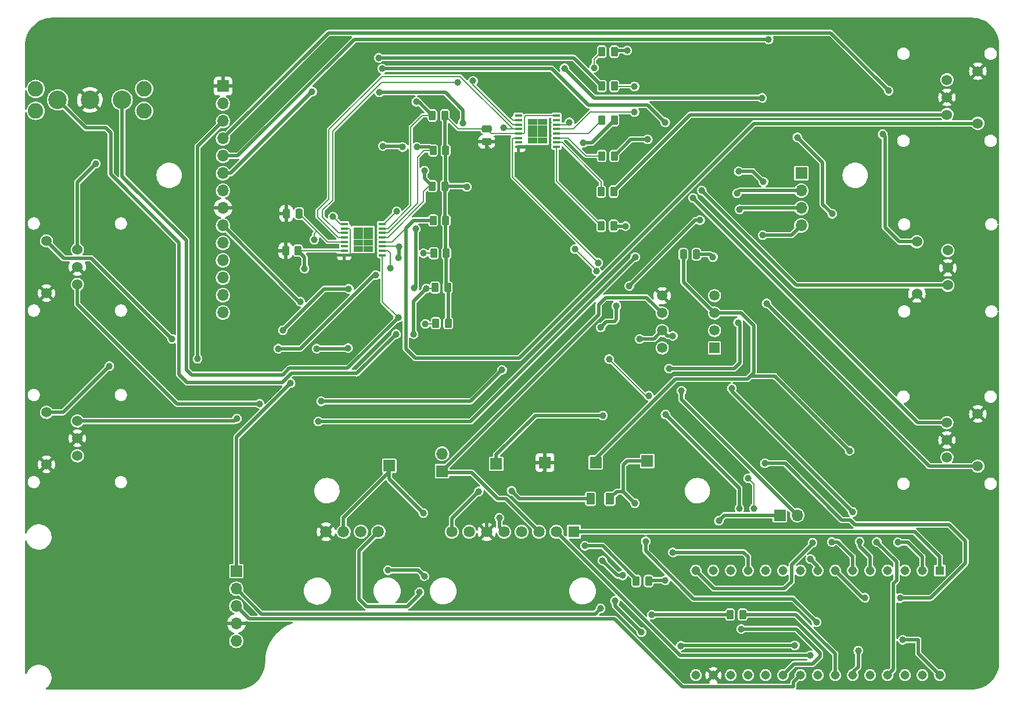
<source format=gtl>
G04 #@! TF.GenerationSoftware,KiCad,Pcbnew,(6.0.7)*
G04 #@! TF.CreationDate,2022-11-29T22:22:54-08:00*
G04 #@! TF.ProjectId,UrbanSteering,55726261-6e53-4746-9565-72696e672e6b,rev?*
G04 #@! TF.SameCoordinates,Original*
G04 #@! TF.FileFunction,Copper,L1,Top*
G04 #@! TF.FilePolarity,Positive*
%FSLAX46Y46*%
G04 Gerber Fmt 4.6, Leading zero omitted, Abs format (unit mm)*
G04 Created by KiCad (PCBNEW (6.0.7)) date 2022-11-29 22:22:54*
%MOMM*%
%LPD*%
G01*
G04 APERTURE LIST*
G04 Aperture macros list*
%AMRoundRect*
0 Rectangle with rounded corners*
0 $1 Rounding radius*
0 $2 $3 $4 $5 $6 $7 $8 $9 X,Y pos of 4 corners*
0 Add a 4 corners polygon primitive as box body*
4,1,4,$2,$3,$4,$5,$6,$7,$8,$9,$2,$3,0*
0 Add four circle primitives for the rounded corners*
1,1,$1+$1,$2,$3*
1,1,$1+$1,$4,$5*
1,1,$1+$1,$6,$7*
1,1,$1+$1,$8,$9*
0 Add four rect primitives between the rounded corners*
20,1,$1+$1,$2,$3,$4,$5,0*
20,1,$1+$1,$4,$5,$6,$7,0*
20,1,$1+$1,$6,$7,$8,$9,0*
20,1,$1+$1,$8,$9,$2,$3,0*%
G04 Aperture macros list end*
G04 #@! TA.AperFunction,ComponentPad*
%ADD10R,1.700000X1.700000*%
G04 #@! TD*
G04 #@! TA.AperFunction,ComponentPad*
%ADD11C,1.676400*%
G04 #@! TD*
G04 #@! TA.AperFunction,ComponentPad*
%ADD12R,1.635000X1.635000*%
G04 #@! TD*
G04 #@! TA.AperFunction,ComponentPad*
%ADD13C,1.635000*%
G04 #@! TD*
G04 #@! TA.AperFunction,SMDPad,CuDef*
%ADD14RoundRect,0.250000X-0.375000X-0.625000X0.375000X-0.625000X0.375000X0.625000X-0.375000X0.625000X0*%
G04 #@! TD*
G04 #@! TA.AperFunction,ComponentPad*
%ADD15C,1.308000*%
G04 #@! TD*
G04 #@! TA.AperFunction,ComponentPad*
%ADD16R,1.308000X1.308000*%
G04 #@! TD*
G04 #@! TA.AperFunction,ComponentPad*
%ADD17C,1.524000*%
G04 #@! TD*
G04 #@! TA.AperFunction,ComponentPad*
%ADD18C,1.498600*%
G04 #@! TD*
G04 #@! TA.AperFunction,ComponentPad*
%ADD19R,1.498600X1.498600*%
G04 #@! TD*
G04 #@! TA.AperFunction,ComponentPad*
%ADD20C,2.700000*%
G04 #@! TD*
G04 #@! TA.AperFunction,ComponentPad*
%ADD21C,2.250000*%
G04 #@! TD*
G04 #@! TA.AperFunction,SMDPad,CuDef*
%ADD22RoundRect,0.250000X0.262500X0.450000X-0.262500X0.450000X-0.262500X-0.450000X0.262500X-0.450000X0*%
G04 #@! TD*
G04 #@! TA.AperFunction,SMDPad,CuDef*
%ADD23R,1.050000X0.450000*%
G04 #@! TD*
G04 #@! TA.AperFunction,SMDPad,CuDef*
%ADD24R,1.470000X0.895000*%
G04 #@! TD*
G04 #@! TA.AperFunction,ComponentPad*
%ADD25O,1.700000X1.700000*%
G04 #@! TD*
G04 #@! TA.AperFunction,SMDPad,CuDef*
%ADD26RoundRect,0.250000X-0.262500X-0.450000X0.262500X-0.450000X0.262500X0.450000X-0.262500X0.450000X0*%
G04 #@! TD*
G04 #@! TA.AperFunction,SMDPad,CuDef*
%ADD27RoundRect,0.250000X-0.250000X-0.475000X0.250000X-0.475000X0.250000X0.475000X-0.250000X0.475000X0*%
G04 #@! TD*
G04 #@! TA.AperFunction,SMDPad,CuDef*
%ADD28RoundRect,0.250000X0.475000X-0.250000X0.475000X0.250000X-0.475000X0.250000X-0.475000X-0.250000X0*%
G04 #@! TD*
G04 #@! TA.AperFunction,ViaPad*
%ADD29C,1.000000*%
G04 #@! TD*
G04 #@! TA.AperFunction,Conductor*
%ADD30C,0.200000*%
G04 #@! TD*
G04 #@! TA.AperFunction,Conductor*
%ADD31C,0.500000*%
G04 #@! TD*
G04 APERTURE END LIST*
D10*
X191685979Y-115674740D03*
D11*
X152500000Y-126000000D03*
X149960000Y-126000000D03*
X147420000Y-126000000D03*
X144880000Y-126000000D03*
D12*
X181000000Y-126000000D03*
D13*
X178460000Y-126000000D03*
X175920000Y-126000000D03*
X173380000Y-126000000D03*
X170840000Y-126000000D03*
X168300000Y-126000000D03*
X165760000Y-126000000D03*
X163220000Y-126000000D03*
D14*
X183429179Y-121185940D03*
X186229179Y-121185940D03*
D15*
X234350000Y-146900000D03*
X231810000Y-146900000D03*
X229270000Y-146900000D03*
X226730000Y-146900000D03*
X224190000Y-146900000D03*
X221650000Y-146900000D03*
X219110000Y-146900000D03*
X216570000Y-146900000D03*
X214030000Y-146900000D03*
X211490000Y-146900000D03*
X208950000Y-146900000D03*
X206410000Y-146900000D03*
X203870000Y-146900000D03*
X201330000Y-146900000D03*
X198790000Y-146900000D03*
X198790000Y-131660000D03*
X201330000Y-131660000D03*
X203870000Y-131660000D03*
X206410000Y-131660000D03*
X208950000Y-131660000D03*
X211490000Y-131660000D03*
X214030000Y-131660000D03*
X216570000Y-131660000D03*
X219110000Y-131660000D03*
X221650000Y-131660000D03*
X224190000Y-131660000D03*
X226730000Y-131660000D03*
X229270000Y-131660000D03*
X231810000Y-131660000D03*
D16*
X234350000Y-131660000D03*
D17*
X239880000Y-108810000D03*
X239880000Y-116430000D03*
X235380000Y-110080000D03*
X235380000Y-115160000D03*
X235380000Y-112620000D03*
X104120000Y-91190000D03*
X104120000Y-83570000D03*
X108620000Y-89920000D03*
X108620000Y-84840000D03*
X108620000Y-87380000D03*
X239880000Y-58810000D03*
X239880000Y-66430000D03*
X235380000Y-60080000D03*
X235380000Y-65160000D03*
X235380000Y-62620000D03*
X104120000Y-116190000D03*
X104120000Y-108570000D03*
X108620000Y-114920000D03*
X108620000Y-109840000D03*
X108620000Y-112380000D03*
X231000000Y-91310000D03*
X231000000Y-83690000D03*
X235500000Y-90040000D03*
X235500000Y-84960000D03*
X235500000Y-87500000D03*
D18*
X193875979Y-99184740D03*
X193875979Y-96644740D03*
X193875979Y-94104740D03*
X193875979Y-91564740D03*
X201495979Y-91564740D03*
X201495979Y-94104740D03*
X201495979Y-96644740D03*
D19*
X201495979Y-99184740D03*
D20*
X110450000Y-63000000D03*
X105750000Y-63000000D03*
X115150000Y-63000000D03*
D21*
X102550000Y-61400000D03*
X102550000Y-64600000D03*
X118350000Y-64600000D03*
X118350000Y-61400000D03*
D22*
X162198479Y-75574740D03*
X160373479Y-75574740D03*
X186885979Y-60974740D03*
X185060979Y-60974740D03*
X162298479Y-70374740D03*
X160473479Y-70374740D03*
X190073479Y-133174740D03*
X191898479Y-133174740D03*
D23*
X178460979Y-69849740D03*
X178460979Y-69199740D03*
X178460979Y-68549740D03*
X178460979Y-67899740D03*
X178460979Y-67249740D03*
X178460979Y-66599740D03*
X178460979Y-65949740D03*
X178460979Y-65299740D03*
X172910979Y-65299740D03*
X172910979Y-65949740D03*
X172910979Y-66599740D03*
X172910979Y-67249740D03*
X172910979Y-67899740D03*
X172910979Y-68549740D03*
X172910979Y-69199740D03*
X172910979Y-69849740D03*
D24*
X176420979Y-66232240D03*
X176420979Y-68917240D03*
X176420979Y-68022240D03*
X174950979Y-67127240D03*
X174950979Y-68022240D03*
X174950979Y-66232240D03*
X174950979Y-68917240D03*
X176420979Y-67127240D03*
D23*
X153060979Y-85649740D03*
X153060979Y-84999740D03*
X153060979Y-84349740D03*
X153060979Y-83699740D03*
X153060979Y-83049740D03*
X153060979Y-82399740D03*
X153060979Y-81749740D03*
X153060979Y-81099740D03*
X147510979Y-81099740D03*
X147510979Y-81749740D03*
X147510979Y-82399740D03*
X147510979Y-83049740D03*
X147510979Y-83699740D03*
X147510979Y-84349740D03*
X147510979Y-84999740D03*
X147510979Y-85649740D03*
D24*
X149550979Y-82032240D03*
X151020979Y-84717240D03*
X149550979Y-83822240D03*
X151020979Y-82032240D03*
X149550979Y-82927240D03*
X151020979Y-83822240D03*
X149550979Y-84717240D03*
X151020979Y-82927240D03*
D10*
X131800000Y-131750000D03*
D25*
X131800000Y-134290000D03*
X131800000Y-136830000D03*
X131800000Y-139370000D03*
X131800000Y-141910000D03*
D22*
X186798479Y-81374740D03*
X184973479Y-81374740D03*
D10*
X161785979Y-117149740D03*
D25*
X161785979Y-114609740D03*
D22*
X162198479Y-65274740D03*
X160373479Y-65274740D03*
X162310979Y-80574740D03*
X160485979Y-80574740D03*
D26*
X185060979Y-71174740D03*
X186885979Y-71174740D03*
D10*
X169685979Y-116074740D03*
X214150000Y-73700000D03*
D25*
X214150000Y-76240000D03*
X214150000Y-78780000D03*
X214150000Y-81320000D03*
D22*
X203773479Y-138074740D03*
X205598479Y-138074740D03*
D27*
X139051179Y-79580740D03*
X140951179Y-79580740D03*
D26*
X185060979Y-65974740D03*
X186885979Y-65974740D03*
D10*
X184185979Y-115874740D03*
X211010979Y-123574740D03*
D25*
X213550979Y-123574740D03*
D26*
X138960979Y-84974740D03*
X140785979Y-84974740D03*
D22*
X162598479Y-90374740D03*
X160773479Y-90374740D03*
X186798479Y-76374740D03*
X184973479Y-76374740D03*
X162685979Y-95574740D03*
X160860979Y-95574740D03*
D26*
X185060979Y-55974740D03*
X186885979Y-55974740D03*
D27*
X196963179Y-85524340D03*
X198863179Y-85524340D03*
D10*
X129850000Y-61000000D03*
D25*
X129850000Y-63540000D03*
X129850000Y-66080000D03*
X129850000Y-68620000D03*
X129850000Y-71160000D03*
X129850000Y-73700000D03*
X129850000Y-76240000D03*
X129850000Y-78780000D03*
X129850000Y-81320000D03*
X129850000Y-83860000D03*
X129850000Y-86400000D03*
X129850000Y-88940000D03*
X129850000Y-91480000D03*
X129850000Y-94020000D03*
D28*
X168285979Y-69124740D03*
X168285979Y-67224740D03*
D22*
X162398479Y-85374740D03*
X160573479Y-85374740D03*
D10*
X154085979Y-116374740D03*
X176785979Y-115874740D03*
D29*
X143150779Y-83390740D03*
X201265979Y-85930740D03*
X223414779Y-135613140D03*
X228545579Y-135663940D03*
X185213179Y-109044740D03*
X171903579Y-120017540D03*
X167128379Y-120119140D03*
X170125579Y-123968741D03*
X155161891Y-79247452D03*
X165385979Y-75674740D03*
X191461579Y-127383540D03*
X216353579Y-139169140D03*
X228951979Y-141759940D03*
X189886779Y-121846340D03*
X173385979Y-71174740D03*
X174443579Y-119509540D03*
X169385979Y-70674740D03*
X171090779Y-122709940D03*
X171385979Y-64174740D03*
X184885979Y-137174740D03*
X205385979Y-140174740D03*
X139696379Y-104320340D03*
X141728379Y-87607140D03*
X215439179Y-144045940D03*
X222449579Y-143334740D03*
X195423979Y-97411540D03*
X190597979Y-97868740D03*
X196693979Y-105437940D03*
X182622379Y-128043940D03*
X202129579Y-124386340D03*
X194306379Y-133073140D03*
X225141979Y-127485140D03*
X221179579Y-114175540D03*
X228240779Y-127535940D03*
X226885979Y-61674740D03*
X222652779Y-127434340D03*
X221636779Y-123116340D03*
X204009179Y-105082340D03*
X164059291Y-60415040D03*
X218653806Y-79617313D03*
X179625179Y-58397140D03*
X213559579Y-68455540D03*
X218588779Y-127485140D03*
X208428779Y-62715140D03*
X166302067Y-60239452D03*
X208835179Y-116004340D03*
X184552779Y-86743540D03*
X184287348Y-87964525D03*
X191923225Y-106153586D03*
X181149179Y-84762340D03*
X170785979Y-67050240D03*
X206396779Y-118188740D03*
X207260379Y-122575240D03*
X215489979Y-129974340D03*
X186127579Y-100815140D03*
X145893979Y-80037940D03*
X159203579Y-132463540D03*
X195423979Y-129009140D03*
X153920379Y-131599940D03*
X126132779Y-100764340D03*
X194357179Y-108892340D03*
X204923579Y-95481140D03*
X205126779Y-122625240D03*
X194865179Y-102186740D03*
X142845979Y-61800740D03*
X194306379Y-66271140D03*
X153056779Y-58447940D03*
X204771179Y-76634340D03*
X148078379Y-99189540D03*
X205126779Y-78971140D03*
X143506379Y-99291140D03*
X184908379Y-96192340D03*
X141118779Y-92433140D03*
X187194379Y-93042740D03*
X199386379Y-80545940D03*
X215794779Y-127586740D03*
X189073979Y-90147140D03*
X205025179Y-73433940D03*
X152650379Y-61902340D03*
X164791579Y-66372740D03*
X208530379Y-82730340D03*
X208631979Y-74957940D03*
X190851979Y-140642340D03*
X186991179Y-136070340D03*
X185162379Y-130177540D03*
X213203979Y-142572740D03*
X196592379Y-142623540D03*
X159051179Y-123268740D03*
X188108779Y-132361940D03*
X209392965Y-54181726D03*
X192375979Y-138102340D03*
X158492379Y-134800340D03*
X155088779Y-97157540D03*
X157628779Y-97157540D03*
X159508379Y-90502740D03*
X154246133Y-87526494D03*
X155393579Y-94769940D03*
X159355979Y-95684340D03*
X155511679Y-84406740D03*
X159101979Y-85371940D03*
X155444379Y-85981540D03*
X152091579Y-88572340D03*
X113280379Y-101831140D03*
X137918379Y-99291140D03*
X143760379Y-109908340D03*
X131873179Y-109501940D03*
X188515179Y-81409540D03*
X189937579Y-85930740D03*
X135175179Y-107317540D03*
X144166779Y-106961940D03*
X170531979Y-102389940D03*
X182368379Y-69268340D03*
X191766379Y-68760340D03*
X199640379Y-76227940D03*
X189835979Y-61038740D03*
X189835979Y-64781440D03*
X152548779Y-56873140D03*
X111299179Y-72316340D03*
X183943179Y-58295540D03*
X180336379Y-66271140D03*
X198370379Y-77294740D03*
X188769179Y-55806340D03*
X159203579Y-73332340D03*
X226005579Y-67998340D03*
X122424379Y-97868740D03*
X148179979Y-90553540D03*
X157933579Y-81815940D03*
X138578779Y-96598740D03*
X158136779Y-69877940D03*
X153158379Y-69725540D03*
X157743557Y-90447294D03*
X156053979Y-69877940D03*
X209089179Y-92687140D03*
X158035179Y-63273940D03*
D30*
X143150779Y-82527140D02*
X143150779Y-83390740D01*
X143524179Y-82153740D02*
X143150779Y-82527140D01*
X143524179Y-82153740D02*
X140951179Y-79580740D01*
X145070179Y-83699740D02*
X143524179Y-82153740D01*
X147510979Y-83699740D02*
X145070179Y-83699740D01*
D31*
X196963179Y-85524340D02*
X196963179Y-89571940D01*
X196963179Y-89571940D02*
X201495979Y-94104740D01*
X200859579Y-85524340D02*
X201265979Y-85930740D01*
X198863179Y-85524340D02*
X200859579Y-85524340D01*
X227576000Y-146054000D02*
X226730000Y-146900000D01*
X227576000Y-133534719D02*
X227576000Y-146054000D01*
X228037579Y-133073140D02*
X227576000Y-133534719D01*
X228037579Y-130380740D02*
X228037579Y-133073140D01*
X225141979Y-127485140D02*
X228037579Y-130380740D01*
X211781579Y-116004340D02*
X208835179Y-116004340D01*
X221992379Y-124945140D02*
X221331979Y-124284740D01*
X235708379Y-124945140D02*
X221992379Y-124945140D01*
X221331979Y-124284740D02*
X220061979Y-124284740D01*
X238095979Y-127332740D02*
X235708379Y-124945140D01*
X220061979Y-124284740D02*
X211781579Y-116004340D01*
X232948215Y-135663940D02*
X238095979Y-130516176D01*
X228545579Y-135663940D02*
X232948215Y-135663940D01*
X238095979Y-130516176D02*
X238095979Y-127332740D01*
X205126779Y-119661940D02*
X194357179Y-108892340D01*
X205126779Y-122625240D02*
X205126779Y-119661940D01*
X201422340Y-134292340D02*
X198790000Y-131660000D01*
X212746779Y-130771218D02*
X212746779Y-133225540D01*
X211679979Y-134292340D02*
X201422340Y-134292340D01*
X215794779Y-127723218D02*
X212746779Y-130771218D01*
X215794779Y-127586740D02*
X215794779Y-127723218D01*
X212746779Y-133225540D02*
X211679979Y-134292340D01*
X216885979Y-143674740D02*
X213385979Y-140174740D01*
X213385979Y-140174740D02*
X205385979Y-140174740D01*
X216885979Y-144173940D02*
X216885979Y-143674740D01*
X215794779Y-145265140D02*
X216885979Y-144173940D01*
X213124860Y-145265140D02*
X215794779Y-145265140D01*
X211490000Y-146900000D02*
X213124860Y-145265140D01*
X213000779Y-147929221D02*
X214030000Y-146900000D01*
X213000779Y-148582154D02*
X213000779Y-147929221D01*
X196793393Y-148582154D02*
X213000779Y-148582154D01*
X186885979Y-138674740D02*
X196793393Y-148582154D01*
X133644740Y-138674740D02*
X186885979Y-138674740D01*
X131800000Y-136830000D02*
X133644740Y-138674740D01*
X219110000Y-143805161D02*
X219110000Y-146900000D01*
X213379579Y-138074740D02*
X219110000Y-143805161D01*
X205598479Y-138074740D02*
X213379579Y-138074740D01*
X221810000Y-146339158D02*
X221810000Y-146900000D01*
X222449579Y-145699579D02*
X221810000Y-146339158D01*
X231209940Y-143759940D02*
X234350000Y-146900000D01*
X231209940Y-141759940D02*
X231209940Y-143759940D01*
X206410000Y-129660000D02*
X206410000Y-131660000D01*
X205759140Y-129009140D02*
X206410000Y-129660000D01*
X216570000Y-131054361D02*
X215489979Y-129974340D01*
X216570000Y-131660000D02*
X216570000Y-131054361D01*
X223063140Y-135613140D02*
X223414779Y-135613140D01*
X219110000Y-131660000D02*
X223063140Y-135613140D01*
X221650000Y-129660000D02*
X219475140Y-127485140D01*
X221650000Y-131660000D02*
X221650000Y-129660000D01*
X224190000Y-131660000D02*
X224190000Y-129660000D01*
X224190000Y-129660000D02*
X222652779Y-128122779D01*
X231810000Y-129660000D02*
X229685940Y-127535940D01*
X231810000Y-131660000D02*
X231810000Y-129660000D01*
X234350000Y-129660000D02*
X230690000Y-126000000D01*
X234350000Y-131660000D02*
X234350000Y-129660000D01*
X188793979Y-115674740D02*
X191685979Y-115674740D01*
X188184979Y-116283740D02*
X188793979Y-115674740D01*
X188184979Y-120144540D02*
X188184979Y-116283740D01*
X175365979Y-109044740D02*
X185213179Y-109044740D01*
X169685979Y-114724740D02*
X175365979Y-109044740D01*
X169685979Y-116074740D02*
X169685979Y-114724740D01*
X173071979Y-121185940D02*
X183429179Y-121185940D01*
X171903579Y-120017540D02*
X173071979Y-121185940D01*
X163220000Y-124027519D02*
X167128379Y-120119140D01*
X163220000Y-126000000D02*
X163220000Y-124027519D01*
X169933579Y-121197140D02*
X171117140Y-121197140D01*
X166125978Y-117389539D02*
X169933579Y-121197140D01*
X162025778Y-117389539D02*
X166125978Y-117389539D01*
X171117140Y-121197140D02*
X175920000Y-126000000D01*
X161785979Y-117149740D02*
X162025778Y-117389539D01*
X170125579Y-125285579D02*
X170840000Y-126000000D01*
X170125579Y-123968741D02*
X170125579Y-125285579D01*
D30*
X173710979Y-67899740D02*
X172910979Y-67899740D01*
X168285979Y-67224740D02*
X164148479Y-67224740D01*
D31*
X162198479Y-75574740D02*
X165285979Y-75574740D01*
D30*
X174000979Y-65299740D02*
X173785979Y-65514740D01*
D31*
X162298479Y-75474740D02*
X162198479Y-75574740D01*
D30*
X173785979Y-65514740D02*
X173785979Y-67824740D01*
D31*
X162685979Y-90462240D02*
X162685979Y-95574740D01*
D30*
X173785979Y-67824740D02*
X173710979Y-67899740D01*
D31*
X162298479Y-72777440D02*
X162298479Y-75474740D01*
X162598479Y-90374740D02*
X162685979Y-90462240D01*
X162310979Y-85287240D02*
X162398479Y-85374740D01*
D30*
X178460979Y-65299740D02*
X174000979Y-65299740D01*
D31*
X165285979Y-75574740D02*
X165385979Y-75674740D01*
X162310979Y-80574740D02*
X162310979Y-85287240D01*
D30*
X164148479Y-67224740D02*
X162198479Y-65274740D01*
D31*
X162310979Y-80574740D02*
X162198479Y-80462240D01*
X162398479Y-85374740D02*
X162398479Y-90174740D01*
X162198479Y-70274740D02*
X162298479Y-70374740D01*
X162298479Y-70374740D02*
X162298479Y-72777440D01*
X162198479Y-65274740D02*
X162198479Y-70274740D01*
D30*
X153309603Y-81099740D02*
X155161891Y-79247452D01*
X172910979Y-67899740D02*
X168960979Y-67899740D01*
D31*
X162398479Y-90174740D02*
X162598479Y-90374740D01*
D30*
X153060979Y-81099740D02*
X153309603Y-81099740D01*
D31*
X162198479Y-80462240D02*
X162198479Y-75574740D01*
D30*
X168960979Y-67899740D02*
X168285979Y-67224740D01*
D31*
X216353579Y-139169140D02*
X212949979Y-135765540D01*
X189886779Y-121846340D02*
X188184979Y-120144540D01*
X198421179Y-135765540D02*
X191461579Y-128805940D01*
X187270579Y-120144540D02*
X186905579Y-120509540D01*
X191461579Y-128805940D02*
X191461579Y-127383540D01*
X212949979Y-135765540D02*
X198421179Y-135765540D01*
X231209940Y-141759940D02*
X228951979Y-141759940D01*
X188184979Y-120144540D02*
X187270579Y-120144540D01*
D30*
X172110979Y-65949740D02*
X171385979Y-65224740D01*
D31*
X176785979Y-115874740D02*
X176785979Y-117167140D01*
D30*
X172910979Y-65949740D02*
X172110979Y-65949740D01*
X148385979Y-81900000D02*
X148385979Y-85624740D01*
X168285979Y-69574740D02*
X169385979Y-70674740D01*
D31*
X176785979Y-117167140D02*
X174443579Y-119509540D01*
D30*
X148360979Y-85649740D02*
X147510979Y-85649740D01*
X148385979Y-85624740D02*
X148360979Y-85649740D01*
D31*
X169211179Y-121897140D02*
X168300000Y-122808319D01*
D30*
X172910979Y-70699740D02*
X173385979Y-71174740D01*
X147510979Y-81749740D02*
X148235979Y-81749740D01*
D31*
X171090779Y-122709940D02*
X170277979Y-121897140D01*
X170277979Y-121897140D02*
X169211179Y-121897140D01*
D30*
X171385979Y-65224740D02*
X171385979Y-64174740D01*
X172910979Y-69849740D02*
X172910979Y-70699740D01*
X168285979Y-69124740D02*
X168285979Y-69574740D01*
X148235979Y-81749740D02*
X148385979Y-81899740D01*
D31*
X168300000Y-122808319D02*
X168300000Y-126000000D01*
X131800000Y-134290000D02*
X135484740Y-137974740D01*
X184085979Y-137974740D02*
X184885979Y-137174740D01*
X135484740Y-137974740D02*
X184085979Y-137974740D01*
X141728379Y-87607140D02*
X141728379Y-85917140D01*
X131800000Y-112216719D02*
X139696379Y-104320340D01*
D30*
X147510979Y-84999740D02*
X140810979Y-84999740D01*
D31*
X141728379Y-85917140D02*
X140785979Y-84974740D01*
X131800000Y-131750000D02*
X131800000Y-112216719D01*
D30*
X140810979Y-84999740D02*
X140785979Y-84974740D01*
D31*
X181000000Y-126000000D02*
X230690000Y-126000000D01*
X222449579Y-143334740D02*
X222449579Y-145699579D01*
X178460000Y-126000000D02*
X196505940Y-144045940D01*
X196505940Y-144045940D02*
X215439179Y-144045940D01*
X195423979Y-97411540D02*
X194642779Y-97411540D01*
X213550979Y-123574740D02*
X196693979Y-106717740D01*
X192651979Y-97868740D02*
X193875979Y-96644740D01*
X196693979Y-106717740D02*
X196693979Y-105437940D01*
X190597979Y-97868740D02*
X192651979Y-97868740D01*
X194642779Y-97411540D02*
X193875979Y-96644740D01*
X191594779Y-91823540D02*
X193875979Y-94104740D01*
X190073479Y-133174740D02*
X190073479Y-132912426D01*
X161785979Y-117149740D02*
X184603579Y-94332140D01*
X185204993Y-128043940D02*
X182622379Y-128043940D01*
X184603579Y-94332140D02*
X184603579Y-92839540D01*
X185619579Y-91823540D02*
X191594779Y-91823540D01*
X184603579Y-92839540D02*
X185619579Y-91823540D01*
X190073479Y-132912426D02*
X185204993Y-128043940D01*
X192000079Y-133073140D02*
X191898479Y-133174740D01*
X194306379Y-133073140D02*
X192000079Y-133073140D01*
X211010979Y-123574740D02*
X202941179Y-123574740D01*
X202941179Y-123574740D02*
X202129579Y-124386340D01*
X206295179Y-103710740D02*
X206701579Y-103304340D01*
X221179579Y-114175540D02*
X210308379Y-103304340D01*
X205375979Y-94104740D02*
X201495979Y-94104740D01*
X195779579Y-103710740D02*
X206295179Y-103710740D01*
X184185979Y-115874740D02*
X184185979Y-115304340D01*
X210308379Y-103304340D02*
X206701579Y-103304340D01*
X207209579Y-95938340D02*
X205375979Y-94104740D01*
X206701579Y-103304340D02*
X207209579Y-102796340D01*
X207209579Y-102796340D02*
X207209579Y-95938340D01*
X184185979Y-115304340D02*
X195779579Y-103710740D01*
X229685940Y-127535940D02*
X228240779Y-127535940D01*
X218442965Y-53231726D02*
X145238274Y-53231726D01*
X226885979Y-61674740D02*
X218442965Y-53231726D01*
X145238274Y-53231726D02*
X129850000Y-68620000D01*
X222652779Y-128122779D02*
X222652779Y-127434340D01*
X221636779Y-123116340D02*
X204009179Y-105488740D01*
X204009179Y-105488740D02*
X204009179Y-105082340D01*
X183943179Y-62715140D02*
X179625179Y-58397140D01*
X217267979Y-72163940D02*
X213559579Y-68455540D01*
D30*
X172110979Y-66599740D02*
X172910979Y-66599740D01*
D31*
X219475140Y-127485140D02*
X218588779Y-127485140D01*
D30*
X147510979Y-82399740D02*
X146710979Y-82399740D01*
D31*
X218653806Y-79617313D02*
X217267979Y-78231486D01*
D30*
X164059291Y-60415040D02*
X153006308Y-60415040D01*
X166302067Y-60790828D02*
X172110979Y-66599740D01*
D31*
X208428779Y-62715140D02*
X183943179Y-62715140D01*
D30*
X166302067Y-60239452D02*
X166302067Y-60790828D01*
D31*
X217267979Y-78231486D02*
X217267979Y-72163940D01*
D30*
X145826979Y-67594369D02*
X145826979Y-77615740D01*
X144369979Y-79072740D02*
X145826979Y-77615740D01*
X146710979Y-82399740D02*
X144369979Y-80058740D01*
X144369979Y-80058740D02*
X144369979Y-79072740D01*
X153006308Y-60415040D02*
X145826979Y-67594369D01*
X172110979Y-68549740D02*
X172035979Y-68624740D01*
X172910979Y-68549740D02*
X172110979Y-68549740D01*
X172035979Y-74226740D02*
X184552779Y-86743540D01*
X172035979Y-68624740D02*
X172035979Y-74226740D01*
X143658779Y-79072740D02*
X145284379Y-77447140D01*
X153070550Y-59565540D02*
X164426779Y-59565540D01*
X191466025Y-106153586D02*
X191923225Y-106153586D01*
X146619779Y-83049740D02*
X143658779Y-80088740D01*
X164426779Y-59565540D02*
X172110979Y-67249740D01*
X145284379Y-77447140D02*
X145284379Y-67351711D01*
X147510979Y-83049740D02*
X146619779Y-83049740D01*
X207260379Y-119052340D02*
X207260379Y-122575240D01*
X145284379Y-67351711D02*
X153070550Y-59565540D01*
X206396779Y-118188740D02*
X207260379Y-119052340D01*
X170985479Y-67249740D02*
X170785979Y-67050240D01*
X184287348Y-87900509D02*
X184287348Y-87964525D01*
X172910979Y-67249740D02*
X170985479Y-67249740D01*
X172110979Y-67249740D02*
X172910979Y-67249740D01*
X186127579Y-100815140D02*
X191466025Y-106153586D01*
X181149179Y-84762340D02*
X184287348Y-87900509D01*
X143658779Y-80088740D02*
X143658779Y-79072740D01*
X147510979Y-81099740D02*
X146955779Y-81099740D01*
X146955779Y-81099740D02*
X145893979Y-80037940D01*
D31*
X126132779Y-69797221D02*
X126132779Y-100764340D01*
X195423979Y-129009140D02*
X205759140Y-129009140D01*
X129850000Y-66080000D02*
X126132779Y-69797221D01*
X158339979Y-131599940D02*
X159203579Y-132463540D01*
X153920379Y-131599940D02*
X158339979Y-131599940D01*
X194865179Y-102186740D02*
X204364779Y-102186740D01*
X205177579Y-101373940D02*
X205177579Y-95735140D01*
X204364779Y-102186740D02*
X205177579Y-101373940D01*
X205177579Y-95735140D02*
X204923579Y-95481140D01*
X130946719Y-73700000D02*
X142845979Y-61800740D01*
X190445579Y-63731140D02*
X191766379Y-63731140D01*
X129850000Y-73700000D02*
X130946719Y-73700000D01*
X190394779Y-63781940D02*
X190445579Y-63731140D01*
X204771179Y-76634340D02*
X205165519Y-76240000D01*
X183079579Y-63781940D02*
X190394779Y-63781940D01*
X153056779Y-58447940D02*
X177745579Y-58447940D01*
X191766379Y-63731140D02*
X194306379Y-66271140D01*
X205165519Y-76240000D02*
X214150000Y-76240000D01*
X177745579Y-58447940D02*
X183079579Y-63781940D01*
X187194379Y-95023940D02*
X187194379Y-93042740D01*
X147976779Y-99291140D02*
X148078379Y-99189540D01*
X205317919Y-78780000D02*
X214150000Y-78780000D01*
X140963140Y-92433140D02*
X141118779Y-92433140D01*
X129850000Y-81320000D02*
X140963140Y-92433140D01*
X189073979Y-90147140D02*
X198675179Y-80545940D01*
X184908379Y-96192340D02*
X185771979Y-95328740D01*
X143506379Y-99291140D02*
X147976779Y-99291140D01*
X205126779Y-78971140D02*
X205317919Y-78780000D01*
X186889579Y-95328740D02*
X187194379Y-95023940D01*
X198675179Y-80545940D02*
X199386379Y-80545940D01*
X185771979Y-95328740D02*
X186889579Y-95328740D01*
X164842379Y-66321940D02*
X164791579Y-66372740D01*
X207107979Y-73433940D02*
X208631979Y-74957940D01*
X208530379Y-82730340D02*
X212739660Y-82730340D01*
X212739660Y-82730340D02*
X214150000Y-81320000D01*
X152650379Y-61902340D02*
X162251579Y-61902340D01*
X205025179Y-73433940D02*
X207107979Y-73433940D01*
X162251579Y-61902340D02*
X164842379Y-64493140D01*
X164842379Y-64493140D02*
X164842379Y-66321940D01*
X147420000Y-126000000D02*
X147420000Y-123927119D01*
X154085979Y-118303540D02*
X154085979Y-116374740D01*
X196643179Y-142572740D02*
X196592379Y-142623540D01*
X159051179Y-123268740D02*
X154085979Y-118303540D01*
X188108779Y-132361940D02*
X187346779Y-132361940D01*
X147420000Y-123927119D02*
X154085979Y-117261140D01*
X190851979Y-140642340D02*
X186991179Y-136781540D01*
X213203979Y-142572740D02*
X196643179Y-142572740D01*
X154085979Y-117261140D02*
X154085979Y-116374740D01*
X186991179Y-136781540D02*
X186991179Y-136070340D01*
X187346779Y-132361940D02*
X185162379Y-130177540D01*
X129850000Y-71160000D02*
X132005333Y-71160000D01*
X148983607Y-54181726D02*
X209392965Y-54181726D01*
X132005333Y-71160000D02*
X148983607Y-54181726D01*
X149697726Y-135810087D02*
X149697726Y-128802274D01*
X203773479Y-138074740D02*
X192403579Y-138074740D01*
X150754841Y-136867202D02*
X149697726Y-135810087D01*
X158492379Y-134800340D02*
X158492379Y-135111280D01*
X149697726Y-128802274D02*
X152500000Y-126000000D01*
X158492379Y-135111280D02*
X156736457Y-136867202D01*
X156736457Y-136867202D02*
X150754841Y-136867202D01*
X192403579Y-138074740D02*
X192375979Y-138102340D01*
X124608779Y-104218740D02*
X138454476Y-104218740D01*
D30*
X154246133Y-85384894D02*
X153860979Y-84999740D01*
D31*
X139826076Y-102847140D02*
X149297579Y-102847140D01*
D30*
X160645479Y-90502740D02*
X160773479Y-90374740D01*
X153860979Y-84999740D02*
X153060979Y-84999740D01*
X159508379Y-90502740D02*
X160645479Y-90502740D01*
D31*
X157628779Y-97157540D02*
X157628779Y-92382340D01*
X112772379Y-67083940D02*
X113483579Y-67795140D01*
X138454476Y-104218740D02*
X139826076Y-102847140D01*
X149348379Y-102897940D02*
X155088779Y-97157540D01*
X113483579Y-67795140D02*
X113483579Y-73840340D01*
X149297579Y-102847140D02*
X149348379Y-102897940D01*
X123440379Y-83797140D02*
X123440379Y-103050340D01*
X105750000Y-63000000D02*
X109833940Y-67083940D01*
X123440379Y-103050340D02*
X124608779Y-104218740D01*
D30*
X154246133Y-87526494D02*
X154246133Y-85384894D01*
D31*
X113483579Y-73840340D02*
X123440379Y-83797140D01*
X157628779Y-92382340D02*
X159508379Y-90502740D01*
X109833940Y-67083940D02*
X112772379Y-67083940D01*
X173021179Y-100662740D02*
X157882779Y-100662740D01*
X207253919Y-66430000D02*
X173021179Y-100662740D01*
X157650779Y-80574740D02*
X160485979Y-80574740D01*
X239880000Y-66430000D02*
X207253919Y-66430000D01*
D30*
X154525779Y-83699740D02*
X156511179Y-81714340D01*
D31*
X157882779Y-100662740D02*
X156511179Y-99291140D01*
X156511179Y-99291140D02*
X156511179Y-81714340D01*
D30*
X153060979Y-83699740D02*
X154525779Y-83699740D01*
D31*
X156511179Y-81714340D02*
X157650779Y-80574740D01*
X125269179Y-103101140D02*
X138582126Y-103101140D01*
D30*
X160751379Y-95684340D02*
X160860979Y-95574740D01*
X159355979Y-95684340D02*
X160751379Y-95684340D01*
D31*
X148016379Y-102147140D02*
X155393579Y-94769940D01*
X138582126Y-103101140D02*
X139536127Y-102147140D01*
X124507179Y-83492340D02*
X124507179Y-102339140D01*
X139536127Y-102147140D02*
X148016379Y-102147140D01*
X115150000Y-74135161D02*
X124507179Y-83492340D01*
D30*
X153060979Y-92437340D02*
X155393579Y-94769940D01*
D31*
X124507179Y-102339140D02*
X125269179Y-103101140D01*
D30*
X153060979Y-85649740D02*
X153060979Y-92437340D01*
D31*
X115150000Y-63000000D02*
X115150000Y-74135161D01*
D30*
X153060979Y-84349740D02*
X155454679Y-84349740D01*
X160570679Y-85371940D02*
X160573479Y-85374740D01*
D31*
X104120000Y-108570000D02*
X106541519Y-108570000D01*
X141118779Y-99291140D02*
X151634379Y-88775540D01*
X155511679Y-85914240D02*
X155511679Y-84406740D01*
X151634379Y-88775540D02*
X151837579Y-88572340D01*
X106541519Y-108570000D02*
X113280379Y-101831140D01*
D30*
X155454679Y-84349740D02*
X155511679Y-84406740D01*
X159101979Y-85371940D02*
X160570679Y-85371940D01*
D31*
X151837579Y-88572340D02*
X152091579Y-88572340D01*
X137918379Y-99291140D02*
X141118779Y-99291140D01*
X155444379Y-85981540D02*
X155511679Y-85914240D01*
X186833279Y-81409540D02*
X186798479Y-81374740D01*
X108620000Y-109840000D02*
X131535119Y-109840000D01*
X143760379Y-109908340D02*
X165959979Y-109908340D01*
X131535119Y-109840000D02*
X131873179Y-109501940D01*
X165959979Y-109908340D02*
X189937579Y-85930740D01*
X188515179Y-81409540D02*
X186833279Y-81409540D01*
D30*
X178460979Y-74862240D02*
X184973479Y-81374740D01*
X178460979Y-69849740D02*
X178460979Y-74862240D01*
D31*
X235380000Y-65160000D02*
X197961379Y-65160000D01*
X186798479Y-76322900D02*
X186798479Y-76374740D01*
X197961379Y-65160000D02*
X186798479Y-76322900D01*
D30*
X179260979Y-69199740D02*
X184973479Y-74912240D01*
X178460979Y-69199740D02*
X179260979Y-69199740D01*
X184973479Y-74912240D02*
X184973479Y-76374740D01*
X183135979Y-67899740D02*
X185060979Y-65974740D01*
X178460979Y-67899740D02*
X183135979Y-67899740D01*
D31*
X165959979Y-106961940D02*
X170531979Y-102389940D01*
X108620000Y-89920000D02*
X108620000Y-92801961D01*
X144166779Y-106961940D02*
X165959979Y-106961940D01*
X183592379Y-69268340D02*
X186885979Y-65974740D01*
X123135579Y-107317540D02*
X135175179Y-107317540D01*
X182368379Y-69268340D02*
X183592379Y-69268340D01*
X108620000Y-92801961D02*
X122525979Y-106707940D01*
X122525979Y-106707940D02*
X123135579Y-107317540D01*
D30*
X178460979Y-68549740D02*
X180125779Y-68549740D01*
X182750779Y-71174740D02*
X185060979Y-71174740D01*
X180125779Y-68549740D02*
X182750779Y-71174740D01*
D31*
X189300379Y-68760340D02*
X186885979Y-71174740D01*
X235500000Y-90040000D02*
X213452439Y-90040000D01*
X213452439Y-90040000D02*
X199640379Y-76227940D01*
X191766379Y-68760340D02*
X189300379Y-68760340D01*
D30*
X189835979Y-61038740D02*
X186949979Y-61038740D01*
X183435179Y-64696340D02*
X183520279Y-64781440D01*
X186949979Y-61038740D02*
X186885979Y-60974740D01*
X183520279Y-64781440D02*
X189835979Y-64781440D01*
X178460979Y-67249740D02*
X180881779Y-67249740D01*
X180881779Y-67249740D02*
X183435179Y-64696340D01*
D31*
X108620000Y-74995519D02*
X111299179Y-72316340D01*
X108620000Y-84840000D02*
X108620000Y-74995519D01*
X152548779Y-56873140D02*
X180959379Y-56873140D01*
X180959379Y-56873140D02*
X185060979Y-60974740D01*
D30*
X183943179Y-57092540D02*
X183943179Y-58295540D01*
X180007779Y-66599740D02*
X178460979Y-66599740D01*
X180336379Y-66271140D02*
X180007779Y-66599740D01*
X185060979Y-55974740D02*
X183943179Y-57092540D01*
D31*
X188769179Y-55806340D02*
X187054379Y-55806340D01*
X231155639Y-110080000D02*
X198370379Y-77294740D01*
X187054379Y-55806340D02*
X186885979Y-55974740D01*
X235380000Y-110080000D02*
X231155639Y-110080000D01*
D30*
X153860979Y-83049740D02*
X159101979Y-77808740D01*
X159856779Y-75574740D02*
X160373479Y-75574740D01*
D31*
X159203579Y-74404840D02*
X160373479Y-75574740D01*
X226361179Y-81613872D02*
X226361179Y-68353940D01*
X231000000Y-83690000D02*
X228437307Y-83690000D01*
X226361179Y-68353940D02*
X226005579Y-67998340D01*
X228437307Y-83690000D02*
X226361179Y-81613872D01*
X159203579Y-73332340D02*
X159203579Y-74404840D01*
D30*
X159101979Y-76329540D02*
X159856779Y-75574740D01*
X153060979Y-83049740D02*
X153860979Y-83049740D01*
X159101979Y-77808740D02*
X159101979Y-76329540D01*
D31*
X104120000Y-83570000D02*
X106668000Y-86118000D01*
X158136779Y-69877940D02*
X159976679Y-69877940D01*
X155901579Y-69725540D02*
X156053979Y-69877940D01*
X106668000Y-86118000D02*
X110673639Y-86118000D01*
X159976679Y-69877940D02*
X160473479Y-70374740D01*
D30*
X153060979Y-82399740D02*
X153860979Y-82399740D01*
D31*
X138578779Y-96598740D02*
X144623979Y-90553540D01*
D30*
X153860979Y-82399740D02*
X158187579Y-78073140D01*
D31*
X110673639Y-86118000D02*
X122424379Y-97868740D01*
D30*
X158187579Y-71351140D02*
X159163979Y-70374740D01*
D31*
X153158379Y-69725540D02*
X155901579Y-69725540D01*
X157933579Y-90257272D02*
X157933579Y-81815940D01*
X144623979Y-90553540D02*
X148179979Y-90553540D01*
D30*
X159163979Y-70374740D02*
X160473479Y-70374740D01*
X158187579Y-78073140D02*
X158187579Y-71351140D01*
D31*
X157743557Y-90447294D02*
X157933579Y-90257272D01*
X239880000Y-116430000D02*
X232832039Y-116430000D01*
D30*
X157222379Y-78388340D02*
X157222379Y-66931540D01*
X153860979Y-81749740D02*
X157222379Y-78388340D01*
D31*
X158372679Y-63273940D02*
X160373479Y-65274740D01*
X158035179Y-63273940D02*
X158372679Y-63273940D01*
D30*
X157222379Y-66931540D02*
X158879179Y-65274740D01*
X158879179Y-65274740D02*
X160373479Y-65274740D01*
D31*
X232832039Y-116430000D02*
X209089179Y-92687140D01*
D30*
X153060979Y-81749740D02*
X153860979Y-81749740D01*
G04 #@! TA.AperFunction,Conductor*
G36*
X238950676Y-51001285D02*
G01*
X238979838Y-51004556D01*
X238985963Y-51005243D01*
X239019207Y-51002452D01*
X239035554Y-51002144D01*
X239363210Y-51017292D01*
X239374798Y-51018366D01*
X239729142Y-51067795D01*
X239740582Y-51069934D01*
X240088854Y-51151846D01*
X240100030Y-51155026D01*
X240269650Y-51211877D01*
X240439262Y-51268726D01*
X240450114Y-51272930D01*
X240777401Y-51417441D01*
X240787819Y-51422629D01*
X241100374Y-51596722D01*
X241110269Y-51602848D01*
X241405431Y-51805038D01*
X241414719Y-51812052D01*
X241689971Y-52040618D01*
X241698571Y-52048459D01*
X241951541Y-52301429D01*
X241959382Y-52310029D01*
X242187948Y-52585281D01*
X242194962Y-52594569D01*
X242397152Y-52889731D01*
X242403278Y-52899626D01*
X242577371Y-53212181D01*
X242582559Y-53222599D01*
X242727070Y-53549886D01*
X242731274Y-53560738D01*
X242778697Y-53702228D01*
X242843936Y-53896872D01*
X242844971Y-53899961D01*
X242848154Y-53911146D01*
X242910827Y-54177618D01*
X242930066Y-54259418D01*
X242932205Y-54270858D01*
X242981634Y-54625202D01*
X242982708Y-54636791D01*
X242993997Y-54880961D01*
X242997196Y-54950161D01*
X242996545Y-54970020D01*
X242994757Y-54985963D01*
X242995273Y-54992107D01*
X242999058Y-55037183D01*
X242999500Y-55047726D01*
X242999500Y-81027995D01*
X242979498Y-81096116D01*
X242925842Y-81142609D01*
X242870151Y-81150616D01*
X242916970Y-81153741D01*
X242974007Y-81196017D01*
X242999135Y-81262418D01*
X242999500Y-81272005D01*
X242999500Y-93727995D01*
X242979498Y-93796116D01*
X242925842Y-93842609D01*
X242870151Y-93850616D01*
X242916970Y-93853741D01*
X242974007Y-93896017D01*
X242999135Y-93962418D01*
X242999500Y-93972005D01*
X242999500Y-144936631D01*
X242998715Y-144950676D01*
X242994757Y-144985963D01*
X242997548Y-145019207D01*
X242997856Y-145035554D01*
X242997160Y-145050604D01*
X242982708Y-145363209D01*
X242981634Y-145374798D01*
X242971299Y-145448885D01*
X242932205Y-145729142D01*
X242930066Y-145740582D01*
X242849890Y-146081474D01*
X242848156Y-146088845D01*
X242844974Y-146100030D01*
X242810459Y-146203008D01*
X242731274Y-146439262D01*
X242727070Y-146450114D01*
X242582559Y-146777401D01*
X242577371Y-146787819D01*
X242403278Y-147100374D01*
X242397152Y-147110269D01*
X242194962Y-147405431D01*
X242187948Y-147414719D01*
X241959382Y-147689971D01*
X241951541Y-147698571D01*
X241698571Y-147951541D01*
X241689971Y-147959382D01*
X241414719Y-148187948D01*
X241405431Y-148194962D01*
X241110269Y-148397152D01*
X241100374Y-148403278D01*
X240787819Y-148577371D01*
X240777401Y-148582559D01*
X240450114Y-148727070D01*
X240439262Y-148731274D01*
X240313764Y-148773337D01*
X240100030Y-148844974D01*
X240088854Y-148848154D01*
X239756835Y-148926243D01*
X239740582Y-148930066D01*
X239729142Y-148932205D01*
X239537321Y-148958963D01*
X239394448Y-148978893D01*
X239374798Y-148981634D01*
X239363209Y-148982708D01*
X239049835Y-148997196D01*
X239029980Y-148996545D01*
X239014037Y-148994757D01*
X238972630Y-148998234D01*
X238962817Y-148999058D01*
X238952274Y-148999500D01*
X213500240Y-148999500D01*
X213432119Y-148979498D01*
X213385626Y-148925842D01*
X213375522Y-148855568D01*
X213396587Y-148801862D01*
X213404556Y-148790332D01*
X213404557Y-148790331D01*
X213409910Y-148782585D01*
X213412750Y-148773606D01*
X213416508Y-148765935D01*
X213419647Y-148758008D01*
X213424375Y-148749867D01*
X213426500Y-148740700D01*
X213426501Y-148740697D01*
X213434555Y-148705947D01*
X213437166Y-148696403D01*
X213448594Y-148660269D01*
X213450759Y-148653424D01*
X213451279Y-148646817D01*
X213451279Y-148644347D01*
X213451310Y-148643555D01*
X213452261Y-148636479D01*
X213452098Y-148636466D01*
X213452837Y-148627075D01*
X213454964Y-148617899D01*
X213451594Y-148570304D01*
X213451279Y-148561406D01*
X213451279Y-148168014D01*
X213471281Y-148099893D01*
X213488184Y-148078919D01*
X213786593Y-147780510D01*
X213848905Y-147746484D01*
X213901886Y-147746359D01*
X213933724Y-147753127D01*
X213933733Y-147753128D01*
X213940188Y-147754500D01*
X214119812Y-147754500D01*
X214126264Y-147753128D01*
X214126269Y-147753128D01*
X214225030Y-147732135D01*
X214295510Y-147717154D01*
X214302603Y-147713996D01*
X214453574Y-147646780D01*
X214453576Y-147646779D01*
X214459604Y-147644095D01*
X214525358Y-147596322D01*
X214599578Y-147542398D01*
X214599580Y-147542396D01*
X214604922Y-147538515D01*
X214630724Y-147509859D01*
X214720694Y-147409937D01*
X214720695Y-147409936D01*
X214725113Y-147405029D01*
X214790316Y-147292095D01*
X214811621Y-147255194D01*
X214811622Y-147255193D01*
X214814925Y-147249471D01*
X214828431Y-147207905D01*
X214868391Y-147084918D01*
X214868391Y-147084917D01*
X214870431Y-147078639D01*
X214883178Y-146957366D01*
X214888517Y-146906565D01*
X214889207Y-146900000D01*
X215710793Y-146900000D01*
X215711483Y-146906565D01*
X215716823Y-146957366D01*
X215729569Y-147078639D01*
X215731609Y-147084917D01*
X215731609Y-147084918D01*
X215771570Y-147207905D01*
X215785075Y-147249471D01*
X215788378Y-147255193D01*
X215788379Y-147255194D01*
X215809684Y-147292095D01*
X215874887Y-147405029D01*
X215879305Y-147409936D01*
X215879306Y-147409937D01*
X215969276Y-147509859D01*
X215995078Y-147538515D01*
X216000420Y-147542396D01*
X216000422Y-147542398D01*
X216074642Y-147596322D01*
X216140396Y-147644095D01*
X216146424Y-147646779D01*
X216146426Y-147646780D01*
X216297397Y-147713996D01*
X216304490Y-147717154D01*
X216374970Y-147732135D01*
X216473731Y-147753128D01*
X216473736Y-147753128D01*
X216480188Y-147754500D01*
X216659812Y-147754500D01*
X216666264Y-147753128D01*
X216666269Y-147753128D01*
X216765030Y-147732135D01*
X216835510Y-147717154D01*
X216842603Y-147713996D01*
X216993574Y-147646780D01*
X216993576Y-147646779D01*
X216999604Y-147644095D01*
X217065358Y-147596322D01*
X217139578Y-147542398D01*
X217139580Y-147542396D01*
X217144922Y-147538515D01*
X217170724Y-147509859D01*
X217260694Y-147409937D01*
X217260695Y-147409936D01*
X217265113Y-147405029D01*
X217330316Y-147292095D01*
X217351621Y-147255194D01*
X217351622Y-147255193D01*
X217354925Y-147249471D01*
X217368431Y-147207905D01*
X217408391Y-147084918D01*
X217408391Y-147084917D01*
X217410431Y-147078639D01*
X217423178Y-146957366D01*
X217428517Y-146906565D01*
X217429207Y-146900000D01*
X217410431Y-146721361D01*
X217395525Y-146675485D01*
X217356967Y-146556813D01*
X217356966Y-146556811D01*
X217354925Y-146550529D01*
X217346226Y-146535461D01*
X217296950Y-146450114D01*
X217265113Y-146394971D01*
X217229916Y-146355880D01*
X217149344Y-146266396D01*
X217149343Y-146266395D01*
X217144922Y-146261485D01*
X217130585Y-146251068D01*
X217004946Y-146159786D01*
X217004945Y-146159785D01*
X216999604Y-146155905D01*
X216993576Y-146153221D01*
X216993574Y-146153220D01*
X216841541Y-146085531D01*
X216841540Y-146085531D01*
X216835510Y-146082846D01*
X216744575Y-146063517D01*
X216666269Y-146046872D01*
X216666264Y-146046872D01*
X216659812Y-146045500D01*
X216480188Y-146045500D01*
X216473736Y-146046872D01*
X216473731Y-146046872D01*
X216395425Y-146063517D01*
X216304490Y-146082846D01*
X216298460Y-146085531D01*
X216298459Y-146085531D01*
X216146427Y-146153220D01*
X216146425Y-146153221D01*
X216140397Y-146155905D01*
X216135056Y-146159785D01*
X216135055Y-146159786D01*
X216000422Y-146257602D01*
X216000420Y-146257604D01*
X215995078Y-146261485D01*
X215990657Y-146266395D01*
X215990656Y-146266396D01*
X215910085Y-146355880D01*
X215874887Y-146394971D01*
X215843050Y-146450114D01*
X215793775Y-146535461D01*
X215785075Y-146550529D01*
X215783034Y-146556811D01*
X215783033Y-146556813D01*
X215744475Y-146675485D01*
X215729569Y-146721361D01*
X215710793Y-146900000D01*
X214889207Y-146900000D01*
X214870431Y-146721361D01*
X214855525Y-146675485D01*
X214816967Y-146556813D01*
X214816966Y-146556811D01*
X214814925Y-146550529D01*
X214806226Y-146535461D01*
X214756950Y-146450114D01*
X214725113Y-146394971D01*
X214689916Y-146355880D01*
X214609344Y-146266396D01*
X214609343Y-146266395D01*
X214604922Y-146261485D01*
X214590585Y-146251068D01*
X214464946Y-146159786D01*
X214464945Y-146159785D01*
X214459604Y-146155905D01*
X214453576Y-146153221D01*
X214453574Y-146153220D01*
X214301541Y-146085531D01*
X214301540Y-146085531D01*
X214295510Y-146082846D01*
X214204575Y-146063517D01*
X214126269Y-146046872D01*
X214126264Y-146046872D01*
X214119812Y-146045500D01*
X213940188Y-146045500D01*
X213933736Y-146046872D01*
X213933731Y-146046872D01*
X213855425Y-146063517D01*
X213764490Y-146082846D01*
X213758460Y-146085531D01*
X213758459Y-146085531D01*
X213606427Y-146153220D01*
X213606425Y-146153221D01*
X213600397Y-146155905D01*
X213595056Y-146159785D01*
X213595055Y-146159786D01*
X213460422Y-146257602D01*
X213460420Y-146257604D01*
X213455078Y-146261485D01*
X213450657Y-146266395D01*
X213450656Y-146266396D01*
X213370085Y-146355880D01*
X213334887Y-146394971D01*
X213303050Y-146450114D01*
X213253775Y-146535461D01*
X213245075Y-146550529D01*
X213243034Y-146556811D01*
X213243033Y-146556813D01*
X213204475Y-146675485D01*
X213189569Y-146721361D01*
X213170793Y-146900000D01*
X213171483Y-146906565D01*
X213185635Y-147041211D01*
X213172863Y-147111050D01*
X213149420Y-147143477D01*
X212706429Y-147586468D01*
X212695340Y-147596322D01*
X212676070Y-147611514D01*
X212676068Y-147611516D01*
X212668669Y-147617349D01*
X212663314Y-147625096D01*
X212663313Y-147625098D01*
X212635324Y-147665596D01*
X212633029Y-147668808D01*
X212598145Y-147716037D01*
X212595752Y-147722853D01*
X212591648Y-147728790D01*
X212588808Y-147737770D01*
X212588807Y-147737772D01*
X212586052Y-147746484D01*
X212580141Y-147765176D01*
X212573961Y-147784716D01*
X212572708Y-147788471D01*
X212553260Y-147843852D01*
X212552978Y-147851040D01*
X212552967Y-147851099D01*
X212550799Y-147857951D01*
X212550279Y-147864558D01*
X212550279Y-147917237D01*
X212550182Y-147922183D01*
X212547941Y-147979215D01*
X212549825Y-147986321D01*
X212550279Y-147994568D01*
X212550279Y-148005654D01*
X212530277Y-148073775D01*
X212476621Y-148120268D01*
X212424279Y-148131654D01*
X201991870Y-148131654D01*
X201923749Y-148111652D01*
X201877256Y-148057996D01*
X201867152Y-147987722D01*
X201896646Y-147923142D01*
X201930304Y-147895719D01*
X201937708Y-147891573D01*
X201947570Y-147881497D01*
X201944615Y-147873825D01*
X201342812Y-147272022D01*
X201328868Y-147264408D01*
X201327035Y-147264539D01*
X201320420Y-147268790D01*
X200720328Y-147868882D01*
X200714132Y-147880228D01*
X200724014Y-147892718D01*
X200736243Y-147900889D01*
X200781771Y-147955366D01*
X200790618Y-148025810D01*
X200759977Y-148089853D01*
X200699575Y-148127165D01*
X200666241Y-148131654D01*
X197032186Y-148131654D01*
X196964065Y-148111652D01*
X196943091Y-148094749D01*
X195748342Y-146900000D01*
X197930793Y-146900000D01*
X197931483Y-146906565D01*
X197936823Y-146957366D01*
X197949569Y-147078639D01*
X197951609Y-147084917D01*
X197951609Y-147084918D01*
X197991570Y-147207905D01*
X198005075Y-147249471D01*
X198008378Y-147255193D01*
X198008379Y-147255194D01*
X198029684Y-147292095D01*
X198094887Y-147405029D01*
X198099305Y-147409936D01*
X198099306Y-147409937D01*
X198189276Y-147509859D01*
X198215078Y-147538515D01*
X198220420Y-147542396D01*
X198220422Y-147542398D01*
X198294642Y-147596322D01*
X198360396Y-147644095D01*
X198366424Y-147646779D01*
X198366426Y-147646780D01*
X198517397Y-147713996D01*
X198524490Y-147717154D01*
X198594970Y-147732135D01*
X198693731Y-147753128D01*
X198693736Y-147753128D01*
X198700188Y-147754500D01*
X198879812Y-147754500D01*
X198886264Y-147753128D01*
X198886269Y-147753128D01*
X198985030Y-147732135D01*
X199055510Y-147717154D01*
X199062603Y-147713996D01*
X199213574Y-147646780D01*
X199213576Y-147646779D01*
X199219604Y-147644095D01*
X199285358Y-147596322D01*
X199359578Y-147542398D01*
X199359580Y-147542396D01*
X199364922Y-147538515D01*
X199390724Y-147509859D01*
X199480694Y-147409937D01*
X199480695Y-147409936D01*
X199485113Y-147405029D01*
X199550316Y-147292095D01*
X199571621Y-147255194D01*
X199571622Y-147255193D01*
X199574925Y-147249471D01*
X199588431Y-147207905D01*
X199628391Y-147084918D01*
X199628391Y-147084917D01*
X199630431Y-147078639D01*
X199643178Y-146957366D01*
X199648517Y-146906565D01*
X199649207Y-146900000D01*
X199646602Y-146875218D01*
X200163800Y-146875218D01*
X200177011Y-147076789D01*
X200178811Y-147088156D01*
X200228537Y-147283950D01*
X200232375Y-147294788D01*
X200316950Y-147478246D01*
X200322698Y-147488202D01*
X200337042Y-147508499D01*
X200347630Y-147516887D01*
X200360931Y-147509859D01*
X200957978Y-146912812D01*
X200964356Y-146901132D01*
X201694408Y-146901132D01*
X201694539Y-146902965D01*
X201698790Y-146909580D01*
X202299910Y-147510700D01*
X202312290Y-147517460D01*
X202318870Y-147512534D01*
X202393267Y-147379688D01*
X202397943Y-147369185D01*
X202462878Y-147177894D01*
X202465563Y-147166712D01*
X202494846Y-146964749D01*
X202495476Y-146957366D01*
X202496881Y-146903704D01*
X202496759Y-146900000D01*
X203010793Y-146900000D01*
X203011483Y-146906565D01*
X203016823Y-146957366D01*
X203029569Y-147078639D01*
X203031609Y-147084917D01*
X203031609Y-147084918D01*
X203071570Y-147207905D01*
X203085075Y-147249471D01*
X203088378Y-147255193D01*
X203088379Y-147255194D01*
X203109684Y-147292095D01*
X203174887Y-147405029D01*
X203179305Y-147409936D01*
X203179306Y-147409937D01*
X203269276Y-147509859D01*
X203295078Y-147538515D01*
X203300420Y-147542396D01*
X203300422Y-147542398D01*
X203374642Y-147596322D01*
X203440396Y-147644095D01*
X203446424Y-147646779D01*
X203446426Y-147646780D01*
X203597397Y-147713996D01*
X203604490Y-147717154D01*
X203674970Y-147732135D01*
X203773731Y-147753128D01*
X203773736Y-147753128D01*
X203780188Y-147754500D01*
X203959812Y-147754500D01*
X203966264Y-147753128D01*
X203966269Y-147753128D01*
X204065030Y-147732135D01*
X204135510Y-147717154D01*
X204142603Y-147713996D01*
X204293574Y-147646780D01*
X204293576Y-147646779D01*
X204299604Y-147644095D01*
X204365358Y-147596322D01*
X204439578Y-147542398D01*
X204439580Y-147542396D01*
X204444922Y-147538515D01*
X204470724Y-147509859D01*
X204560694Y-147409937D01*
X204560695Y-147409936D01*
X204565113Y-147405029D01*
X204630316Y-147292095D01*
X204651621Y-147255194D01*
X204651622Y-147255193D01*
X204654925Y-147249471D01*
X204668431Y-147207905D01*
X204708391Y-147084918D01*
X204708391Y-147084917D01*
X204710431Y-147078639D01*
X204723178Y-146957366D01*
X204728517Y-146906565D01*
X204729207Y-146900000D01*
X205550793Y-146900000D01*
X205551483Y-146906565D01*
X205556823Y-146957366D01*
X205569569Y-147078639D01*
X205571609Y-147084917D01*
X205571609Y-147084918D01*
X205611570Y-147207905D01*
X205625075Y-147249471D01*
X205628378Y-147255193D01*
X205628379Y-147255194D01*
X205649684Y-147292095D01*
X205714887Y-147405029D01*
X205719305Y-147409936D01*
X205719306Y-147409937D01*
X205809276Y-147509859D01*
X205835078Y-147538515D01*
X205840420Y-147542396D01*
X205840422Y-147542398D01*
X205914642Y-147596322D01*
X205980396Y-147644095D01*
X205986424Y-147646779D01*
X205986426Y-147646780D01*
X206137397Y-147713996D01*
X206144490Y-147717154D01*
X206214970Y-147732135D01*
X206313731Y-147753128D01*
X206313736Y-147753128D01*
X206320188Y-147754500D01*
X206499812Y-147754500D01*
X206506264Y-147753128D01*
X206506269Y-147753128D01*
X206605030Y-147732135D01*
X206675510Y-147717154D01*
X206682603Y-147713996D01*
X206833574Y-147646780D01*
X206833576Y-147646779D01*
X206839604Y-147644095D01*
X206905358Y-147596322D01*
X206979578Y-147542398D01*
X206979580Y-147542396D01*
X206984922Y-147538515D01*
X207010724Y-147509859D01*
X207100694Y-147409937D01*
X207100695Y-147409936D01*
X207105113Y-147405029D01*
X207170316Y-147292095D01*
X207191621Y-147255194D01*
X207191622Y-147255193D01*
X207194925Y-147249471D01*
X207208431Y-147207905D01*
X207248391Y-147084918D01*
X207248391Y-147084917D01*
X207250431Y-147078639D01*
X207263178Y-146957366D01*
X207268517Y-146906565D01*
X207269207Y-146900000D01*
X208090793Y-146900000D01*
X208091483Y-146906565D01*
X208096823Y-146957366D01*
X208109569Y-147078639D01*
X208111609Y-147084917D01*
X208111609Y-147084918D01*
X208151570Y-147207905D01*
X208165075Y-147249471D01*
X208168378Y-147255193D01*
X208168379Y-147255194D01*
X208189684Y-147292095D01*
X208254887Y-147405029D01*
X208259305Y-147409936D01*
X208259306Y-147409937D01*
X208349276Y-147509859D01*
X208375078Y-147538515D01*
X208380420Y-147542396D01*
X208380422Y-147542398D01*
X208454642Y-147596322D01*
X208520396Y-147644095D01*
X208526424Y-147646779D01*
X208526426Y-147646780D01*
X208677397Y-147713996D01*
X208684490Y-147717154D01*
X208754970Y-147732135D01*
X208853731Y-147753128D01*
X208853736Y-147753128D01*
X208860188Y-147754500D01*
X209039812Y-147754500D01*
X209046264Y-147753128D01*
X209046269Y-147753128D01*
X209145030Y-147732135D01*
X209215510Y-147717154D01*
X209222603Y-147713996D01*
X209373574Y-147646780D01*
X209373576Y-147646779D01*
X209379604Y-147644095D01*
X209445358Y-147596322D01*
X209519578Y-147542398D01*
X209519580Y-147542396D01*
X209524922Y-147538515D01*
X209550724Y-147509859D01*
X209640694Y-147409937D01*
X209640695Y-147409936D01*
X209645113Y-147405029D01*
X209710316Y-147292095D01*
X209731621Y-147255194D01*
X209731622Y-147255193D01*
X209734925Y-147249471D01*
X209748431Y-147207905D01*
X209788391Y-147084918D01*
X209788391Y-147084917D01*
X209790431Y-147078639D01*
X209803178Y-146957366D01*
X209808517Y-146906565D01*
X209809207Y-146900000D01*
X209790431Y-146721361D01*
X209775525Y-146675485D01*
X209736967Y-146556813D01*
X209736966Y-146556811D01*
X209734925Y-146550529D01*
X209726226Y-146535461D01*
X209676950Y-146450114D01*
X209645113Y-146394971D01*
X209609916Y-146355880D01*
X209529344Y-146266396D01*
X209529343Y-146266395D01*
X209524922Y-146261485D01*
X209510585Y-146251068D01*
X209384946Y-146159786D01*
X209384945Y-146159785D01*
X209379604Y-146155905D01*
X209373576Y-146153221D01*
X209373574Y-146153220D01*
X209221541Y-146085531D01*
X209221540Y-146085531D01*
X209215510Y-146082846D01*
X209124575Y-146063517D01*
X209046269Y-146046872D01*
X209046264Y-146046872D01*
X209039812Y-146045500D01*
X208860188Y-146045500D01*
X208853736Y-146046872D01*
X208853731Y-146046872D01*
X208775425Y-146063517D01*
X208684490Y-146082846D01*
X208678460Y-146085531D01*
X208678459Y-146085531D01*
X208526427Y-146153220D01*
X208526425Y-146153221D01*
X208520397Y-146155905D01*
X208515056Y-146159785D01*
X208515055Y-146159786D01*
X208380422Y-146257602D01*
X208380420Y-146257604D01*
X208375078Y-146261485D01*
X208370657Y-146266395D01*
X208370656Y-146266396D01*
X208290085Y-146355880D01*
X208254887Y-146394971D01*
X208223050Y-146450114D01*
X208173775Y-146535461D01*
X208165075Y-146550529D01*
X208163034Y-146556811D01*
X208163033Y-146556813D01*
X208124475Y-146675485D01*
X208109569Y-146721361D01*
X208090793Y-146900000D01*
X207269207Y-146900000D01*
X207250431Y-146721361D01*
X207235525Y-146675485D01*
X207196967Y-146556813D01*
X207196966Y-146556811D01*
X207194925Y-146550529D01*
X207186226Y-146535461D01*
X207136950Y-146450114D01*
X207105113Y-146394971D01*
X207069916Y-146355880D01*
X206989344Y-146266396D01*
X206989343Y-146266395D01*
X206984922Y-146261485D01*
X206970585Y-146251068D01*
X206844946Y-146159786D01*
X206844945Y-146159785D01*
X206839604Y-146155905D01*
X206833576Y-146153221D01*
X206833574Y-146153220D01*
X206681541Y-146085531D01*
X206681540Y-146085531D01*
X206675510Y-146082846D01*
X206584575Y-146063517D01*
X206506269Y-146046872D01*
X206506264Y-146046872D01*
X206499812Y-146045500D01*
X206320188Y-146045500D01*
X206313736Y-146046872D01*
X206313731Y-146046872D01*
X206235425Y-146063517D01*
X206144490Y-146082846D01*
X206138460Y-146085531D01*
X206138459Y-146085531D01*
X205986427Y-146153220D01*
X205986425Y-146153221D01*
X205980397Y-146155905D01*
X205975056Y-146159785D01*
X205975055Y-146159786D01*
X205840422Y-146257602D01*
X205840420Y-146257604D01*
X205835078Y-146261485D01*
X205830657Y-146266395D01*
X205830656Y-146266396D01*
X205750085Y-146355880D01*
X205714887Y-146394971D01*
X205683050Y-146450114D01*
X205633775Y-146535461D01*
X205625075Y-146550529D01*
X205623034Y-146556811D01*
X205623033Y-146556813D01*
X205584475Y-146675485D01*
X205569569Y-146721361D01*
X205550793Y-146900000D01*
X204729207Y-146900000D01*
X204710431Y-146721361D01*
X204695525Y-146675485D01*
X204656967Y-146556813D01*
X204656966Y-146556811D01*
X204654925Y-146550529D01*
X204646226Y-146535461D01*
X204596950Y-146450114D01*
X204565113Y-146394971D01*
X204529916Y-146355880D01*
X204449344Y-146266396D01*
X204449343Y-146266395D01*
X204444922Y-146261485D01*
X204430585Y-146251068D01*
X204304946Y-146159786D01*
X204304945Y-146159785D01*
X204299604Y-146155905D01*
X204293576Y-146153221D01*
X204293574Y-146153220D01*
X204141541Y-146085531D01*
X204141540Y-146085531D01*
X204135510Y-146082846D01*
X204044575Y-146063517D01*
X203966269Y-146046872D01*
X203966264Y-146046872D01*
X203959812Y-146045500D01*
X203780188Y-146045500D01*
X203773736Y-146046872D01*
X203773731Y-146046872D01*
X203695425Y-146063517D01*
X203604490Y-146082846D01*
X203598460Y-146085531D01*
X203598459Y-146085531D01*
X203446427Y-146153220D01*
X203446425Y-146153221D01*
X203440397Y-146155905D01*
X203435056Y-146159785D01*
X203435055Y-146159786D01*
X203300422Y-146257602D01*
X203300420Y-146257604D01*
X203295078Y-146261485D01*
X203290657Y-146266395D01*
X203290656Y-146266396D01*
X203210085Y-146355880D01*
X203174887Y-146394971D01*
X203143050Y-146450114D01*
X203093775Y-146535461D01*
X203085075Y-146550529D01*
X203083034Y-146556811D01*
X203083033Y-146556813D01*
X203044475Y-146675485D01*
X203029569Y-146721361D01*
X203010793Y-146900000D01*
X202496759Y-146900000D01*
X202496638Y-146896305D01*
X202477966Y-146693092D01*
X202475868Y-146681771D01*
X202421038Y-146487357D01*
X202416913Y-146476610D01*
X202327567Y-146295438D01*
X202323663Y-146289066D01*
X202313453Y-146281404D01*
X202301033Y-146288177D01*
X201702022Y-146887188D01*
X201694408Y-146901132D01*
X200964356Y-146901132D01*
X200965592Y-146898868D01*
X200965461Y-146897035D01*
X200961210Y-146890420D01*
X200358558Y-146287768D01*
X200346178Y-146281008D01*
X200340212Y-146285474D01*
X200254546Y-146448298D01*
X200250138Y-146458941D01*
X200190235Y-146651857D01*
X200187845Y-146663101D01*
X200164101Y-146863717D01*
X200163800Y-146875218D01*
X199646602Y-146875218D01*
X199630431Y-146721361D01*
X199615525Y-146675485D01*
X199576967Y-146556813D01*
X199576966Y-146556811D01*
X199574925Y-146550529D01*
X199566226Y-146535461D01*
X199516950Y-146450114D01*
X199485113Y-146394971D01*
X199449916Y-146355880D01*
X199369344Y-146266396D01*
X199369343Y-146266395D01*
X199364922Y-146261485D01*
X199350585Y-146251068D01*
X199224946Y-146159786D01*
X199224945Y-146159785D01*
X199219604Y-146155905D01*
X199213576Y-146153221D01*
X199213574Y-146153220D01*
X199061541Y-146085531D01*
X199061540Y-146085531D01*
X199055510Y-146082846D01*
X198964575Y-146063517D01*
X198886269Y-146046872D01*
X198886264Y-146046872D01*
X198879812Y-146045500D01*
X198700188Y-146045500D01*
X198693736Y-146046872D01*
X198693731Y-146046872D01*
X198615425Y-146063517D01*
X198524490Y-146082846D01*
X198518460Y-146085531D01*
X198518459Y-146085531D01*
X198366427Y-146153220D01*
X198366425Y-146153221D01*
X198360397Y-146155905D01*
X198355056Y-146159785D01*
X198355055Y-146159786D01*
X198220422Y-146257602D01*
X198220420Y-146257604D01*
X198215078Y-146261485D01*
X198210657Y-146266395D01*
X198210656Y-146266396D01*
X198130085Y-146355880D01*
X198094887Y-146394971D01*
X198063050Y-146450114D01*
X198013775Y-146535461D01*
X198005075Y-146550529D01*
X198003034Y-146556811D01*
X198003033Y-146556813D01*
X197964475Y-146675485D01*
X197949569Y-146721361D01*
X197930793Y-146900000D01*
X195748342Y-146900000D01*
X194767619Y-145919277D01*
X200713389Y-145919277D01*
X200716876Y-145927666D01*
X201317188Y-146527978D01*
X201331132Y-146535592D01*
X201332965Y-146535461D01*
X201339580Y-146531210D01*
X201939433Y-145931357D01*
X201946193Y-145918977D01*
X201940163Y-145910922D01*
X201864680Y-145863296D01*
X201854436Y-145858076D01*
X201666808Y-145783220D01*
X201655770Y-145779950D01*
X201457650Y-145740542D01*
X201446203Y-145739339D01*
X201244222Y-145736695D01*
X201232742Y-145737598D01*
X201033661Y-145771807D01*
X201022541Y-145774787D01*
X200833019Y-145844705D01*
X200822642Y-145849655D01*
X200722987Y-145908944D01*
X200713389Y-145919277D01*
X194767619Y-145919277D01*
X187228732Y-138380390D01*
X187218878Y-138369301D01*
X187203686Y-138350031D01*
X187203684Y-138350029D01*
X187197851Y-138342630D01*
X187190104Y-138337275D01*
X187190102Y-138337274D01*
X187149604Y-138309285D01*
X187146382Y-138306983D01*
X187106737Y-138277700D01*
X187106736Y-138277699D01*
X187099163Y-138272106D01*
X187092347Y-138269713D01*
X187086410Y-138265609D01*
X187077430Y-138262769D01*
X187077428Y-138262768D01*
X187055784Y-138255923D01*
X187030460Y-138247914D01*
X187026729Y-138246669D01*
X186980242Y-138230344D01*
X186980240Y-138230344D01*
X186971348Y-138227221D01*
X186964160Y-138226939D01*
X186964101Y-138226928D01*
X186957249Y-138224760D01*
X186950642Y-138224240D01*
X186897963Y-138224240D01*
X186893016Y-138224143D01*
X186835985Y-138221902D01*
X186828879Y-138223786D01*
X186820632Y-138224240D01*
X184777772Y-138224240D01*
X184709651Y-138204238D01*
X184663158Y-138150582D01*
X184653054Y-138080308D01*
X184682548Y-138015728D01*
X184688677Y-138009145D01*
X184785717Y-137912105D01*
X184848029Y-137878079D01*
X184876791Y-137875216D01*
X184952140Y-137876400D01*
X184952143Y-137876400D01*
X184959739Y-137876519D01*
X184967144Y-137874823D01*
X184967145Y-137874823D01*
X185038407Y-137858502D01*
X185125008Y-137838668D01*
X185276477Y-137762487D01*
X185385101Y-137669713D01*
X185399630Y-137657304D01*
X185399631Y-137657303D01*
X185405402Y-137652374D01*
X185504340Y-137514687D01*
X185533982Y-137440952D01*
X185564745Y-137364427D01*
X185564746Y-137364425D01*
X185567580Y-137357374D01*
X185580038Y-137269836D01*
X185590888Y-137193602D01*
X185590888Y-137193599D01*
X185591469Y-137189518D01*
X185591543Y-137182484D01*
X185591581Y-137178875D01*
X185591581Y-137178869D01*
X185591624Y-137174740D01*
X185590665Y-137166811D01*
X185575179Y-137038850D01*
X185571255Y-137006420D01*
X185511324Y-136847817D01*
X185493172Y-136821406D01*
X185419593Y-136714348D01*
X185419592Y-136714347D01*
X185415291Y-136708089D01*
X185396221Y-136691098D01*
X185294371Y-136600352D01*
X185294367Y-136600350D01*
X185288700Y-136595300D01*
X185279635Y-136590500D01*
X185218198Y-136557971D01*
X185138860Y-136515964D01*
X184974420Y-136474659D01*
X184966822Y-136474619D01*
X184966820Y-136474619D01*
X184889647Y-136474215D01*
X184804874Y-136473771D01*
X184797487Y-136475545D01*
X184797483Y-136475545D01*
X184654141Y-136509960D01*
X184640011Y-136513352D01*
X184633267Y-136516833D01*
X184633264Y-136516834D01*
X184496096Y-136587632D01*
X184489348Y-136591115D01*
X184483626Y-136596107D01*
X184483624Y-136596108D01*
X184450539Y-136624970D01*
X184361583Y-136702571D01*
X184357216Y-136708785D01*
X184272025Y-136830000D01*
X184264092Y-136841287D01*
X184202503Y-136999253D01*
X184201511Y-137006786D01*
X184201511Y-137006787D01*
X184182387Y-137152056D01*
X184180373Y-137167351D01*
X184181265Y-137175427D01*
X184181280Y-137175565D01*
X184181195Y-137176046D01*
X184181127Y-137182495D01*
X184180052Y-137182484D01*
X184168870Y-137245469D01*
X184145135Y-137278481D01*
X183936281Y-137487335D01*
X183873969Y-137521361D01*
X183847186Y-137524240D01*
X156964830Y-137524240D01*
X156896709Y-137504238D01*
X156850216Y-137450582D01*
X156840112Y-137380308D01*
X156869606Y-137315728D01*
X156906745Y-137286428D01*
X156936104Y-137271177D01*
X156939594Y-137269434D01*
X156992536Y-137244011D01*
X156997822Y-137239125D01*
X156997870Y-137239092D01*
X157004245Y-137235781D01*
X157009285Y-137231477D01*
X157046512Y-137194250D01*
X157050078Y-137190820D01*
X157065572Y-137176498D01*
X157092013Y-137152056D01*
X157095706Y-137145697D01*
X157101223Y-137139539D01*
X158786729Y-135454033D01*
X158797818Y-135444179D01*
X158824489Y-135423153D01*
X158824861Y-135423624D01*
X158850938Y-135404152D01*
X158876088Y-135391503D01*
X158876097Y-135391497D01*
X158882877Y-135388087D01*
X158993834Y-135293320D01*
X159006030Y-135282904D01*
X159006031Y-135282903D01*
X159011802Y-135277974D01*
X159110740Y-135140287D01*
X159131135Y-135089553D01*
X159171145Y-134990027D01*
X159171146Y-134990025D01*
X159173980Y-134982974D01*
X159188057Y-134884063D01*
X159197288Y-134819202D01*
X159197288Y-134819199D01*
X159197869Y-134815118D01*
X159198024Y-134800340D01*
X159196219Y-134785420D01*
X159189089Y-134726507D01*
X159177655Y-134632020D01*
X159169064Y-134609285D01*
X159994759Y-134609285D01*
X159995003Y-134613720D01*
X159995003Y-134613724D01*
X160008356Y-134856341D01*
X160009938Y-134885087D01*
X160063825Y-135155999D01*
X160155347Y-135416616D01*
X160282678Y-135661737D01*
X160285261Y-135665352D01*
X160285265Y-135665358D01*
X160440687Y-135882850D01*
X160443275Y-135886471D01*
X160501664Y-135947678D01*
X160628411Y-136080543D01*
X160633936Y-136086335D01*
X160637431Y-136089091D01*
X160637433Y-136089092D01*
X160845280Y-136252945D01*
X160850856Y-136257341D01*
X160912559Y-136293181D01*
X161085853Y-136393839D01*
X161085859Y-136393842D01*
X161089707Y-136396077D01*
X161219457Y-136448631D01*
X161281525Y-136473771D01*
X161345723Y-136499774D01*
X161350036Y-136500845D01*
X161350041Y-136500847D01*
X161609475Y-136565291D01*
X161609480Y-136565292D01*
X161613796Y-136566364D01*
X161618224Y-136566818D01*
X161618226Y-136566818D01*
X161693339Y-136574514D01*
X161849370Y-136590500D01*
X162020362Y-136590500D01*
X162225530Y-136575973D01*
X162229885Y-136575035D01*
X162229888Y-136575035D01*
X162491215Y-136518773D01*
X162491217Y-136518773D01*
X162495562Y-136517837D01*
X162754709Y-136422233D01*
X162770296Y-136413823D01*
X162993884Y-136293181D01*
X162997800Y-136291068D01*
X163219984Y-136126960D01*
X163223288Y-136123708D01*
X163327378Y-136021240D01*
X163416829Y-135933183D01*
X163584406Y-135713604D01*
X163615666Y-135657786D01*
X163717197Y-135476490D01*
X163717198Y-135476487D01*
X163719373Y-135472604D01*
X163735312Y-135431406D01*
X163814331Y-135227153D01*
X163819036Y-135214991D01*
X163830068Y-135167399D01*
X163876145Y-134968607D01*
X163881407Y-134945905D01*
X163905241Y-134670715D01*
X163904531Y-134657814D01*
X163901860Y-134609285D01*
X180314759Y-134609285D01*
X180315003Y-134613720D01*
X180315003Y-134613724D01*
X180328356Y-134856341D01*
X180329938Y-134885087D01*
X180383825Y-135155999D01*
X180475347Y-135416616D01*
X180602678Y-135661737D01*
X180605261Y-135665352D01*
X180605265Y-135665358D01*
X180760687Y-135882850D01*
X180763275Y-135886471D01*
X180821664Y-135947678D01*
X180948411Y-136080543D01*
X180953936Y-136086335D01*
X180957431Y-136089091D01*
X180957433Y-136089092D01*
X181165280Y-136252945D01*
X181170856Y-136257341D01*
X181232559Y-136293181D01*
X181405853Y-136393839D01*
X181405859Y-136393842D01*
X181409707Y-136396077D01*
X181539457Y-136448631D01*
X181601525Y-136473771D01*
X181665723Y-136499774D01*
X181670036Y-136500845D01*
X181670041Y-136500847D01*
X181929475Y-136565291D01*
X181929480Y-136565292D01*
X181933796Y-136566364D01*
X181938224Y-136566818D01*
X181938226Y-136566818D01*
X182013339Y-136574514D01*
X182169370Y-136590500D01*
X182340362Y-136590500D01*
X182545530Y-136575973D01*
X182549885Y-136575035D01*
X182549888Y-136575035D01*
X182811215Y-136518773D01*
X182811217Y-136518773D01*
X182815562Y-136517837D01*
X183074709Y-136422233D01*
X183090296Y-136413823D01*
X183313884Y-136293181D01*
X183317800Y-136291068D01*
X183539984Y-136126960D01*
X183543288Y-136123708D01*
X183647378Y-136021240D01*
X183736829Y-135933183D01*
X183904406Y-135713604D01*
X183935666Y-135657786D01*
X184037197Y-135476490D01*
X184037198Y-135476487D01*
X184039373Y-135472604D01*
X184055312Y-135431406D01*
X184134331Y-135227153D01*
X184139036Y-135214991D01*
X184150068Y-135167399D01*
X184196145Y-134968607D01*
X184201407Y-134945905D01*
X184225241Y-134670715D01*
X184224531Y-134657814D01*
X184210307Y-134399356D01*
X184210306Y-134399349D01*
X184210062Y-134394913D01*
X184159842Y-134142434D01*
X184157043Y-134128364D01*
X184157042Y-134128362D01*
X184156175Y-134124001D01*
X184064653Y-133863384D01*
X183937322Y-133618263D01*
X183934739Y-133614648D01*
X183934735Y-133614642D01*
X183779313Y-133397150D01*
X183779310Y-133397146D01*
X183776725Y-133393529D01*
X183645313Y-133255774D01*
X183589136Y-133196885D01*
X183589134Y-133196883D01*
X183586064Y-133193665D01*
X183582567Y-133190908D01*
X183372639Y-133025414D01*
X183372637Y-133025413D01*
X183369144Y-133022659D01*
X183237345Y-132946104D01*
X183134147Y-132886161D01*
X183134141Y-132886158D01*
X183130293Y-132883923D01*
X182924331Y-132800500D01*
X182878403Y-132781897D01*
X182878401Y-132781896D01*
X182874277Y-132780226D01*
X182869964Y-132779155D01*
X182869959Y-132779153D01*
X182610525Y-132714709D01*
X182610520Y-132714708D01*
X182606204Y-132713636D01*
X182601776Y-132713182D01*
X182601774Y-132713182D01*
X182521573Y-132704965D01*
X182370630Y-132689500D01*
X182199638Y-132689500D01*
X181994470Y-132704027D01*
X181990115Y-132704965D01*
X181990112Y-132704965D01*
X181728785Y-132761227D01*
X181728783Y-132761227D01*
X181724438Y-132762163D01*
X181465291Y-132857767D01*
X181461373Y-132859881D01*
X181226116Y-132986819D01*
X181222200Y-132988932D01*
X181000016Y-133153040D01*
X180996837Y-133156169D01*
X180996834Y-133156172D01*
X180936317Y-133215746D01*
X180803171Y-133346817D01*
X180635594Y-133566396D01*
X180633416Y-133570285D01*
X180518882Y-133774800D01*
X180500627Y-133807396D01*
X180499023Y-133811541D01*
X180499022Y-133811544D01*
X180485887Y-133845497D01*
X180400964Y-134065009D01*
X180399961Y-134069334D01*
X180399960Y-134069339D01*
X180387290Y-134124001D01*
X180338593Y-134334095D01*
X180314759Y-134609285D01*
X163901860Y-134609285D01*
X163890307Y-134399356D01*
X163890306Y-134399349D01*
X163890062Y-134394913D01*
X163839842Y-134142434D01*
X163837043Y-134128364D01*
X163837042Y-134128362D01*
X163836175Y-134124001D01*
X163744653Y-133863384D01*
X163617322Y-133618263D01*
X163614739Y-133614648D01*
X163614735Y-133614642D01*
X163459313Y-133397150D01*
X163459310Y-133397146D01*
X163456725Y-133393529D01*
X163325313Y-133255774D01*
X163269136Y-133196885D01*
X163269134Y-133196883D01*
X163266064Y-133193665D01*
X163262567Y-133190908D01*
X163052639Y-133025414D01*
X163052637Y-133025413D01*
X163049144Y-133022659D01*
X162917345Y-132946104D01*
X162814147Y-132886161D01*
X162814141Y-132886158D01*
X162810293Y-132883923D01*
X162604331Y-132800500D01*
X162558403Y-132781897D01*
X162558401Y-132781896D01*
X162554277Y-132780226D01*
X162549964Y-132779155D01*
X162549959Y-132779153D01*
X162290525Y-132714709D01*
X162290520Y-132714708D01*
X162286204Y-132713636D01*
X162281776Y-132713182D01*
X162281774Y-132713182D01*
X162201573Y-132704965D01*
X162050630Y-132689500D01*
X161879638Y-132689500D01*
X161674470Y-132704027D01*
X161670115Y-132704965D01*
X161670112Y-132704965D01*
X161408785Y-132761227D01*
X161408783Y-132761227D01*
X161404438Y-132762163D01*
X161145291Y-132857767D01*
X161141373Y-132859881D01*
X160906116Y-132986819D01*
X160902200Y-132988932D01*
X160680016Y-133153040D01*
X160676837Y-133156169D01*
X160676834Y-133156172D01*
X160616317Y-133215746D01*
X160483171Y-133346817D01*
X160315594Y-133566396D01*
X160313416Y-133570285D01*
X160198882Y-133774800D01*
X160180627Y-133807396D01*
X160179023Y-133811541D01*
X160179022Y-133811544D01*
X160165887Y-133845497D01*
X160080964Y-134065009D01*
X160079961Y-134069334D01*
X160079960Y-134069339D01*
X160067290Y-134124001D01*
X160018593Y-134334095D01*
X159994759Y-134609285D01*
X159169064Y-134609285D01*
X159117724Y-134473417D01*
X159064475Y-134395939D01*
X159025993Y-134339948D01*
X159025992Y-134339947D01*
X159021691Y-134333689D01*
X159009893Y-134323177D01*
X158900771Y-134225952D01*
X158900767Y-134225950D01*
X158895100Y-134220900D01*
X158745260Y-134141564D01*
X158580820Y-134100259D01*
X158573222Y-134100219D01*
X158573220Y-134100219D01*
X158496047Y-134099815D01*
X158411274Y-134099371D01*
X158403887Y-134101145D01*
X158403883Y-134101145D01*
X158290512Y-134128364D01*
X158246411Y-134138952D01*
X158239667Y-134142433D01*
X158239664Y-134142434D01*
X158234468Y-134145116D01*
X158095748Y-134216715D01*
X157967983Y-134328171D01*
X157870492Y-134466887D01*
X157808903Y-134624853D01*
X157807911Y-134632386D01*
X157807911Y-134632387D01*
X157792730Y-134747704D01*
X157786773Y-134792951D01*
X157805378Y-134961475D01*
X157807988Y-134968607D01*
X157831241Y-135032150D01*
X157835867Y-135102996D01*
X157802010Y-135164546D01*
X156586759Y-136379797D01*
X156524447Y-136413823D01*
X156497664Y-136416702D01*
X155076159Y-136416702D01*
X155008038Y-136396700D01*
X154961545Y-136343044D01*
X154951441Y-136272770D01*
X154980935Y-136208190D01*
X155001300Y-136189351D01*
X155054111Y-136150344D01*
X155054117Y-136150339D01*
X155057694Y-136147697D01*
X155257284Y-135951218D01*
X155260713Y-135946726D01*
X155375761Y-135795977D01*
X155427199Y-135728577D01*
X155454624Y-135679607D01*
X155561872Y-135488102D01*
X155561873Y-135488099D01*
X155564048Y-135484216D01*
X155568541Y-135472604D01*
X155663498Y-135227153D01*
X155665101Y-135223010D01*
X155666103Y-135218689D01*
X155666105Y-135218681D01*
X155724068Y-134968607D01*
X155728341Y-134950172D01*
X155752507Y-134671145D01*
X155752239Y-134666276D01*
X155737362Y-134395939D01*
X155737361Y-134395932D01*
X155737117Y-134391496D01*
X155703344Y-134221708D01*
X155683348Y-134121178D01*
X155683347Y-134121173D01*
X155682478Y-134116806D01*
X155595373Y-133868765D01*
X155591158Y-133856763D01*
X155591157Y-133856760D01*
X155589680Y-133852555D01*
X155587627Y-133848602D01*
X155587624Y-133848596D01*
X155510991Y-133701073D01*
X155460574Y-133604016D01*
X155457991Y-133600401D01*
X155457987Y-133600395D01*
X155300325Y-133379768D01*
X155300322Y-133379764D01*
X155297737Y-133376147D01*
X155104417Y-133173496D01*
X155082380Y-133156123D01*
X154887968Y-133002861D01*
X154884472Y-133000105D01*
X154752487Y-132923442D01*
X154646137Y-132861669D01*
X154646131Y-132861666D01*
X154642290Y-132859435D01*
X154634367Y-132856226D01*
X154386836Y-132755965D01*
X154386828Y-132755962D01*
X154382704Y-132754292D01*
X154110893Y-132686774D01*
X153872041Y-132662301D01*
X153698649Y-132662301D01*
X153490628Y-132677030D01*
X153486273Y-132677968D01*
X153486270Y-132677968D01*
X153221186Y-132735039D01*
X153221184Y-132735040D01*
X153216830Y-132735977D01*
X153212644Y-132737521D01*
X153212645Y-132737521D01*
X152958251Y-132831371D01*
X152958249Y-132831372D01*
X152954069Y-132832914D01*
X152950155Y-132835026D01*
X152950148Y-132835029D01*
X152855385Y-132886161D01*
X152707588Y-132965908D01*
X152704001Y-132968557D01*
X152704000Y-132968558D01*
X152575163Y-133063719D01*
X152482306Y-133132305D01*
X152282716Y-133328784D01*
X152280017Y-133332321D01*
X152280014Y-133332324D01*
X152223232Y-133406726D01*
X152112801Y-133551425D01*
X152110623Y-133555313D01*
X152110623Y-133555314D01*
X151987705Y-133774800D01*
X151975952Y-133795786D01*
X151974348Y-133799931D01*
X151974347Y-133799934D01*
X151942478Y-133882310D01*
X151874899Y-134056992D01*
X151873897Y-134061313D01*
X151873895Y-134061321D01*
X151854473Y-134145116D01*
X151811659Y-134329830D01*
X151787493Y-134608857D01*
X151787737Y-134613292D01*
X151787737Y-134613296D01*
X151801680Y-134866646D01*
X151802883Y-134888506D01*
X151821674Y-134982974D01*
X151855454Y-135152798D01*
X151857522Y-135163196D01*
X151858998Y-135167399D01*
X151948812Y-135423152D01*
X151950320Y-135427447D01*
X151952373Y-135431400D01*
X151952376Y-135431406D01*
X151977654Y-135480068D01*
X152079426Y-135675986D01*
X152082009Y-135679601D01*
X152082013Y-135679607D01*
X152229497Y-135885991D01*
X152242263Y-135903855D01*
X152435583Y-136106506D01*
X152439079Y-136109262D01*
X152439080Y-136109263D01*
X152543717Y-136191752D01*
X152584830Y-136249633D01*
X152588124Y-136320553D01*
X152552552Y-136381996D01*
X152489409Y-136414453D01*
X152465711Y-136416702D01*
X150993634Y-136416702D01*
X150925513Y-136396700D01*
X150904539Y-136379797D01*
X150185131Y-135660389D01*
X150151105Y-135598077D01*
X150148226Y-135571294D01*
X150148226Y-131592551D01*
X153214773Y-131592551D01*
X153233378Y-131761075D01*
X153291645Y-131920296D01*
X153386209Y-132061023D01*
X153391821Y-132066130D01*
X153391824Y-132066133D01*
X153505991Y-132170017D01*
X153505995Y-132170020D01*
X153511612Y-132175131D01*
X153518285Y-132178754D01*
X153518289Y-132178757D01*
X153653937Y-132252407D01*
X153653939Y-132252408D01*
X153660614Y-132256032D01*
X153667963Y-132257960D01*
X153817262Y-132297128D01*
X153817264Y-132297128D01*
X153824612Y-132299056D01*
X153910988Y-132300413D01*
X153986540Y-132301600D01*
X153986543Y-132301600D01*
X153994139Y-132301719D01*
X154001544Y-132300023D01*
X154001545Y-132300023D01*
X154090761Y-132279590D01*
X154159408Y-132263868D01*
X154310877Y-132187687D01*
X154436225Y-132080629D01*
X154501015Y-132051598D01*
X154518056Y-132050440D01*
X158101186Y-132050440D01*
X158169307Y-132070442D01*
X158190281Y-132087345D01*
X158462057Y-132359121D01*
X158496083Y-132421433D01*
X158498906Y-132449061D01*
X158497973Y-132456151D01*
X158516578Y-132624675D01*
X158539303Y-132686774D01*
X158570152Y-132771071D01*
X158574845Y-132783896D01*
X158579081Y-132790199D01*
X158579081Y-132790200D01*
X158592153Y-132809653D01*
X158669409Y-132924623D01*
X158675021Y-132929730D01*
X158675024Y-132929733D01*
X158789191Y-133033617D01*
X158789195Y-133033620D01*
X158794812Y-133038731D01*
X158801485Y-133042354D01*
X158801489Y-133042357D01*
X158937137Y-133116007D01*
X158937139Y-133116008D01*
X158943814Y-133119632D01*
X158951163Y-133121560D01*
X159100462Y-133160728D01*
X159100464Y-133160728D01*
X159107812Y-133162656D01*
X159194188Y-133164013D01*
X159269740Y-133165200D01*
X159269743Y-133165200D01*
X159277339Y-133165319D01*
X159284744Y-133163623D01*
X159284745Y-133163623D01*
X159368634Y-133144410D01*
X159442608Y-133127468D01*
X159594077Y-133051287D01*
X159723002Y-132941174D01*
X159821940Y-132803487D01*
X159827357Y-132790011D01*
X159882345Y-132653227D01*
X159882346Y-132653225D01*
X159885180Y-132646174D01*
X159900520Y-132538388D01*
X159908488Y-132482402D01*
X159908488Y-132482399D01*
X159909069Y-132478318D01*
X159909224Y-132463540D01*
X159908621Y-132458552D01*
X159901561Y-132400214D01*
X159888855Y-132295220D01*
X159828924Y-132136617D01*
X159783443Y-132070442D01*
X159737193Y-132003148D01*
X159737192Y-132003147D01*
X159732891Y-131996889D01*
X159727220Y-131991836D01*
X159611971Y-131889152D01*
X159611967Y-131889150D01*
X159606300Y-131884100D01*
X159555633Y-131857273D01*
X159520439Y-131838639D01*
X159456460Y-131804764D01*
X159292020Y-131763459D01*
X159284422Y-131763419D01*
X159284420Y-131763419D01*
X159191607Y-131762933D01*
X159123592Y-131742575D01*
X159103172Y-131726030D01*
X158682732Y-131305590D01*
X158672878Y-131294501D01*
X158657686Y-131275231D01*
X158657684Y-131275229D01*
X158651851Y-131267830D01*
X158644104Y-131262475D01*
X158644102Y-131262474D01*
X158603604Y-131234485D01*
X158600382Y-131232183D01*
X158560737Y-131202900D01*
X158560736Y-131202899D01*
X158553163Y-131197306D01*
X158546347Y-131194913D01*
X158540410Y-131190809D01*
X158531430Y-131187969D01*
X158531428Y-131187968D01*
X158511262Y-131181590D01*
X158484460Y-131173114D01*
X158480729Y-131171869D01*
X158434242Y-131155544D01*
X158434240Y-131155544D01*
X158425348Y-131152421D01*
X158418160Y-131152139D01*
X158418101Y-131152128D01*
X158411249Y-131149960D01*
X158404642Y-131149440D01*
X158351963Y-131149440D01*
X158347016Y-131149343D01*
X158289985Y-131147102D01*
X158282879Y-131148986D01*
X158274632Y-131149440D01*
X154515807Y-131149440D01*
X154447686Y-131129438D01*
X154431988Y-131117516D01*
X154351066Y-131045417D01*
X154323100Y-131020500D01*
X154173260Y-130941164D01*
X154008820Y-130899859D01*
X154001222Y-130899819D01*
X154001220Y-130899819D01*
X153924047Y-130899415D01*
X153839274Y-130898971D01*
X153831887Y-130900745D01*
X153831883Y-130900745D01*
X153727542Y-130925796D01*
X153674411Y-130938552D01*
X153667667Y-130942033D01*
X153667664Y-130942034D01*
X153542547Y-131006612D01*
X153523748Y-131016315D01*
X153518026Y-131021307D01*
X153518024Y-131021308D01*
X153484962Y-131050150D01*
X153395983Y-131127771D01*
X153364532Y-131172521D01*
X153321780Y-131233352D01*
X153298492Y-131266487D01*
X153236903Y-131424453D01*
X153235911Y-131431986D01*
X153235911Y-131431987D01*
X153230238Y-131475082D01*
X153214773Y-131592551D01*
X150148226Y-131592551D01*
X150148226Y-129041067D01*
X150168228Y-128972946D01*
X150185131Y-128951972D01*
X152038476Y-127098627D01*
X167565928Y-127098627D01*
X167575221Y-127110640D01*
X167630219Y-127149151D01*
X167639697Y-127154623D01*
X167839936Y-127247995D01*
X167850232Y-127251743D01*
X168063640Y-127308926D01*
X168074427Y-127310828D01*
X168294525Y-127330084D01*
X168305475Y-127330084D01*
X168525573Y-127310828D01*
X168536360Y-127308926D01*
X168749768Y-127251743D01*
X168760064Y-127247995D01*
X168960303Y-127154623D01*
X168969781Y-127149151D01*
X169025615Y-127110054D01*
X169033989Y-127099578D01*
X169026921Y-127086131D01*
X168312812Y-126372022D01*
X168298868Y-126364408D01*
X168297035Y-126364539D01*
X168290420Y-126368790D01*
X167572358Y-127086852D01*
X167565928Y-127098627D01*
X152038476Y-127098627D01*
X152101911Y-127035192D01*
X152164223Y-127001166D01*
X152229940Y-127004453D01*
X152275875Y-127019378D01*
X152478142Y-127043497D01*
X152484277Y-127043025D01*
X152484279Y-127043025D01*
X152675098Y-127028342D01*
X152675101Y-127028341D01*
X152681241Y-127027869D01*
X152877437Y-126973091D01*
X153059256Y-126881247D01*
X153067826Y-126874552D01*
X153214913Y-126759635D01*
X153214914Y-126759634D01*
X153219774Y-126755837D01*
X153352875Y-126601637D01*
X153362729Y-126584292D01*
X153425795Y-126473275D01*
X153453491Y-126424522D01*
X153517789Y-126231236D01*
X153543319Y-126029143D01*
X153543726Y-126000000D01*
X153523848Y-125797273D01*
X153521386Y-125789116D01*
X153466754Y-125608166D01*
X153464973Y-125602267D01*
X153404924Y-125489331D01*
X153372236Y-125427853D01*
X153372234Y-125427850D01*
X153369342Y-125422411D01*
X153365452Y-125417641D01*
X153365449Y-125417637D01*
X153244492Y-125269330D01*
X153244489Y-125269327D01*
X153240597Y-125264555D01*
X153235524Y-125260358D01*
X153088394Y-125138641D01*
X153088390Y-125138639D01*
X153083644Y-125134712D01*
X152904460Y-125037827D01*
X152775692Y-124997967D01*
X152715757Y-124979414D01*
X152715754Y-124979413D01*
X152709870Y-124977592D01*
X152703745Y-124976948D01*
X152703744Y-124976948D01*
X152513415Y-124956943D01*
X152513414Y-124956943D01*
X152507287Y-124956299D01*
X152422640Y-124964003D01*
X152310564Y-124974202D01*
X152310561Y-124974203D01*
X152304425Y-124974761D01*
X152298519Y-124976499D01*
X152298515Y-124976500D01*
X152162758Y-125016456D01*
X152109013Y-125032274D01*
X151928494Y-125126647D01*
X151923694Y-125130507D01*
X151923693Y-125130507D01*
X151902046Y-125147912D01*
X151769743Y-125254286D01*
X151638808Y-125410329D01*
X151635844Y-125415721D01*
X151635841Y-125415725D01*
X151558684Y-125556075D01*
X151540675Y-125588833D01*
X151538814Y-125594700D01*
X151538813Y-125594702D01*
X151525842Y-125635592D01*
X151479082Y-125782997D01*
X151456376Y-125985427D01*
X151458676Y-126012812D01*
X151472905Y-126182266D01*
X151473421Y-126188413D01*
X151497770Y-126273328D01*
X151497320Y-126344320D01*
X151465746Y-126397151D01*
X149403376Y-128459521D01*
X149392287Y-128469375D01*
X149373017Y-128484567D01*
X149373015Y-128484569D01*
X149365616Y-128490402D01*
X149332279Y-128538638D01*
X149332271Y-128538649D01*
X149329976Y-128541861D01*
X149295092Y-128589090D01*
X149292699Y-128595906D01*
X149288595Y-128601843D01*
X149285755Y-128610823D01*
X149285754Y-128610825D01*
X149270908Y-128657769D01*
X149269655Y-128661524D01*
X149253381Y-128707868D01*
X149250207Y-128716905D01*
X149249925Y-128724093D01*
X149249914Y-128724152D01*
X149247746Y-128731004D01*
X149247226Y-128737611D01*
X149247226Y-128790290D01*
X149247129Y-128795236D01*
X149244888Y-128852268D01*
X149246772Y-128859374D01*
X149247226Y-128867621D01*
X149247226Y-135775867D01*
X149246353Y-135790676D01*
X149242362Y-135824397D01*
X149244054Y-135833661D01*
X149244054Y-135833662D01*
X149252898Y-135882088D01*
X149253548Y-135885991D01*
X149258448Y-135918579D01*
X149262277Y-135944049D01*
X149265405Y-135950562D01*
X149266701Y-135957660D01*
X149293751Y-136009734D01*
X149295494Y-136013224D01*
X149320917Y-136066166D01*
X149325803Y-136071452D01*
X149325836Y-136071500D01*
X149329147Y-136077875D01*
X149333451Y-136082915D01*
X149370678Y-136120142D01*
X149374107Y-136123707D01*
X149412872Y-136165643D01*
X149419231Y-136169336D01*
X149425389Y-136174853D01*
X150412088Y-137161552D01*
X150421942Y-137172641D01*
X150436274Y-137190820D01*
X150442969Y-137199312D01*
X150450716Y-137204667D01*
X150450718Y-137204668D01*
X150462285Y-137212662D01*
X150489509Y-137231477D01*
X150491216Y-137232657D01*
X150494428Y-137234952D01*
X150541657Y-137269836D01*
X150548473Y-137272229D01*
X150554410Y-137276333D01*
X150563393Y-137279174D01*
X150571853Y-137283319D01*
X150570841Y-137285385D01*
X150618931Y-137317717D01*
X150647081Y-137382894D01*
X150635524Y-137452944D01*
X150587930Y-137505626D01*
X150522019Y-137524240D01*
X135723533Y-137524240D01*
X135655412Y-137504238D01*
X135634438Y-137487335D01*
X132844842Y-134697739D01*
X132810816Y-134635427D01*
X132812238Y-134608857D01*
X141627493Y-134608857D01*
X141627737Y-134613292D01*
X141627737Y-134613296D01*
X141641680Y-134866646D01*
X141642883Y-134888506D01*
X141661674Y-134982974D01*
X141695454Y-135152798D01*
X141697522Y-135163196D01*
X141698998Y-135167399D01*
X141788812Y-135423152D01*
X141790320Y-135427447D01*
X141792373Y-135431400D01*
X141792376Y-135431406D01*
X141817654Y-135480068D01*
X141919426Y-135675986D01*
X141922009Y-135679601D01*
X141922013Y-135679607D01*
X142069497Y-135885991D01*
X142082263Y-135903855D01*
X142275583Y-136106506D01*
X142279079Y-136109262D01*
X142279080Y-136109263D01*
X142491939Y-136277068D01*
X142495528Y-136279897D01*
X142581035Y-136329563D01*
X142733863Y-136418333D01*
X142733869Y-136418336D01*
X142737710Y-136420567D01*
X142741833Y-136422237D01*
X142993164Y-136524037D01*
X142993172Y-136524040D01*
X142997296Y-136525710D01*
X143269107Y-136593228D01*
X143507959Y-136617701D01*
X143681351Y-136617701D01*
X143889372Y-136602972D01*
X143893727Y-136602034D01*
X143893730Y-136602034D01*
X144158814Y-136544963D01*
X144158816Y-136544962D01*
X144163170Y-136544025D01*
X144280210Y-136500847D01*
X144421749Y-136448631D01*
X144421751Y-136448630D01*
X144425931Y-136447088D01*
X144429845Y-136444976D01*
X144429852Y-136444973D01*
X144618758Y-136343044D01*
X144672412Y-136314094D01*
X144784269Y-136231475D01*
X144894117Y-136150339D01*
X144897694Y-136147697D01*
X145097284Y-135951218D01*
X145100713Y-135946726D01*
X145215761Y-135795977D01*
X145267199Y-135728577D01*
X145294624Y-135679607D01*
X145401872Y-135488102D01*
X145401873Y-135488099D01*
X145404048Y-135484216D01*
X145408541Y-135472604D01*
X145503498Y-135227153D01*
X145505101Y-135223010D01*
X145506103Y-135218689D01*
X145506105Y-135218681D01*
X145564068Y-134968607D01*
X145568341Y-134950172D01*
X145592507Y-134671145D01*
X145592239Y-134666276D01*
X145577362Y-134395939D01*
X145577361Y-134395932D01*
X145577117Y-134391496D01*
X145543344Y-134221708D01*
X145523348Y-134121178D01*
X145523347Y-134121173D01*
X145522478Y-134116806D01*
X145435373Y-133868765D01*
X145431158Y-133856763D01*
X145431157Y-133856760D01*
X145429680Y-133852555D01*
X145427627Y-133848602D01*
X145427624Y-133848596D01*
X145350991Y-133701073D01*
X145300574Y-133604016D01*
X145297991Y-133600401D01*
X145297987Y-133600395D01*
X145140325Y-133379768D01*
X145140322Y-133379764D01*
X145137737Y-133376147D01*
X144944417Y-133173496D01*
X144922380Y-133156123D01*
X144727968Y-133002861D01*
X144724472Y-133000105D01*
X144592487Y-132923442D01*
X144486137Y-132861669D01*
X144486131Y-132861666D01*
X144482290Y-132859435D01*
X144474367Y-132856226D01*
X144226836Y-132755965D01*
X144226828Y-132755962D01*
X144222704Y-132754292D01*
X143950893Y-132686774D01*
X143712041Y-132662301D01*
X143538649Y-132662301D01*
X143330628Y-132677030D01*
X143326273Y-132677968D01*
X143326270Y-132677968D01*
X143061186Y-132735039D01*
X143061184Y-132735040D01*
X143056830Y-132735977D01*
X143052644Y-132737521D01*
X143052645Y-132737521D01*
X142798251Y-132831371D01*
X142798249Y-132831372D01*
X142794069Y-132832914D01*
X142790155Y-132835026D01*
X142790148Y-132835029D01*
X142695385Y-132886161D01*
X142547588Y-132965908D01*
X142544001Y-132968557D01*
X142544000Y-132968558D01*
X142415163Y-133063719D01*
X142322306Y-133132305D01*
X142122716Y-133328784D01*
X142120017Y-133332321D01*
X142120014Y-133332324D01*
X142063232Y-133406726D01*
X141952801Y-133551425D01*
X141950623Y-133555313D01*
X141950623Y-133555314D01*
X141827705Y-133774800D01*
X141815952Y-133795786D01*
X141814348Y-133799931D01*
X141814347Y-133799934D01*
X141782478Y-133882310D01*
X141714899Y-134056992D01*
X141713897Y-134061313D01*
X141713895Y-134061321D01*
X141694473Y-134145116D01*
X141651659Y-134329830D01*
X141627493Y-134608857D01*
X132812238Y-134608857D01*
X132814378Y-134568873D01*
X132827406Y-134529710D01*
X132829351Y-134523863D01*
X132855171Y-134319474D01*
X132855583Y-134290000D01*
X132835480Y-134084970D01*
X132775935Y-133887749D01*
X132679218Y-133705849D01*
X132592943Y-133600066D01*
X132552906Y-133550975D01*
X132552903Y-133550972D01*
X132549011Y-133546200D01*
X132535504Y-133535026D01*
X132395025Y-133418811D01*
X132395021Y-133418809D01*
X132390275Y-133414882D01*
X132209055Y-133316897D01*
X132012254Y-133255977D01*
X132006129Y-133255333D01*
X132006128Y-133255333D01*
X131813498Y-133235087D01*
X131813496Y-133235087D01*
X131807369Y-133234443D01*
X131736252Y-133240915D01*
X131608342Y-133252555D01*
X131608339Y-133252556D01*
X131602203Y-133253114D01*
X131404572Y-133311280D01*
X131399107Y-133314137D01*
X131336596Y-133346817D01*
X131222002Y-133406726D01*
X131217201Y-133410586D01*
X131217198Y-133410588D01*
X131066254Y-133531950D01*
X131061447Y-133535815D01*
X130929024Y-133693630D01*
X130926056Y-133699028D01*
X130926053Y-133699033D01*
X130839341Y-133856763D01*
X130829776Y-133874162D01*
X130767484Y-134070532D01*
X130766798Y-134076649D01*
X130766797Y-134076653D01*
X130759419Y-134142434D01*
X130744520Y-134275262D01*
X130745036Y-134281406D01*
X130754941Y-134399356D01*
X130761759Y-134480553D01*
X130763458Y-134486478D01*
X130812909Y-134658933D01*
X130818544Y-134678586D01*
X130821359Y-134684063D01*
X130821360Y-134684066D01*
X130890810Y-134819202D01*
X130912712Y-134861818D01*
X131040677Y-135023270D01*
X131045370Y-135027264D01*
X131045371Y-135027265D01*
X131169892Y-135133240D01*
X131197564Y-135156791D01*
X131202942Y-135159797D01*
X131202944Y-135159798D01*
X131287481Y-135207044D01*
X131377398Y-135257297D01*
X131452549Y-135281715D01*
X131567471Y-135319056D01*
X131567475Y-135319057D01*
X131573329Y-135320959D01*
X131777894Y-135345351D01*
X131784029Y-135344879D01*
X131784031Y-135344879D01*
X131840039Y-135340569D01*
X131983300Y-135329546D01*
X131989230Y-135327890D01*
X131989232Y-135327890D01*
X132083697Y-135301515D01*
X132154688Y-135302462D01*
X132206676Y-135333779D01*
X134882042Y-138009145D01*
X134916068Y-138071457D01*
X134911003Y-138142272D01*
X134868456Y-138199108D01*
X134801936Y-138223919D01*
X134792947Y-138224240D01*
X133883533Y-138224240D01*
X133815412Y-138204238D01*
X133794438Y-138187335D01*
X132844842Y-137237739D01*
X132810816Y-137175427D01*
X132814378Y-137108873D01*
X132827406Y-137069710D01*
X132829351Y-137063863D01*
X132855171Y-136859474D01*
X132855583Y-136830000D01*
X132835480Y-136624970D01*
X132775935Y-136427749D01*
X132679218Y-136245849D01*
X132576010Y-136119304D01*
X132552906Y-136090975D01*
X132552903Y-136090972D01*
X132549011Y-136086200D01*
X132542173Y-136080543D01*
X132395025Y-135958811D01*
X132395021Y-135958809D01*
X132390275Y-135954882D01*
X132209055Y-135856897D01*
X132012254Y-135795977D01*
X132006129Y-135795333D01*
X132006128Y-135795333D01*
X131813498Y-135775087D01*
X131813496Y-135775087D01*
X131807369Y-135774443D01*
X131720529Y-135782346D01*
X131608342Y-135792555D01*
X131608339Y-135792556D01*
X131602203Y-135793114D01*
X131404572Y-135851280D01*
X131222002Y-135946726D01*
X131217201Y-135950586D01*
X131217198Y-135950588D01*
X131068056Y-136070501D01*
X131061447Y-136075815D01*
X130929024Y-136233630D01*
X130926056Y-136239028D01*
X130926053Y-136239033D01*
X130842497Y-136391023D01*
X130829776Y-136414162D01*
X130827913Y-136420035D01*
X130773839Y-136590500D01*
X130767484Y-136610532D01*
X130766798Y-136616649D01*
X130766797Y-136616653D01*
X130758447Y-136691098D01*
X130744520Y-136815262D01*
X130745036Y-136821406D01*
X130752938Y-136915502D01*
X130761759Y-137020553D01*
X130763458Y-137026478D01*
X130811566Y-137194250D01*
X130818544Y-137218586D01*
X130821359Y-137224063D01*
X130821360Y-137224066D01*
X130901657Y-137380308D01*
X130912712Y-137401818D01*
X131040677Y-137563270D01*
X131045370Y-137567264D01*
X131045371Y-137567265D01*
X131171691Y-137674771D01*
X131197564Y-137696791D01*
X131377398Y-137797297D01*
X131442437Y-137818429D01*
X131501042Y-137858502D01*
X131528680Y-137923898D01*
X131516574Y-137993855D01*
X131468568Y-138046162D01*
X131442646Y-138058027D01*
X131276868Y-138112212D01*
X131267359Y-138116209D01*
X131078463Y-138214542D01*
X131069738Y-138220036D01*
X130899433Y-138347905D01*
X130891726Y-138354748D01*
X130744590Y-138508717D01*
X130738104Y-138516727D01*
X130618098Y-138692649D01*
X130613000Y-138701623D01*
X130523338Y-138894783D01*
X130519775Y-138904470D01*
X130464389Y-139104183D01*
X130465912Y-139112607D01*
X130478292Y-139116000D01*
X133118344Y-139116000D01*
X133131875Y-139112027D01*
X133134891Y-139091048D01*
X133164384Y-139026467D01*
X133224110Y-138988084D01*
X133295106Y-138988084D01*
X133331460Y-139008887D01*
X133332868Y-139006850D01*
X133381115Y-139040195D01*
X133384327Y-139042490D01*
X133431556Y-139077374D01*
X133438372Y-139079767D01*
X133444309Y-139083871D01*
X133453289Y-139086711D01*
X133453291Y-139086712D01*
X133467002Y-139091048D01*
X133500259Y-139101566D01*
X133503990Y-139102811D01*
X133550477Y-139119136D01*
X133550479Y-139119136D01*
X133559371Y-139122259D01*
X133566559Y-139122541D01*
X133566618Y-139122552D01*
X133573470Y-139124720D01*
X133580077Y-139125240D01*
X133632756Y-139125240D01*
X133637702Y-139125337D01*
X133694734Y-139127578D01*
X133701840Y-139125694D01*
X133710084Y-139125240D01*
X139882036Y-139125240D01*
X139950157Y-139145242D01*
X139996650Y-139198898D01*
X140006754Y-139269172D01*
X139977260Y-139333752D01*
X139925647Y-139369452D01*
X139701936Y-139451983D01*
X139699701Y-139453013D01*
X139699697Y-139453015D01*
X139555446Y-139519516D01*
X139273728Y-139649390D01*
X139271589Y-139650588D01*
X139271579Y-139650593D01*
X138864481Y-139878579D01*
X138862328Y-139879785D01*
X138860275Y-139881157D01*
X138860273Y-139881158D01*
X138593595Y-140059347D01*
X138470273Y-140141748D01*
X138334269Y-140248965D01*
X138133626Y-140407139D01*
X138099980Y-140433663D01*
X138098166Y-140435340D01*
X138098160Y-140435345D01*
X137832389Y-140681022D01*
X137753732Y-140753732D01*
X137752069Y-140755531D01*
X137469932Y-141060745D01*
X137433663Y-141099980D01*
X137432131Y-141101923D01*
X137432127Y-141101928D01*
X137392693Y-141151950D01*
X137141748Y-141470273D01*
X137140371Y-141472334D01*
X137140368Y-141472338D01*
X136956116Y-141748091D01*
X136879785Y-141862328D01*
X136878582Y-141864476D01*
X136878579Y-141864481D01*
X136665021Y-142245817D01*
X136649390Y-142273728D01*
X136637930Y-142298586D01*
X136466814Y-142669766D01*
X136451983Y-142701936D01*
X136288782Y-143144313D01*
X136288110Y-143146697D01*
X136288108Y-143146702D01*
X136161551Y-143595440D01*
X136160792Y-143598130D01*
X136160311Y-143600550D01*
X136160308Y-143600561D01*
X136113508Y-143835844D01*
X136068803Y-144060591D01*
X136061215Y-144124706D01*
X136014850Y-144516442D01*
X136013382Y-144528843D01*
X136013285Y-144531315D01*
X135996491Y-144958744D01*
X135995754Y-144967805D01*
X135995738Y-144968434D01*
X135994981Y-144974555D01*
X135995396Y-144980271D01*
X135994757Y-144985963D01*
X135995210Y-144991354D01*
X135994870Y-145000000D01*
X135993949Y-144999964D01*
X135993940Y-145000174D01*
X135995937Y-145000006D01*
X135996560Y-145007429D01*
X135996693Y-145015929D01*
X135997276Y-145015960D01*
X135997278Y-145015980D01*
X135997223Y-145017032D01*
X135996732Y-145018430D01*
X135996828Y-145024559D01*
X135995822Y-145043756D01*
X135995541Y-145049126D01*
X135995794Y-145050798D01*
X135995776Y-145055149D01*
X135978893Y-145351651D01*
X135977721Y-145363057D01*
X135925783Y-145711563D01*
X135924969Y-145717023D01*
X135922765Y-145728271D01*
X135876222Y-145919277D01*
X135838042Y-146075965D01*
X135834822Y-146086973D01*
X135775416Y-146260366D01*
X135719270Y-146424246D01*
X135718839Y-146425503D01*
X135714632Y-146436174D01*
X135568334Y-146762776D01*
X135563173Y-146773020D01*
X135387787Y-147084953D01*
X135381716Y-147094685D01*
X135178690Y-147389375D01*
X135171760Y-147398514D01*
X134942767Y-147673532D01*
X134935033Y-147682003D01*
X134682003Y-147935033D01*
X134673532Y-147942767D01*
X134398514Y-148171760D01*
X134389375Y-148178690D01*
X134094685Y-148381716D01*
X134084953Y-148387787D01*
X133773020Y-148563173D01*
X133762776Y-148568334D01*
X133587567Y-148646817D01*
X133455563Y-148705947D01*
X133436174Y-148714632D01*
X133425507Y-148718837D01*
X133361704Y-148740697D01*
X133086973Y-148834822D01*
X133075965Y-148838042D01*
X132957092Y-148867008D01*
X132728271Y-148922765D01*
X132717031Y-148924967D01*
X132363055Y-148977722D01*
X132351657Y-148978892D01*
X132255568Y-148984364D01*
X132038586Y-148996720D01*
X132018801Y-148996290D01*
X132008769Y-148995280D01*
X132008765Y-148995280D01*
X132002628Y-148994662D01*
X131996486Y-148995248D01*
X131957896Y-148998930D01*
X131945928Y-148999500D01*
X104130728Y-148999500D01*
X104062607Y-148979498D01*
X104016114Y-148925842D01*
X104006010Y-148855568D01*
X104035504Y-148790988D01*
X104054286Y-148773337D01*
X104225833Y-148642417D01*
X104225837Y-148642413D01*
X104229458Y-148639650D01*
X104417185Y-148447614D01*
X104575225Y-148230491D01*
X104665979Y-148057996D01*
X104698140Y-147996868D01*
X104698143Y-147996862D01*
X104700265Y-147992828D01*
X104701959Y-147988033D01*
X104788165Y-147743916D01*
X104788165Y-147743915D01*
X104789688Y-147739603D01*
X104828557Y-147542398D01*
X104840739Y-147480594D01*
X104840740Y-147480588D01*
X104841620Y-147476122D01*
X104845444Y-147399311D01*
X104854745Y-147212474D01*
X104854745Y-147212468D01*
X104854972Y-147207905D01*
X104829466Y-146940569D01*
X104821884Y-146909580D01*
X104766721Y-146684149D01*
X104765636Y-146679715D01*
X104756243Y-146656523D01*
X104666531Y-146435037D01*
X104666531Y-146435036D01*
X104664818Y-146430808D01*
X104529125Y-146199062D01*
X104418211Y-146060371D01*
X104364251Y-145992897D01*
X104364250Y-145992895D01*
X104361399Y-145989331D01*
X104165154Y-145806009D01*
X104026712Y-145709968D01*
X103948254Y-145655539D01*
X103948249Y-145655536D01*
X103944501Y-145652936D01*
X103940416Y-145650904D01*
X103940413Y-145650902D01*
X103768560Y-145565407D01*
X103704062Y-145533320D01*
X103699728Y-145531899D01*
X103699725Y-145531898D01*
X103453207Y-145451085D01*
X103453202Y-145451084D01*
X103448874Y-145449665D01*
X103444382Y-145448885D01*
X103188064Y-145404380D01*
X103188056Y-145404379D01*
X103184283Y-145403724D01*
X103175622Y-145403293D01*
X103101004Y-145399578D01*
X103100996Y-145399578D01*
X103099433Y-145399500D01*
X102931777Y-145399500D01*
X102929509Y-145399665D01*
X102929497Y-145399665D01*
X102799177Y-145409121D01*
X102732154Y-145413984D01*
X102727699Y-145414968D01*
X102727696Y-145414968D01*
X102474380Y-145470895D01*
X102474376Y-145470896D01*
X102469920Y-145471880D01*
X102361449Y-145512976D01*
X102223059Y-145565407D01*
X102223056Y-145565408D01*
X102218789Y-145567025D01*
X101984024Y-145697426D01*
X101942466Y-145729142D01*
X101774167Y-145857583D01*
X101774163Y-145857587D01*
X101770542Y-145860350D01*
X101767357Y-145863608D01*
X101767356Y-145863609D01*
X101712937Y-145919277D01*
X101582815Y-146052386D01*
X101580130Y-146056075D01*
X101430616Y-146261485D01*
X101424775Y-146269509D01*
X101379333Y-146355880D01*
X101301860Y-146503132D01*
X101301857Y-146503138D01*
X101299735Y-146507172D01*
X101245308Y-146661297D01*
X101203766Y-146718867D01*
X101137691Y-146744840D01*
X101068063Y-146730967D01*
X101016988Y-146681653D01*
X101000500Y-146619338D01*
X101000500Y-139637966D01*
X130468257Y-139637966D01*
X130498565Y-139772446D01*
X130501645Y-139782275D01*
X130581770Y-139979603D01*
X130586413Y-139988794D01*
X130697694Y-140170388D01*
X130703777Y-140178699D01*
X130843213Y-140339667D01*
X130850580Y-140346883D01*
X131014434Y-140482916D01*
X131022881Y-140488831D01*
X131206756Y-140596279D01*
X131216042Y-140600729D01*
X131415001Y-140676703D01*
X131429866Y-140681022D01*
X131429289Y-140683008D01*
X131484260Y-140712082D01*
X131519110Y-140773936D01*
X131514988Y-140844813D01*
X131473201Y-140902209D01*
X131431930Y-140923228D01*
X131410489Y-140929538D01*
X131410484Y-140929540D01*
X131404572Y-140931280D01*
X131222002Y-141026726D01*
X131217201Y-141030586D01*
X131217198Y-141030588D01*
X131066254Y-141151950D01*
X131061447Y-141155815D01*
X130929024Y-141313630D01*
X130926056Y-141319028D01*
X130926053Y-141319033D01*
X130843980Y-141468325D01*
X130829776Y-141494162D01*
X130767484Y-141690532D01*
X130766798Y-141696649D01*
X130766797Y-141696653D01*
X130748445Y-141860273D01*
X130744520Y-141895262D01*
X130746164Y-141914834D01*
X130760973Y-142091189D01*
X130761759Y-142100553D01*
X130763458Y-142106478D01*
X130814390Y-142284098D01*
X130818544Y-142298586D01*
X130821359Y-142304063D01*
X130821360Y-142304066D01*
X130909897Y-142476341D01*
X130912712Y-142481818D01*
X131040677Y-142643270D01*
X131045370Y-142647264D01*
X131045371Y-142647265D01*
X131173262Y-142756108D01*
X131197564Y-142776791D01*
X131202942Y-142779797D01*
X131202944Y-142779798D01*
X131234563Y-142797469D01*
X131377398Y-142877297D01*
X131464629Y-142905640D01*
X131567471Y-142939056D01*
X131567475Y-142939057D01*
X131573329Y-142940959D01*
X131777894Y-142965351D01*
X131784029Y-142964879D01*
X131784031Y-142964879D01*
X131840039Y-142960569D01*
X131983300Y-142949546D01*
X131989230Y-142947890D01*
X131989232Y-142947890D01*
X132175797Y-142895800D01*
X132175796Y-142895800D01*
X132181725Y-142894145D01*
X132187214Y-142891372D01*
X132187220Y-142891370D01*
X132360116Y-142804033D01*
X132365610Y-142801258D01*
X132386836Y-142784675D01*
X132495603Y-142699697D01*
X132527951Y-142674424D01*
X132560678Y-142636510D01*
X132658540Y-142523134D01*
X132658540Y-142523133D01*
X132662564Y-142518472D01*
X132683387Y-142481818D01*
X132723071Y-142411960D01*
X132764323Y-142339344D01*
X132829351Y-142143863D01*
X132855171Y-141939474D01*
X132855478Y-141917516D01*
X132855534Y-141913522D01*
X132855534Y-141913518D01*
X132855583Y-141910000D01*
X132835480Y-141704970D01*
X132775935Y-141507749D01*
X132679218Y-141325849D01*
X132560674Y-141180500D01*
X132552906Y-141170975D01*
X132552903Y-141170972D01*
X132549011Y-141166200D01*
X132499093Y-141124904D01*
X132395025Y-141038811D01*
X132395021Y-141038809D01*
X132390275Y-141034882D01*
X132209055Y-140936897D01*
X132158183Y-140921150D01*
X132099025Y-140881899D01*
X132070477Y-140816895D01*
X132081605Y-140746776D01*
X132128876Y-140693804D01*
X132159235Y-140680099D01*
X132292255Y-140640191D01*
X132301842Y-140636433D01*
X132493095Y-140542739D01*
X132501945Y-140537464D01*
X132675328Y-140413792D01*
X132683200Y-140407139D01*
X132834052Y-140256812D01*
X132840730Y-140248965D01*
X132965003Y-140076020D01*
X132970313Y-140067183D01*
X133064670Y-139876267D01*
X133068469Y-139866672D01*
X133130377Y-139662910D01*
X133132555Y-139652837D01*
X133133986Y-139641962D01*
X133131775Y-139627778D01*
X133118617Y-139624000D01*
X130483225Y-139624000D01*
X130469694Y-139627973D01*
X130468257Y-139637966D01*
X101000500Y-139637966D01*
X101000500Y-127389609D01*
X101020502Y-127321488D01*
X101074158Y-127274995D01*
X101144432Y-127264891D01*
X101209012Y-127294385D01*
X101243284Y-127342307D01*
X101335182Y-127569192D01*
X101470875Y-127800938D01*
X101522990Y-127866104D01*
X101635221Y-128006442D01*
X101638601Y-128010669D01*
X101834846Y-128193991D01*
X101925299Y-128256741D01*
X102051746Y-128344461D01*
X102051751Y-128344464D01*
X102055499Y-128347064D01*
X102059584Y-128349096D01*
X102059587Y-128349098D01*
X102175718Y-128406872D01*
X102295938Y-128466680D01*
X102300272Y-128468101D01*
X102300275Y-128468102D01*
X102546793Y-128548915D01*
X102546798Y-128548916D01*
X102551126Y-128550335D01*
X102555617Y-128551115D01*
X102555618Y-128551115D01*
X102811936Y-128595620D01*
X102811944Y-128595621D01*
X102815717Y-128596276D01*
X102819554Y-128596467D01*
X102898996Y-128600422D01*
X102899004Y-128600422D01*
X102900567Y-128600500D01*
X103068223Y-128600500D01*
X103070491Y-128600335D01*
X103070503Y-128600335D01*
X103212110Y-128590060D01*
X103267846Y-128586016D01*
X103272301Y-128585032D01*
X103272304Y-128585032D01*
X103525620Y-128529105D01*
X103525624Y-128529104D01*
X103530080Y-128528120D01*
X103772171Y-128436400D01*
X103776941Y-128434593D01*
X103776944Y-128434592D01*
X103781211Y-128432975D01*
X103994086Y-128314733D01*
X104011983Y-128304792D01*
X104011984Y-128304792D01*
X104015976Y-128302574D01*
X104134387Y-128212206D01*
X104225833Y-128142417D01*
X104225837Y-128142413D01*
X104229458Y-128139650D01*
X104253793Y-128114757D01*
X104413999Y-127950873D01*
X104417185Y-127947614D01*
X104488431Y-127849733D01*
X104572538Y-127734183D01*
X104572540Y-127734180D01*
X104575225Y-127730491D01*
X104647057Y-127593960D01*
X104698140Y-127496868D01*
X104698143Y-127496862D01*
X104700265Y-127492828D01*
X104705590Y-127477751D01*
X104788165Y-127243916D01*
X104788165Y-127243915D01*
X104789688Y-127239603D01*
X104820053Y-127085545D01*
X104840739Y-126980594D01*
X104840740Y-126980588D01*
X104841620Y-126976122D01*
X104841909Y-126970314D01*
X104854745Y-126712474D01*
X104854745Y-126712468D01*
X104854972Y-126707905D01*
X104829466Y-126440569D01*
X104825540Y-126424522D01*
X104766721Y-126184149D01*
X104765636Y-126179715D01*
X104757544Y-126159735D01*
X104666531Y-125935037D01*
X104666531Y-125935036D01*
X104664818Y-125930808D01*
X104529125Y-125699062D01*
X104416640Y-125558407D01*
X104364251Y-125492897D01*
X104364250Y-125492895D01*
X104361399Y-125489331D01*
X104165154Y-125306009D01*
X104005436Y-125195208D01*
X103948254Y-125155539D01*
X103948249Y-125155536D01*
X103944501Y-125152936D01*
X103940416Y-125150904D01*
X103940413Y-125150902D01*
X103764499Y-125063387D01*
X103704062Y-125033320D01*
X103699728Y-125031899D01*
X103699725Y-125031898D01*
X103453207Y-124951085D01*
X103453202Y-124951084D01*
X103448874Y-124949665D01*
X103444382Y-124948885D01*
X103188064Y-124904380D01*
X103188056Y-124904379D01*
X103184283Y-124903724D01*
X103175622Y-124903293D01*
X103101004Y-124899578D01*
X103100996Y-124899578D01*
X103099433Y-124899500D01*
X102931777Y-124899500D01*
X102929509Y-124899665D01*
X102929497Y-124899665D01*
X102799177Y-124909121D01*
X102732154Y-124913984D01*
X102727699Y-124914968D01*
X102727696Y-124914968D01*
X102474380Y-124970895D01*
X102474376Y-124970896D01*
X102469920Y-124971880D01*
X102394310Y-125000526D01*
X102223059Y-125065407D01*
X102223056Y-125065408D01*
X102218789Y-125067025D01*
X101984024Y-125197426D01*
X101980392Y-125200198D01*
X101774167Y-125357583D01*
X101774163Y-125357587D01*
X101770542Y-125360350D01*
X101767357Y-125363608D01*
X101767356Y-125363609D01*
X101714808Y-125417363D01*
X101582815Y-125552386D01*
X101560213Y-125583438D01*
X101431677Y-125760027D01*
X101424775Y-125769509D01*
X101365341Y-125882475D01*
X101301860Y-126003132D01*
X101301857Y-126003138D01*
X101299735Y-126007172D01*
X101245308Y-126161297D01*
X101203766Y-126218867D01*
X101137691Y-126244840D01*
X101068063Y-126230967D01*
X101016988Y-126181653D01*
X101000500Y-126119338D01*
X101000500Y-118824646D01*
X101369500Y-118824646D01*
X101370872Y-118831099D01*
X101370872Y-118831103D01*
X101388022Y-118911788D01*
X101408856Y-119009803D01*
X101485849Y-119182730D01*
X101489729Y-119188071D01*
X101489730Y-119188072D01*
X101575710Y-119306413D01*
X101597112Y-119335871D01*
X101602014Y-119340284D01*
X101602015Y-119340286D01*
X101706260Y-119434149D01*
X101737784Y-119462533D01*
X101743505Y-119465836D01*
X101867278Y-119537296D01*
X101901716Y-119557179D01*
X102081744Y-119615674D01*
X102088305Y-119616364D01*
X102088307Y-119616364D01*
X102141963Y-119622003D01*
X102222808Y-119630500D01*
X102317192Y-119630500D01*
X102398037Y-119622003D01*
X102451693Y-119616364D01*
X102451695Y-119616364D01*
X102458256Y-119615674D01*
X102638284Y-119557179D01*
X102672723Y-119537296D01*
X102796495Y-119465836D01*
X102802216Y-119462533D01*
X102833740Y-119434149D01*
X102937985Y-119340286D01*
X102937986Y-119340284D01*
X102942888Y-119335871D01*
X102964290Y-119306413D01*
X103050270Y-119188072D01*
X103050271Y-119188071D01*
X103054151Y-119182730D01*
X103131144Y-119009803D01*
X103151978Y-118911788D01*
X103169128Y-118831103D01*
X103169128Y-118831099D01*
X103170500Y-118824646D01*
X114069500Y-118824646D01*
X114070872Y-118831099D01*
X114070872Y-118831103D01*
X114088022Y-118911788D01*
X114108856Y-119009803D01*
X114185849Y-119182730D01*
X114189729Y-119188071D01*
X114189730Y-119188072D01*
X114275710Y-119306413D01*
X114297112Y-119335871D01*
X114302014Y-119340284D01*
X114302015Y-119340286D01*
X114406260Y-119434149D01*
X114437784Y-119462533D01*
X114443505Y-119465836D01*
X114567278Y-119537296D01*
X114601716Y-119557179D01*
X114781744Y-119615674D01*
X114788305Y-119616364D01*
X114788307Y-119616364D01*
X114841963Y-119622003D01*
X114922808Y-119630500D01*
X115017192Y-119630500D01*
X115098037Y-119622003D01*
X115151693Y-119616364D01*
X115151695Y-119616364D01*
X115158256Y-119615674D01*
X115338284Y-119557179D01*
X115372723Y-119537296D01*
X115496495Y-119465836D01*
X115502216Y-119462533D01*
X115533740Y-119434149D01*
X115637985Y-119340286D01*
X115637986Y-119340284D01*
X115642888Y-119335871D01*
X115664290Y-119306413D01*
X115750270Y-119188072D01*
X115750271Y-119188071D01*
X115754151Y-119182730D01*
X115831144Y-119009803D01*
X115851978Y-118911788D01*
X115869128Y-118831103D01*
X115869128Y-118831099D01*
X115870500Y-118824646D01*
X115870500Y-118635354D01*
X115865186Y-118610350D01*
X115843148Y-118506672D01*
X115831144Y-118450197D01*
X115754151Y-118277270D01*
X115703535Y-118207602D01*
X115646767Y-118129468D01*
X115642888Y-118124129D01*
X115634901Y-118116937D01*
X115507124Y-118001886D01*
X115507123Y-118001885D01*
X115502216Y-117997467D01*
X115338284Y-117902821D01*
X115158256Y-117844326D01*
X115151695Y-117843636D01*
X115151693Y-117843636D01*
X115098037Y-117837997D01*
X115017192Y-117829500D01*
X114922808Y-117829500D01*
X114841963Y-117837997D01*
X114788307Y-117843636D01*
X114788305Y-117843636D01*
X114781744Y-117844326D01*
X114601716Y-117902821D01*
X114437784Y-117997467D01*
X114432877Y-118001885D01*
X114432876Y-118001886D01*
X114305100Y-118116937D01*
X114297112Y-118124129D01*
X114293233Y-118129468D01*
X114236466Y-118207602D01*
X114185849Y-118277270D01*
X114108856Y-118450197D01*
X114096852Y-118506672D01*
X114074815Y-118610350D01*
X114069500Y-118635354D01*
X114069500Y-118824646D01*
X103170500Y-118824646D01*
X103170500Y-118635354D01*
X103165186Y-118610350D01*
X103143148Y-118506672D01*
X103131144Y-118450197D01*
X103054151Y-118277270D01*
X103003535Y-118207602D01*
X102946767Y-118129468D01*
X102942888Y-118124129D01*
X102934901Y-118116937D01*
X102807124Y-118001886D01*
X102807123Y-118001885D01*
X102802216Y-117997467D01*
X102638284Y-117902821D01*
X102458256Y-117844326D01*
X102451695Y-117843636D01*
X102451693Y-117843636D01*
X102398037Y-117837997D01*
X102317192Y-117829500D01*
X102222808Y-117829500D01*
X102141963Y-117837997D01*
X102088307Y-117843636D01*
X102088305Y-117843636D01*
X102081744Y-117844326D01*
X101901716Y-117902821D01*
X101737784Y-117997467D01*
X101732877Y-118001885D01*
X101732876Y-118001886D01*
X101605100Y-118116937D01*
X101597112Y-118124129D01*
X101593233Y-118129468D01*
X101536466Y-118207602D01*
X101485849Y-118277270D01*
X101408856Y-118450197D01*
X101396852Y-118506672D01*
X101374815Y-118610350D01*
X101369500Y-118635354D01*
X101369500Y-118824646D01*
X101000500Y-118824646D01*
X101000500Y-117248777D01*
X103425777Y-117248777D01*
X103435074Y-117260793D01*
X103478069Y-117290898D01*
X103487555Y-117296376D01*
X103678993Y-117385645D01*
X103689285Y-117389391D01*
X103893309Y-117444059D01*
X103904104Y-117445962D01*
X104114525Y-117464372D01*
X104125475Y-117464372D01*
X104335896Y-117445962D01*
X104346691Y-117444059D01*
X104550715Y-117389391D01*
X104561007Y-117385645D01*
X104752445Y-117296376D01*
X104761931Y-117290898D01*
X104805764Y-117260207D01*
X104814139Y-117249729D01*
X104807071Y-117236281D01*
X104132812Y-116562022D01*
X104118868Y-116554408D01*
X104117035Y-116554539D01*
X104110420Y-116558790D01*
X103432207Y-117237003D01*
X103425777Y-117248777D01*
X101000500Y-117248777D01*
X101000500Y-116195475D01*
X102845628Y-116195475D01*
X102864038Y-116405896D01*
X102865941Y-116416691D01*
X102920609Y-116620715D01*
X102924355Y-116631007D01*
X103013623Y-116822441D01*
X103019103Y-116831932D01*
X103049794Y-116875765D01*
X103060271Y-116884140D01*
X103073718Y-116877072D01*
X103747978Y-116202812D01*
X103754356Y-116191132D01*
X104484408Y-116191132D01*
X104484539Y-116192965D01*
X104488790Y-116199580D01*
X105167003Y-116877793D01*
X105178777Y-116884223D01*
X105190793Y-116874926D01*
X105220897Y-116831932D01*
X105226377Y-116822441D01*
X105315645Y-116631007D01*
X105319391Y-116620715D01*
X105374059Y-116416691D01*
X105375962Y-116405896D01*
X105394372Y-116195475D01*
X105394372Y-116184525D01*
X105375962Y-115974104D01*
X105374059Y-115963309D01*
X105319391Y-115759285D01*
X105315645Y-115748993D01*
X105226377Y-115557559D01*
X105220897Y-115548068D01*
X105190206Y-115504235D01*
X105179729Y-115495860D01*
X105166282Y-115502928D01*
X104492022Y-116177188D01*
X104484408Y-116191132D01*
X103754356Y-116191132D01*
X103755592Y-116188868D01*
X103755461Y-116187035D01*
X103751210Y-116180420D01*
X103072997Y-115502207D01*
X103061223Y-115495777D01*
X103049207Y-115505074D01*
X103019103Y-115548068D01*
X103013623Y-115557559D01*
X102924355Y-115748993D01*
X102920609Y-115759285D01*
X102865941Y-115963309D01*
X102864038Y-115974104D01*
X102845628Y-116184525D01*
X102845628Y-116195475D01*
X101000500Y-116195475D01*
X101000500Y-115130271D01*
X103425860Y-115130271D01*
X103432928Y-115143718D01*
X104107188Y-115817978D01*
X104121132Y-115825592D01*
X104122965Y-115825461D01*
X104129580Y-115821210D01*
X104807793Y-115142997D01*
X104814223Y-115131223D01*
X104804926Y-115119207D01*
X104761931Y-115089102D01*
X104752445Y-115083624D01*
X104561007Y-114994355D01*
X104550715Y-114990609D01*
X104346691Y-114935941D01*
X104335896Y-114934038D01*
X104125475Y-114915628D01*
X104114525Y-114915628D01*
X103904104Y-114934038D01*
X103893309Y-114935941D01*
X103689285Y-114990609D01*
X103678993Y-114994355D01*
X103487559Y-115083623D01*
X103478068Y-115089103D01*
X103434235Y-115119794D01*
X103425860Y-115130271D01*
X101000500Y-115130271D01*
X101000500Y-114906496D01*
X107652937Y-114906496D01*
X107653453Y-114912639D01*
X107667523Y-115080188D01*
X107668732Y-115094590D01*
X107670431Y-115100515D01*
X107712738Y-115248057D01*
X107720760Y-115276034D01*
X107746155Y-115325447D01*
X107797267Y-115424900D01*
X107807040Y-115443917D01*
X107810865Y-115448743D01*
X107810867Y-115448746D01*
X107920456Y-115587014D01*
X107920460Y-115587019D01*
X107924285Y-115591844D01*
X108068030Y-115714180D01*
X108073408Y-115717186D01*
X108073410Y-115717187D01*
X108129453Y-115748508D01*
X108232800Y-115806267D01*
X108412317Y-115864595D01*
X108599745Y-115886945D01*
X108605880Y-115886473D01*
X108605882Y-115886473D01*
X108781803Y-115872937D01*
X108781807Y-115872936D01*
X108787945Y-115872464D01*
X108793877Y-115870808D01*
X108793881Y-115870807D01*
X108963804Y-115823363D01*
X108963808Y-115823362D01*
X108969748Y-115821703D01*
X109114651Y-115748508D01*
X109132728Y-115739377D01*
X109132730Y-115739376D01*
X109138229Y-115736598D01*
X109286970Y-115620388D01*
X109290996Y-115615724D01*
X109290999Y-115615721D01*
X109406278Y-115482169D01*
X109406279Y-115482167D01*
X109410307Y-115477501D01*
X109418255Y-115463511D01*
X109460079Y-115389886D01*
X109503542Y-115313378D01*
X109563123Y-115134272D01*
X109586780Y-114947005D01*
X109587157Y-114920000D01*
X109568738Y-114732145D01*
X109514181Y-114551445D01*
X109425566Y-114384783D01*
X109409617Y-114365227D01*
X109310161Y-114243284D01*
X109306266Y-114238508D01*
X109300475Y-114233717D01*
X109165577Y-114122120D01*
X109165574Y-114122118D01*
X109160827Y-114118191D01*
X108994788Y-114028414D01*
X108814474Y-113972597D01*
X108808356Y-113971954D01*
X108808351Y-113971953D01*
X108632881Y-113953511D01*
X108632879Y-113953511D01*
X108626752Y-113952867D01*
X108511126Y-113963390D01*
X108444914Y-113969415D01*
X108444913Y-113969415D01*
X108438773Y-113969974D01*
X108257697Y-114023268D01*
X108090420Y-114110718D01*
X107943316Y-114228993D01*
X107821986Y-114373588D01*
X107819016Y-114378991D01*
X107819015Y-114378992D01*
X107743083Y-114517111D01*
X107731052Y-114538996D01*
X107673978Y-114718917D01*
X107673292Y-114725036D01*
X107673291Y-114725039D01*
X107654731Y-114890501D01*
X107652937Y-114906496D01*
X101000500Y-114906496D01*
X101000500Y-113438777D01*
X107925777Y-113438777D01*
X107935074Y-113450793D01*
X107978069Y-113480898D01*
X107987555Y-113486376D01*
X108178993Y-113575645D01*
X108189285Y-113579391D01*
X108393309Y-113634059D01*
X108404104Y-113635962D01*
X108614525Y-113654372D01*
X108625475Y-113654372D01*
X108835896Y-113635962D01*
X108846691Y-113634059D01*
X109050715Y-113579391D01*
X109061007Y-113575645D01*
X109252445Y-113486376D01*
X109261931Y-113480898D01*
X109305764Y-113450207D01*
X109314139Y-113439729D01*
X109307071Y-113426281D01*
X108632812Y-112752022D01*
X108618868Y-112744408D01*
X108617035Y-112744539D01*
X108610420Y-112748790D01*
X107932207Y-113427003D01*
X107925777Y-113438777D01*
X101000500Y-113438777D01*
X101000500Y-112385475D01*
X107345628Y-112385475D01*
X107364038Y-112595896D01*
X107365941Y-112606691D01*
X107420609Y-112810715D01*
X107424355Y-112821007D01*
X107513623Y-113012441D01*
X107519103Y-113021932D01*
X107549794Y-113065765D01*
X107560271Y-113074140D01*
X107573718Y-113067072D01*
X108247978Y-112392812D01*
X108254356Y-112381132D01*
X108984408Y-112381132D01*
X108984539Y-112382965D01*
X108988790Y-112389580D01*
X109667003Y-113067793D01*
X109678777Y-113074223D01*
X109690793Y-113064926D01*
X109720897Y-113021932D01*
X109726377Y-113012441D01*
X109815645Y-112821007D01*
X109819391Y-112810715D01*
X109874059Y-112606691D01*
X109875962Y-112595896D01*
X109894372Y-112385475D01*
X109894372Y-112374525D01*
X109875962Y-112164104D01*
X109874059Y-112153309D01*
X109819391Y-111949285D01*
X109815645Y-111938993D01*
X109726377Y-111747559D01*
X109720897Y-111738068D01*
X109690206Y-111694235D01*
X109679729Y-111685860D01*
X109666282Y-111692928D01*
X108992022Y-112367188D01*
X108984408Y-112381132D01*
X108254356Y-112381132D01*
X108255592Y-112378868D01*
X108255461Y-112377035D01*
X108251210Y-112370420D01*
X107572997Y-111692207D01*
X107561223Y-111685777D01*
X107549207Y-111695074D01*
X107519103Y-111738068D01*
X107513623Y-111747559D01*
X107424355Y-111938993D01*
X107420609Y-111949285D01*
X107365941Y-112153309D01*
X107364038Y-112164104D01*
X107345628Y-112374525D01*
X107345628Y-112385475D01*
X101000500Y-112385475D01*
X101000500Y-111320271D01*
X107925860Y-111320271D01*
X107932928Y-111333718D01*
X108607188Y-112007978D01*
X108621132Y-112015592D01*
X108622965Y-112015461D01*
X108629580Y-112011210D01*
X109307793Y-111332997D01*
X109314223Y-111321223D01*
X109304926Y-111309207D01*
X109261931Y-111279102D01*
X109252445Y-111273624D01*
X109061007Y-111184355D01*
X109050715Y-111180609D01*
X108846691Y-111125941D01*
X108835896Y-111124038D01*
X108625475Y-111105628D01*
X108614525Y-111105628D01*
X108404104Y-111124038D01*
X108393309Y-111125941D01*
X108189285Y-111180609D01*
X108178993Y-111184355D01*
X107987559Y-111273623D01*
X107978068Y-111279103D01*
X107934235Y-111309794D01*
X107925860Y-111320271D01*
X101000500Y-111320271D01*
X101000500Y-109826496D01*
X107652937Y-109826496D01*
X107657447Y-109880207D01*
X107666206Y-109984504D01*
X107668732Y-110014590D01*
X107670431Y-110020515D01*
X107711132Y-110162456D01*
X107720760Y-110196034D01*
X107740077Y-110233621D01*
X107802079Y-110354263D01*
X107807040Y-110363917D01*
X107810865Y-110368743D01*
X107810867Y-110368746D01*
X107920456Y-110507014D01*
X107920460Y-110507019D01*
X107924285Y-110511844D01*
X108068030Y-110634180D01*
X108073408Y-110637186D01*
X108073410Y-110637187D01*
X108150415Y-110680223D01*
X108232800Y-110726267D01*
X108412317Y-110784595D01*
X108599745Y-110806945D01*
X108605880Y-110806473D01*
X108605882Y-110806473D01*
X108781803Y-110792937D01*
X108781807Y-110792936D01*
X108787945Y-110792464D01*
X108793877Y-110790808D01*
X108793881Y-110790807D01*
X108963804Y-110743363D01*
X108963808Y-110743362D01*
X108969748Y-110741703D01*
X109049297Y-110701520D01*
X109132728Y-110659377D01*
X109132730Y-110659376D01*
X109138229Y-110656598D01*
X109286970Y-110540388D01*
X109290996Y-110535724D01*
X109290999Y-110535721D01*
X109406278Y-110402169D01*
X109406279Y-110402167D01*
X109410307Y-110397501D01*
X109426642Y-110368746D01*
X109434870Y-110354263D01*
X109485910Y-110304912D01*
X109544426Y-110290500D01*
X131500899Y-110290500D01*
X131515708Y-110291373D01*
X131549429Y-110295364D01*
X131558693Y-110293672D01*
X131558694Y-110293672D01*
X131607120Y-110284828D01*
X131611023Y-110284178D01*
X131659764Y-110276850D01*
X131659765Y-110276850D01*
X131669081Y-110275449D01*
X131675594Y-110272321D01*
X131682692Y-110271025D01*
X131734766Y-110243975D01*
X131738256Y-110242232D01*
X131791198Y-110216809D01*
X131792573Y-110219673D01*
X131850950Y-110202211D01*
X131879120Y-110202654D01*
X131939341Y-110203600D01*
X131939344Y-110203600D01*
X131946939Y-110203719D01*
X131954344Y-110202023D01*
X131954345Y-110202023D01*
X132014765Y-110188185D01*
X132112208Y-110165868D01*
X132263677Y-110089687D01*
X132392602Y-109979574D01*
X132491540Y-109841887D01*
X132497727Y-109826496D01*
X132551945Y-109691627D01*
X132551946Y-109691625D01*
X132554780Y-109684574D01*
X132567870Y-109592595D01*
X132578088Y-109520802D01*
X132578088Y-109520799D01*
X132578669Y-109516718D01*
X132578824Y-109501940D01*
X132558455Y-109333620D01*
X132498524Y-109175017D01*
X132467567Y-109129974D01*
X132406793Y-109041548D01*
X132406792Y-109041547D01*
X132402491Y-109035289D01*
X132396298Y-109029771D01*
X132281571Y-108927552D01*
X132281567Y-108927550D01*
X132275900Y-108922500D01*
X132246866Y-108907127D01*
X132188870Y-108876420D01*
X132126060Y-108843164D01*
X131961620Y-108801859D01*
X131954022Y-108801819D01*
X131954020Y-108801819D01*
X131876847Y-108801415D01*
X131792074Y-108800971D01*
X131784687Y-108802745D01*
X131784683Y-108802745D01*
X131641341Y-108837160D01*
X131627211Y-108840552D01*
X131620467Y-108844033D01*
X131620464Y-108844034D01*
X131518862Y-108896475D01*
X131476548Y-108918315D01*
X131470826Y-108923307D01*
X131470824Y-108923308D01*
X131413769Y-108973080D01*
X131348783Y-109029771D01*
X131341150Y-109040632D01*
X131261067Y-109154579D01*
X131251292Y-109168487D01*
X131248533Y-109175563D01*
X131248531Y-109175567D01*
X131196402Y-109309270D01*
X131153021Y-109365472D01*
X131079009Y-109389500D01*
X109546319Y-109389500D01*
X109478198Y-109369498D01*
X109435066Y-109322650D01*
X109428461Y-109310228D01*
X109425566Y-109304783D01*
X109407083Y-109282120D01*
X109326460Y-109183268D01*
X109306266Y-109158508D01*
X109300475Y-109153717D01*
X109165577Y-109042120D01*
X109165574Y-109042118D01*
X109160827Y-109038191D01*
X108994788Y-108948414D01*
X108814474Y-108892597D01*
X108808356Y-108891954D01*
X108808351Y-108891953D01*
X108632881Y-108873511D01*
X108632879Y-108873511D01*
X108626752Y-108872867D01*
X108511125Y-108883390D01*
X108444914Y-108889415D01*
X108444913Y-108889415D01*
X108438773Y-108889974D01*
X108257697Y-108943268D01*
X108252232Y-108946125D01*
X108099644Y-109025896D01*
X108090420Y-109030718D01*
X107943316Y-109148993D01*
X107821986Y-109293588D01*
X107819016Y-109298991D01*
X107819015Y-109298992D01*
X107766466Y-109394579D01*
X107731052Y-109458996D01*
X107673978Y-109638917D01*
X107673292Y-109645036D01*
X107673291Y-109645039D01*
X107664235Y-109725774D01*
X107652937Y-109826496D01*
X101000500Y-109826496D01*
X101000500Y-108556496D01*
X103152937Y-108556496D01*
X103153453Y-108562639D01*
X103167005Y-108724020D01*
X103168732Y-108744590D01*
X103170431Y-108750515D01*
X103218547Y-108918315D01*
X103220760Y-108926034D01*
X103231326Y-108946593D01*
X103302079Y-109084263D01*
X103307040Y-109093917D01*
X103310865Y-109098743D01*
X103310867Y-109098746D01*
X103420456Y-109237014D01*
X103420460Y-109237019D01*
X103424285Y-109241844D01*
X103428978Y-109245838D01*
X103428979Y-109245839D01*
X103437530Y-109253116D01*
X103568030Y-109364180D01*
X103573408Y-109367186D01*
X103573410Y-109367187D01*
X103629453Y-109398508D01*
X103732800Y-109456267D01*
X103912317Y-109514595D01*
X104099745Y-109536945D01*
X104105880Y-109536473D01*
X104105882Y-109536473D01*
X104281803Y-109522937D01*
X104281807Y-109522936D01*
X104287945Y-109522464D01*
X104293877Y-109520808D01*
X104293881Y-109520807D01*
X104463804Y-109473363D01*
X104463808Y-109473362D01*
X104469748Y-109471703D01*
X104614651Y-109398508D01*
X104632728Y-109389377D01*
X104632730Y-109389376D01*
X104638229Y-109386598D01*
X104786970Y-109270388D01*
X104790996Y-109265724D01*
X104790999Y-109265721D01*
X104906278Y-109132169D01*
X104906279Y-109132167D01*
X104910307Y-109127501D01*
X104926642Y-109098746D01*
X104934870Y-109084263D01*
X104985910Y-109034912D01*
X105044426Y-109020500D01*
X106507299Y-109020500D01*
X106522108Y-109021373D01*
X106555829Y-109025364D01*
X106565093Y-109023672D01*
X106565094Y-109023672D01*
X106613520Y-109014828D01*
X106617423Y-109014178D01*
X106666164Y-109006850D01*
X106666165Y-109006850D01*
X106675481Y-109005449D01*
X106681994Y-109002321D01*
X106689092Y-109001025D01*
X106741166Y-108973975D01*
X106744656Y-108972232D01*
X106797598Y-108946809D01*
X106802884Y-108941923D01*
X106802932Y-108941890D01*
X106809307Y-108938579D01*
X106814347Y-108934275D01*
X106851574Y-108897048D01*
X106855140Y-108893618D01*
X106876984Y-108873426D01*
X106897075Y-108854854D01*
X106900768Y-108848495D01*
X106906285Y-108842337D01*
X109623976Y-106124646D01*
X114069500Y-106124646D01*
X114108856Y-106309803D01*
X114185849Y-106482730D01*
X114189729Y-106488071D01*
X114189730Y-106488072D01*
X114277131Y-106608369D01*
X114297112Y-106635871D01*
X114302014Y-106640284D01*
X114302015Y-106640286D01*
X114406702Y-106734547D01*
X114437784Y-106762533D01*
X114443505Y-106765836D01*
X114593962Y-106852702D01*
X114601716Y-106857179D01*
X114781744Y-106915674D01*
X114788305Y-106916364D01*
X114788307Y-106916364D01*
X114831372Y-106920890D01*
X114922808Y-106930500D01*
X115017192Y-106930500D01*
X115108628Y-106920890D01*
X115151693Y-106916364D01*
X115151695Y-106916364D01*
X115158256Y-106915674D01*
X115338284Y-106857179D01*
X115346039Y-106852702D01*
X115496495Y-106765836D01*
X115502216Y-106762533D01*
X115533298Y-106734547D01*
X115637985Y-106640286D01*
X115637986Y-106640284D01*
X115642888Y-106635871D01*
X115662869Y-106608369D01*
X115750270Y-106488072D01*
X115750271Y-106488071D01*
X115754151Y-106482730D01*
X115831144Y-106309803D01*
X115870500Y-106124646D01*
X115870500Y-105935354D01*
X115864986Y-105909410D01*
X115844265Y-105811928D01*
X115831144Y-105750197D01*
X115754151Y-105577270D01*
X115733273Y-105548533D01*
X115646767Y-105429468D01*
X115642888Y-105424129D01*
X115619085Y-105402696D01*
X115507124Y-105301886D01*
X115507123Y-105301885D01*
X115502216Y-105297467D01*
X115454619Y-105269987D01*
X115344007Y-105206125D01*
X115344006Y-105206124D01*
X115338284Y-105202821D01*
X115158256Y-105144326D01*
X115151695Y-105143636D01*
X115151693Y-105143636D01*
X115098037Y-105137997D01*
X115017192Y-105129500D01*
X114922808Y-105129500D01*
X114841963Y-105137997D01*
X114788307Y-105143636D01*
X114788305Y-105143636D01*
X114781744Y-105144326D01*
X114601716Y-105202821D01*
X114595994Y-105206124D01*
X114595993Y-105206125D01*
X114485381Y-105269987D01*
X114437784Y-105297467D01*
X114432877Y-105301885D01*
X114432876Y-105301886D01*
X114320916Y-105402696D01*
X114297112Y-105424129D01*
X114293233Y-105429468D01*
X114206728Y-105548533D01*
X114185849Y-105577270D01*
X114108856Y-105750197D01*
X114095735Y-105811928D01*
X114075015Y-105909410D01*
X114069500Y-105935354D01*
X114069500Y-106124646D01*
X109623976Y-106124646D01*
X113180117Y-102568505D01*
X113242429Y-102534479D01*
X113271191Y-102531616D01*
X113346540Y-102532800D01*
X113346543Y-102532800D01*
X113354139Y-102532919D01*
X113361544Y-102531223D01*
X113361545Y-102531223D01*
X113466890Y-102507096D01*
X113519408Y-102495068D01*
X113670877Y-102418887D01*
X113799802Y-102308774D01*
X113898740Y-102171087D01*
X113941963Y-102063567D01*
X113959145Y-102020827D01*
X113959146Y-102020825D01*
X113961980Y-102013774D01*
X113982417Y-101870175D01*
X113985288Y-101850002D01*
X113985288Y-101849999D01*
X113985869Y-101845918D01*
X113986024Y-101831140D01*
X113984219Y-101816220D01*
X113975590Y-101744917D01*
X113965655Y-101662820D01*
X113905724Y-101504217D01*
X113880967Y-101468195D01*
X113813993Y-101370748D01*
X113813992Y-101370747D01*
X113809691Y-101364489D01*
X113797893Y-101353977D01*
X113688771Y-101256752D01*
X113688767Y-101256750D01*
X113683100Y-101251700D01*
X113643123Y-101230533D01*
X113615459Y-101215886D01*
X113533260Y-101172364D01*
X113368820Y-101131059D01*
X113361222Y-101131019D01*
X113361220Y-101131019D01*
X113284047Y-101130615D01*
X113199274Y-101130171D01*
X113191887Y-101131945D01*
X113191883Y-101131945D01*
X113048541Y-101166360D01*
X113034411Y-101169752D01*
X113027667Y-101173233D01*
X113027664Y-101173234D01*
X112926550Y-101225423D01*
X112883748Y-101247515D01*
X112878026Y-101252507D01*
X112878024Y-101252508D01*
X112813733Y-101308593D01*
X112755983Y-101358971D01*
X112715335Y-101416807D01*
X112664942Y-101488510D01*
X112658492Y-101497687D01*
X112596903Y-101655653D01*
X112595911Y-101663186D01*
X112595911Y-101663187D01*
X112580156Y-101782865D01*
X112574773Y-101823751D01*
X112575680Y-101831965D01*
X112575595Y-101832446D01*
X112575527Y-101838895D01*
X112574452Y-101838884D01*
X112563270Y-101901869D01*
X112539535Y-101934881D01*
X106391821Y-108082595D01*
X106329509Y-108116621D01*
X106302726Y-108119500D01*
X105046319Y-108119500D01*
X104978198Y-108099498D01*
X104935066Y-108052650D01*
X104928461Y-108040228D01*
X104925566Y-108034783D01*
X104877265Y-107975560D01*
X104865916Y-107961645D01*
X104806266Y-107888508D01*
X104800475Y-107883717D01*
X104665577Y-107772120D01*
X104665574Y-107772118D01*
X104660827Y-107768191D01*
X104494788Y-107678414D01*
X104314474Y-107622597D01*
X104308356Y-107621954D01*
X104308351Y-107621953D01*
X104132881Y-107603511D01*
X104132879Y-107603511D01*
X104126752Y-107602867D01*
X104011126Y-107613390D01*
X103944914Y-107619415D01*
X103944913Y-107619415D01*
X103938773Y-107619974D01*
X103757697Y-107673268D01*
X103752232Y-107676125D01*
X103620580Y-107744951D01*
X103590420Y-107760718D01*
X103443316Y-107878993D01*
X103321986Y-108023588D01*
X103319016Y-108028991D01*
X103319015Y-108028992D01*
X103271259Y-108115860D01*
X103231052Y-108188996D01*
X103173978Y-108368917D01*
X103173292Y-108375036D01*
X103173291Y-108375039D01*
X103163076Y-108466108D01*
X103152937Y-108556496D01*
X101000500Y-108556496D01*
X101000500Y-106124646D01*
X101369500Y-106124646D01*
X101408856Y-106309803D01*
X101485849Y-106482730D01*
X101489729Y-106488071D01*
X101489730Y-106488072D01*
X101577131Y-106608369D01*
X101597112Y-106635871D01*
X101602014Y-106640284D01*
X101602015Y-106640286D01*
X101706702Y-106734547D01*
X101737784Y-106762533D01*
X101743505Y-106765836D01*
X101893962Y-106852702D01*
X101901716Y-106857179D01*
X102081744Y-106915674D01*
X102088305Y-106916364D01*
X102088307Y-106916364D01*
X102131372Y-106920890D01*
X102222808Y-106930500D01*
X102317192Y-106930500D01*
X102408628Y-106920890D01*
X102451693Y-106916364D01*
X102451695Y-106916364D01*
X102458256Y-106915674D01*
X102638284Y-106857179D01*
X102646039Y-106852702D01*
X102796495Y-106765836D01*
X102802216Y-106762533D01*
X102833298Y-106734547D01*
X102937985Y-106640286D01*
X102937986Y-106640284D01*
X102942888Y-106635871D01*
X102962869Y-106608369D01*
X103050270Y-106488072D01*
X103050271Y-106488071D01*
X103054151Y-106482730D01*
X103131144Y-106309803D01*
X103170500Y-106124646D01*
X103170500Y-105935354D01*
X103164986Y-105909410D01*
X103144265Y-105811928D01*
X103131144Y-105750197D01*
X103054151Y-105577270D01*
X103033273Y-105548533D01*
X102946767Y-105429468D01*
X102942888Y-105424129D01*
X102919085Y-105402696D01*
X102807124Y-105301886D01*
X102807123Y-105301885D01*
X102802216Y-105297467D01*
X102754619Y-105269987D01*
X102644007Y-105206125D01*
X102644006Y-105206124D01*
X102638284Y-105202821D01*
X102458256Y-105144326D01*
X102451695Y-105143636D01*
X102451693Y-105143636D01*
X102398037Y-105137997D01*
X102317192Y-105129500D01*
X102222808Y-105129500D01*
X102141963Y-105137997D01*
X102088307Y-105143636D01*
X102088305Y-105143636D01*
X102081744Y-105144326D01*
X101901716Y-105202821D01*
X101895994Y-105206124D01*
X101895993Y-105206125D01*
X101785381Y-105269987D01*
X101737784Y-105297467D01*
X101732877Y-105301885D01*
X101732876Y-105301886D01*
X101620916Y-105402696D01*
X101597112Y-105424129D01*
X101593233Y-105429468D01*
X101506728Y-105548533D01*
X101485849Y-105577270D01*
X101408856Y-105750197D01*
X101395735Y-105811928D01*
X101375015Y-105909410D01*
X101369500Y-105935354D01*
X101369500Y-106124646D01*
X101000500Y-106124646D01*
X101000500Y-93824646D01*
X101369500Y-93824646D01*
X101370872Y-93831099D01*
X101370872Y-93831103D01*
X101384229Y-93893942D01*
X101408856Y-94009803D01*
X101485849Y-94182730D01*
X101489729Y-94188071D01*
X101489730Y-94188072D01*
X101556973Y-94280624D01*
X101597112Y-94335871D01*
X101602014Y-94340284D01*
X101602015Y-94340286D01*
X101729092Y-94454707D01*
X101737784Y-94462533D01*
X101743505Y-94465836D01*
X101895377Y-94553519D01*
X101901716Y-94557179D01*
X102081744Y-94615674D01*
X102088305Y-94616364D01*
X102088307Y-94616364D01*
X102139498Y-94621744D01*
X102222808Y-94630500D01*
X102317192Y-94630500D01*
X102400502Y-94621744D01*
X102451693Y-94616364D01*
X102451695Y-94616364D01*
X102458256Y-94615674D01*
X102638284Y-94557179D01*
X102644624Y-94553519D01*
X102796495Y-94465836D01*
X102802216Y-94462533D01*
X102810908Y-94454707D01*
X102937985Y-94340286D01*
X102937986Y-94340284D01*
X102942888Y-94335871D01*
X102983027Y-94280624D01*
X103050270Y-94188072D01*
X103050271Y-94188071D01*
X103054151Y-94182730D01*
X103131144Y-94009803D01*
X103155771Y-93893942D01*
X103169128Y-93831103D01*
X103169128Y-93831099D01*
X103170500Y-93824646D01*
X103170500Y-93635354D01*
X103165119Y-93610035D01*
X103144750Y-93514210D01*
X103131144Y-93450197D01*
X103054151Y-93277270D01*
X103045829Y-93265815D01*
X102946767Y-93129468D01*
X102942888Y-93124129D01*
X102929436Y-93112016D01*
X102807124Y-93001886D01*
X102807123Y-93001885D01*
X102802216Y-92997467D01*
X102723435Y-92951983D01*
X102644007Y-92906125D01*
X102644006Y-92906124D01*
X102638284Y-92902821D01*
X102458256Y-92844326D01*
X102451695Y-92843636D01*
X102451693Y-92843636D01*
X102398037Y-92837997D01*
X102317192Y-92829500D01*
X102222808Y-92829500D01*
X102141963Y-92837997D01*
X102088307Y-92843636D01*
X102088305Y-92843636D01*
X102081744Y-92844326D01*
X101901716Y-92902821D01*
X101895994Y-92906124D01*
X101895993Y-92906125D01*
X101816565Y-92951983D01*
X101737784Y-92997467D01*
X101732877Y-93001885D01*
X101732876Y-93001886D01*
X101610565Y-93112016D01*
X101597112Y-93124129D01*
X101593233Y-93129468D01*
X101494172Y-93265815D01*
X101485849Y-93277270D01*
X101408856Y-93450197D01*
X101395250Y-93514210D01*
X101374882Y-93610035D01*
X101369500Y-93635354D01*
X101369500Y-93824646D01*
X101000500Y-93824646D01*
X101000500Y-92248777D01*
X103425777Y-92248777D01*
X103435074Y-92260793D01*
X103478069Y-92290898D01*
X103487555Y-92296376D01*
X103678993Y-92385645D01*
X103689285Y-92389391D01*
X103893309Y-92444059D01*
X103904104Y-92445962D01*
X104114525Y-92464372D01*
X104125475Y-92464372D01*
X104335896Y-92445962D01*
X104346691Y-92444059D01*
X104550715Y-92389391D01*
X104561007Y-92385645D01*
X104752445Y-92296376D01*
X104761931Y-92290898D01*
X104805764Y-92260207D01*
X104814139Y-92249729D01*
X104807071Y-92236281D01*
X104132812Y-91562022D01*
X104118868Y-91554408D01*
X104117035Y-91554539D01*
X104110420Y-91558790D01*
X103432207Y-92237003D01*
X103425777Y-92248777D01*
X101000500Y-92248777D01*
X101000500Y-91195475D01*
X102845628Y-91195475D01*
X102864038Y-91405896D01*
X102865941Y-91416691D01*
X102920609Y-91620715D01*
X102924355Y-91631007D01*
X103013623Y-91822441D01*
X103019103Y-91831932D01*
X103049794Y-91875765D01*
X103060271Y-91884140D01*
X103073718Y-91877072D01*
X103747978Y-91202812D01*
X103754356Y-91191132D01*
X104484408Y-91191132D01*
X104484539Y-91192965D01*
X104488790Y-91199580D01*
X105167003Y-91877793D01*
X105178777Y-91884223D01*
X105190793Y-91874926D01*
X105220897Y-91831932D01*
X105226377Y-91822441D01*
X105315645Y-91631007D01*
X105319391Y-91620715D01*
X105374059Y-91416691D01*
X105375962Y-91405896D01*
X105394372Y-91195475D01*
X105394372Y-91184525D01*
X105375962Y-90974104D01*
X105374059Y-90963309D01*
X105319391Y-90759285D01*
X105315645Y-90748993D01*
X105226377Y-90557559D01*
X105220897Y-90548068D01*
X105190206Y-90504235D01*
X105179729Y-90495860D01*
X105166282Y-90502928D01*
X104492022Y-91177188D01*
X104484408Y-91191132D01*
X103754356Y-91191132D01*
X103755592Y-91188868D01*
X103755461Y-91187035D01*
X103751210Y-91180420D01*
X103072997Y-90502207D01*
X103061223Y-90495777D01*
X103049207Y-90505074D01*
X103019103Y-90548068D01*
X103013623Y-90557559D01*
X102924355Y-90748993D01*
X102920609Y-90759285D01*
X102865941Y-90963309D01*
X102864038Y-90974104D01*
X102845628Y-91184525D01*
X102845628Y-91195475D01*
X101000500Y-91195475D01*
X101000500Y-90130271D01*
X103425860Y-90130271D01*
X103432928Y-90143718D01*
X104107188Y-90817978D01*
X104121132Y-90825592D01*
X104122965Y-90825461D01*
X104129580Y-90821210D01*
X104807793Y-90142997D01*
X104814223Y-90131223D01*
X104804926Y-90119207D01*
X104761931Y-90089102D01*
X104752445Y-90083624D01*
X104561007Y-89994355D01*
X104550715Y-89990609D01*
X104346691Y-89935941D01*
X104335896Y-89934038D01*
X104125475Y-89915628D01*
X104114525Y-89915628D01*
X103904104Y-89934038D01*
X103893309Y-89935941D01*
X103689285Y-89990609D01*
X103678993Y-89994355D01*
X103487559Y-90083623D01*
X103478068Y-90089103D01*
X103434235Y-90119794D01*
X103425860Y-90130271D01*
X101000500Y-90130271D01*
X101000500Y-88438777D01*
X107925777Y-88438777D01*
X107935074Y-88450793D01*
X107978069Y-88480898D01*
X107987555Y-88486376D01*
X108178993Y-88575645D01*
X108189285Y-88579391D01*
X108393309Y-88634059D01*
X108404104Y-88635962D01*
X108614525Y-88654372D01*
X108625475Y-88654372D01*
X108835896Y-88635962D01*
X108846691Y-88634059D01*
X109050715Y-88579391D01*
X109061007Y-88575645D01*
X109252445Y-88486376D01*
X109261931Y-88480898D01*
X109305764Y-88450207D01*
X109314139Y-88439729D01*
X109307071Y-88426281D01*
X108632812Y-87752022D01*
X108618868Y-87744408D01*
X108617035Y-87744539D01*
X108610420Y-87748790D01*
X107932207Y-88427003D01*
X107925777Y-88438777D01*
X101000500Y-88438777D01*
X101000500Y-83556496D01*
X103152937Y-83556496D01*
X103153453Y-83562639D01*
X103167565Y-83730687D01*
X103168732Y-83744590D01*
X103170431Y-83750515D01*
X103217686Y-83915313D01*
X103220760Y-83926034D01*
X103258897Y-84000240D01*
X103303868Y-84087744D01*
X103307040Y-84093917D01*
X103310865Y-84098743D01*
X103310867Y-84098746D01*
X103420456Y-84237014D01*
X103420460Y-84237019D01*
X103424285Y-84241844D01*
X103568030Y-84364180D01*
X103573408Y-84367186D01*
X103573410Y-84367187D01*
X103620025Y-84393239D01*
X103732800Y-84456267D01*
X103912317Y-84514595D01*
X104099745Y-84536945D01*
X104105880Y-84536473D01*
X104105882Y-84536473D01*
X104281803Y-84522937D01*
X104281807Y-84522936D01*
X104287945Y-84522464D01*
X104332270Y-84510088D01*
X104403258Y-84511033D01*
X104455248Y-84542351D01*
X106325247Y-86412350D01*
X106335101Y-86423439D01*
X106350293Y-86442709D01*
X106356128Y-86450110D01*
X106363875Y-86455465D01*
X106363877Y-86455466D01*
X106404375Y-86483455D01*
X106407597Y-86485757D01*
X106438150Y-86508324D01*
X106454816Y-86520634D01*
X106461632Y-86523027D01*
X106467569Y-86527131D01*
X106476549Y-86529971D01*
X106476551Y-86529972D01*
X106494066Y-86535511D01*
X106523519Y-86544826D01*
X106527250Y-86546071D01*
X106573737Y-86562396D01*
X106573739Y-86562396D01*
X106582631Y-86565519D01*
X106589819Y-86565801D01*
X106589878Y-86565812D01*
X106596730Y-86567980D01*
X106603337Y-86568500D01*
X106656016Y-86568500D01*
X106660962Y-86568597D01*
X106717994Y-86570838D01*
X106725100Y-86568954D01*
X106733344Y-86568500D01*
X107399339Y-86568500D01*
X107467460Y-86588502D01*
X107513953Y-86642158D01*
X107524057Y-86712432D01*
X107513534Y-86747750D01*
X107424355Y-86938993D01*
X107420609Y-86949285D01*
X107365941Y-87153309D01*
X107364038Y-87164104D01*
X107345628Y-87374525D01*
X107345628Y-87385475D01*
X107364038Y-87595896D01*
X107365941Y-87606691D01*
X107420609Y-87810715D01*
X107424355Y-87821007D01*
X107513623Y-88012441D01*
X107519103Y-88021932D01*
X107549794Y-88065765D01*
X107560271Y-88074140D01*
X107573718Y-88067072D01*
X108530905Y-87109885D01*
X108593217Y-87075859D01*
X108664032Y-87080924D01*
X108709095Y-87109885D01*
X109667003Y-88067793D01*
X109678777Y-88074223D01*
X109690793Y-88064926D01*
X109720897Y-88021932D01*
X109726377Y-88012441D01*
X109815645Y-87821007D01*
X109819391Y-87810715D01*
X109874059Y-87606691D01*
X109875962Y-87595896D01*
X109894372Y-87385475D01*
X109894372Y-87374525D01*
X109875962Y-87164104D01*
X109874059Y-87153309D01*
X109819391Y-86949285D01*
X109815645Y-86938993D01*
X109726466Y-86747750D01*
X109715805Y-86677559D01*
X109744785Y-86612746D01*
X109804204Y-86573889D01*
X109840661Y-86568500D01*
X110434846Y-86568500D01*
X110502967Y-86588502D01*
X110523941Y-86605405D01*
X121682857Y-97764321D01*
X121716883Y-97826633D01*
X121719706Y-97854261D01*
X121718773Y-97861351D01*
X121737378Y-98029875D01*
X121795645Y-98189096D01*
X121890209Y-98329823D01*
X121895821Y-98334930D01*
X121895824Y-98334933D01*
X122009991Y-98438817D01*
X122009995Y-98438820D01*
X122015612Y-98443931D01*
X122022285Y-98447554D01*
X122022289Y-98447557D01*
X122157937Y-98521207D01*
X122157939Y-98521208D01*
X122164614Y-98524832D01*
X122171963Y-98526760D01*
X122321262Y-98565928D01*
X122321264Y-98565928D01*
X122328612Y-98567856D01*
X122414988Y-98569213D01*
X122490540Y-98570400D01*
X122490543Y-98570400D01*
X122498139Y-98570519D01*
X122505544Y-98568823D01*
X122505545Y-98568823D01*
X122565965Y-98554985D01*
X122663408Y-98532668D01*
X122807266Y-98460315D01*
X122877109Y-98447576D01*
X122942753Y-98474621D01*
X122983355Y-98532861D01*
X122989879Y-98572880D01*
X122989879Y-103016120D01*
X122989006Y-103030929D01*
X122985015Y-103064650D01*
X122986707Y-103073914D01*
X122986707Y-103073915D01*
X122995551Y-103122341D01*
X122996201Y-103126244D01*
X123004930Y-103184302D01*
X123008058Y-103190815D01*
X123009354Y-103197913D01*
X123036404Y-103249987D01*
X123038147Y-103253477D01*
X123063570Y-103306419D01*
X123068456Y-103311705D01*
X123068489Y-103311753D01*
X123071800Y-103318128D01*
X123076104Y-103323168D01*
X123113331Y-103360395D01*
X123116760Y-103363960D01*
X123155525Y-103405896D01*
X123161884Y-103409589D01*
X123168042Y-103415106D01*
X124266026Y-104513090D01*
X124275880Y-104524179D01*
X124291072Y-104543449D01*
X124296907Y-104550850D01*
X124304654Y-104556205D01*
X124304656Y-104556206D01*
X124330165Y-104573836D01*
X124343447Y-104583015D01*
X124345154Y-104584195D01*
X124348366Y-104586490D01*
X124395595Y-104621374D01*
X124402411Y-104623767D01*
X124408348Y-104627871D01*
X124417328Y-104630711D01*
X124417330Y-104630712D01*
X124437496Y-104637090D01*
X124464298Y-104645566D01*
X124468029Y-104646811D01*
X124514516Y-104663136D01*
X124514518Y-104663136D01*
X124523410Y-104666259D01*
X124530598Y-104666541D01*
X124530657Y-104666552D01*
X124537509Y-104668720D01*
X124544116Y-104669240D01*
X124596795Y-104669240D01*
X124601741Y-104669337D01*
X124658773Y-104671578D01*
X124665879Y-104669694D01*
X124674126Y-104669240D01*
X138406186Y-104669240D01*
X138474307Y-104689242D01*
X138520800Y-104742898D01*
X138530904Y-104813172D01*
X138501410Y-104877752D01*
X138495281Y-104884335D01*
X136083467Y-107296149D01*
X136021155Y-107330175D01*
X135950340Y-107325110D01*
X135893504Y-107282563D01*
X135869286Y-107222195D01*
X135860455Y-107149220D01*
X135800524Y-106990617D01*
X135775736Y-106954551D01*
X135708793Y-106857148D01*
X135708792Y-106857147D01*
X135704491Y-106850889D01*
X135698298Y-106845371D01*
X135583571Y-106743152D01*
X135583567Y-106743150D01*
X135577900Y-106738100D01*
X135567141Y-106732403D01*
X135502785Y-106698329D01*
X135428060Y-106658764D01*
X135263620Y-106617459D01*
X135256022Y-106617419D01*
X135256020Y-106617419D01*
X135178847Y-106617015D01*
X135094074Y-106616571D01*
X135086687Y-106618345D01*
X135086683Y-106618345D01*
X134943341Y-106652760D01*
X134929211Y-106656152D01*
X134922467Y-106659633D01*
X134922464Y-106659634D01*
X134785296Y-106730432D01*
X134778548Y-106733915D01*
X134665021Y-106832951D01*
X134661538Y-106835989D01*
X134597056Y-106865697D01*
X134578709Y-106867040D01*
X123374374Y-106867040D01*
X123306253Y-106847038D01*
X123285279Y-106830136D01*
X122820595Y-106365453D01*
X110279788Y-93824646D01*
X114069500Y-93824646D01*
X114070872Y-93831099D01*
X114070872Y-93831103D01*
X114084229Y-93893942D01*
X114108856Y-94009803D01*
X114185849Y-94182730D01*
X114189729Y-94188071D01*
X114189730Y-94188072D01*
X114256973Y-94280624D01*
X114297112Y-94335871D01*
X114302014Y-94340284D01*
X114302015Y-94340286D01*
X114429092Y-94454707D01*
X114437784Y-94462533D01*
X114443505Y-94465836D01*
X114595377Y-94553519D01*
X114601716Y-94557179D01*
X114781744Y-94615674D01*
X114788305Y-94616364D01*
X114788307Y-94616364D01*
X114839498Y-94621744D01*
X114922808Y-94630500D01*
X115017192Y-94630500D01*
X115100502Y-94621744D01*
X115151693Y-94616364D01*
X115151695Y-94616364D01*
X115158256Y-94615674D01*
X115338284Y-94557179D01*
X115344624Y-94553519D01*
X115496495Y-94465836D01*
X115502216Y-94462533D01*
X115510908Y-94454707D01*
X115637985Y-94340286D01*
X115637986Y-94340284D01*
X115642888Y-94335871D01*
X115683027Y-94280624D01*
X115750270Y-94188072D01*
X115750271Y-94188071D01*
X115754151Y-94182730D01*
X115831144Y-94009803D01*
X115855771Y-93893942D01*
X115869128Y-93831103D01*
X115869128Y-93831099D01*
X115870500Y-93824646D01*
X115870500Y-93635354D01*
X115865119Y-93610035D01*
X115844750Y-93514210D01*
X115831144Y-93450197D01*
X115754151Y-93277270D01*
X115745829Y-93265815D01*
X115646767Y-93129468D01*
X115642888Y-93124129D01*
X115629436Y-93112016D01*
X115507124Y-93001886D01*
X115507123Y-93001885D01*
X115502216Y-92997467D01*
X115423435Y-92951983D01*
X115344007Y-92906125D01*
X115344006Y-92906124D01*
X115338284Y-92902821D01*
X115158256Y-92844326D01*
X115151695Y-92843636D01*
X115151693Y-92843636D01*
X115098037Y-92837997D01*
X115017192Y-92829500D01*
X114922808Y-92829500D01*
X114841963Y-92837997D01*
X114788307Y-92843636D01*
X114788305Y-92843636D01*
X114781744Y-92844326D01*
X114601716Y-92902821D01*
X114595994Y-92906124D01*
X114595993Y-92906125D01*
X114516565Y-92951983D01*
X114437784Y-92997467D01*
X114432877Y-93001885D01*
X114432876Y-93001886D01*
X114310565Y-93112016D01*
X114297112Y-93124129D01*
X114293233Y-93129468D01*
X114194172Y-93265815D01*
X114185849Y-93277270D01*
X114108856Y-93450197D01*
X114095250Y-93514210D01*
X114074882Y-93610035D01*
X114069500Y-93635354D01*
X114069500Y-93824646D01*
X110279788Y-93824646D01*
X109107405Y-92652263D01*
X109073380Y-92589950D01*
X109070500Y-92563167D01*
X109070500Y-90848137D01*
X109090502Y-90780016D01*
X109128986Y-90741752D01*
X109132733Y-90739374D01*
X109138229Y-90736598D01*
X109143078Y-90732810D01*
X109143082Y-90732807D01*
X109210877Y-90679839D01*
X109286970Y-90620388D01*
X109290996Y-90615724D01*
X109290999Y-90615721D01*
X109406278Y-90482169D01*
X109406279Y-90482167D01*
X109410307Y-90477501D01*
X109414909Y-90469401D01*
X109467213Y-90377328D01*
X109503542Y-90313378D01*
X109563123Y-90134272D01*
X109586780Y-89947005D01*
X109587157Y-89920000D01*
X109568738Y-89732145D01*
X109514181Y-89551445D01*
X109425566Y-89384783D01*
X109404137Y-89358508D01*
X109335213Y-89274000D01*
X109306266Y-89238508D01*
X109299434Y-89232856D01*
X109165577Y-89122120D01*
X109165574Y-89122118D01*
X109160827Y-89118191D01*
X108994788Y-89028414D01*
X108814474Y-88972597D01*
X108808356Y-88971954D01*
X108808351Y-88971953D01*
X108632881Y-88953511D01*
X108632879Y-88953511D01*
X108626752Y-88952867D01*
X108511125Y-88963390D01*
X108444914Y-88969415D01*
X108444913Y-88969415D01*
X108438773Y-88969974D01*
X108257697Y-89023268D01*
X108252232Y-89026125D01*
X108126770Y-89091715D01*
X108090420Y-89110718D01*
X107943316Y-89228993D01*
X107939352Y-89233717D01*
X107935789Y-89237963D01*
X107821986Y-89373588D01*
X107731052Y-89538996D01*
X107673978Y-89718917D01*
X107673292Y-89725036D01*
X107673291Y-89725039D01*
X107658346Y-89858278D01*
X107652937Y-89906496D01*
X107658411Y-89971688D01*
X107666416Y-90067005D01*
X107668732Y-90094590D01*
X107670431Y-90100515D01*
X107708627Y-90233720D01*
X107720760Y-90276034D01*
X107742708Y-90318741D01*
X107788467Y-90407777D01*
X107807040Y-90443917D01*
X107810865Y-90448743D01*
X107810867Y-90448746D01*
X107920456Y-90587014D01*
X107920460Y-90587019D01*
X107924285Y-90591844D01*
X107928978Y-90595838D01*
X107928979Y-90595839D01*
X108037089Y-90687847D01*
X108068030Y-90714180D01*
X108073406Y-90717184D01*
X108073408Y-90717186D01*
X108104971Y-90734826D01*
X108154677Y-90785520D01*
X108169500Y-90844814D01*
X108169500Y-92767741D01*
X108168627Y-92782550D01*
X108164636Y-92816271D01*
X108166328Y-92825535D01*
X108166328Y-92825536D01*
X108175172Y-92873962D01*
X108175822Y-92877865D01*
X108181634Y-92916519D01*
X108184551Y-92935923D01*
X108187679Y-92942436D01*
X108188975Y-92949534D01*
X108216025Y-93001608D01*
X108217768Y-93005098D01*
X108243191Y-93058040D01*
X108248077Y-93063326D01*
X108248110Y-93063374D01*
X108251421Y-93069749D01*
X108255725Y-93074789D01*
X108292952Y-93112016D01*
X108296381Y-93115581D01*
X108335146Y-93157517D01*
X108341505Y-93161210D01*
X108347663Y-93166727D01*
X122792826Y-107611890D01*
X122802680Y-107622979D01*
X122817873Y-107642251D01*
X122817877Y-107642255D01*
X122823707Y-107649650D01*
X122831454Y-107655004D01*
X122831458Y-107655008D01*
X122871983Y-107683017D01*
X122875177Y-107685298D01*
X122922396Y-107720175D01*
X122929213Y-107722569D01*
X122935148Y-107726671D01*
X122944123Y-107729509D01*
X122944124Y-107729510D01*
X122966086Y-107736455D01*
X122991054Y-107744352D01*
X122994794Y-107745600D01*
X123041324Y-107761940D01*
X123041327Y-107761941D01*
X123050210Y-107765060D01*
X123057395Y-107765343D01*
X123057468Y-107765357D01*
X123064309Y-107767520D01*
X123070916Y-107768040D01*
X123123570Y-107768040D01*
X123128516Y-107768137D01*
X123185573Y-107770379D01*
X123192682Y-107768494D01*
X123200931Y-107768040D01*
X134580633Y-107768040D01*
X134648754Y-107788042D01*
X134665433Y-107800847D01*
X134760791Y-107887617D01*
X134760795Y-107887620D01*
X134766412Y-107892731D01*
X134773085Y-107896354D01*
X134773089Y-107896357D01*
X134908737Y-107970007D01*
X134908739Y-107970008D01*
X134915414Y-107973632D01*
X135079412Y-108016656D01*
X135080617Y-108016675D01*
X135142908Y-108044622D01*
X135181689Y-108104091D01*
X135182162Y-108175086D01*
X135150127Y-108229489D01*
X131505650Y-111873966D01*
X131494561Y-111883820D01*
X131475291Y-111899012D01*
X131475289Y-111899014D01*
X131467890Y-111904847D01*
X131462535Y-111912594D01*
X131462534Y-111912596D01*
X131434545Y-111953094D01*
X131432250Y-111956306D01*
X131397366Y-112003535D01*
X131394973Y-112010351D01*
X131390869Y-112016288D01*
X131388029Y-112025268D01*
X131388028Y-112025270D01*
X131373182Y-112072214D01*
X131371929Y-112075969D01*
X131352481Y-112131350D01*
X131352199Y-112138538D01*
X131352188Y-112138597D01*
X131350020Y-112145449D01*
X131349500Y-112152056D01*
X131349500Y-112204735D01*
X131349403Y-112209681D01*
X131347162Y-112266713D01*
X131349046Y-112273819D01*
X131349500Y-112282066D01*
X131349500Y-130573500D01*
X131329498Y-130641621D01*
X131275842Y-130688114D01*
X131223500Y-130699500D01*
X130930252Y-130699500D01*
X130924184Y-130700707D01*
X130883939Y-130708712D01*
X130883938Y-130708712D01*
X130871769Y-130711133D01*
X130861453Y-130718026D01*
X130852203Y-130724207D01*
X130805448Y-130755448D01*
X130798557Y-130765761D01*
X130771153Y-130806774D01*
X130761133Y-130821769D01*
X130758712Y-130833938D01*
X130758712Y-130833939D01*
X130754924Y-130852985D01*
X130749500Y-130880252D01*
X130749500Y-132619748D01*
X130750707Y-132625816D01*
X130758030Y-132662629D01*
X130761133Y-132678231D01*
X130805448Y-132744552D01*
X130871769Y-132788867D01*
X130883938Y-132791288D01*
X130883939Y-132791288D01*
X130909841Y-132796440D01*
X130930252Y-132800500D01*
X132669748Y-132800500D01*
X132690159Y-132796440D01*
X132716061Y-132791288D01*
X132716062Y-132791288D01*
X132728231Y-132788867D01*
X132794552Y-132744552D01*
X132838867Y-132678231D01*
X132841971Y-132662629D01*
X132849293Y-132625816D01*
X132850500Y-132619748D01*
X132850500Y-130880252D01*
X132845076Y-130852985D01*
X132841288Y-130833939D01*
X132841288Y-130833938D01*
X132838867Y-130821769D01*
X132828848Y-130806774D01*
X132801443Y-130765761D01*
X132794552Y-130755448D01*
X132747797Y-130724207D01*
X132738547Y-130718026D01*
X132728231Y-130711133D01*
X132716062Y-130708712D01*
X132716061Y-130708712D01*
X132675816Y-130700707D01*
X132669748Y-130699500D01*
X132376500Y-130699500D01*
X132308379Y-130679498D01*
X132261886Y-130625842D01*
X132250500Y-130573500D01*
X132250500Y-127113490D01*
X144131064Y-127113490D01*
X144140358Y-127125504D01*
X144199821Y-127167140D01*
X144209316Y-127172623D01*
X144412832Y-127267523D01*
X144423124Y-127271269D01*
X144640027Y-127329388D01*
X144650822Y-127331291D01*
X144874525Y-127350863D01*
X144885475Y-127350863D01*
X145109178Y-127331291D01*
X145119973Y-127329388D01*
X145336876Y-127271269D01*
X145347168Y-127267523D01*
X145550684Y-127172623D01*
X145560179Y-127167140D01*
X145620477Y-127124919D01*
X145628852Y-127114442D01*
X145621785Y-127100996D01*
X144892811Y-126372021D01*
X144878868Y-126364408D01*
X144877034Y-126364539D01*
X144870420Y-126368790D01*
X144137491Y-127101720D01*
X144131064Y-127113490D01*
X132250500Y-127113490D01*
X132250500Y-126005475D01*
X143529137Y-126005475D01*
X143548709Y-126229178D01*
X143550612Y-126239973D01*
X143608731Y-126456876D01*
X143612477Y-126467168D01*
X143707377Y-126670684D01*
X143712860Y-126680179D01*
X143755081Y-126740477D01*
X143765558Y-126748852D01*
X143779004Y-126741785D01*
X144507979Y-126012811D01*
X144514356Y-126001132D01*
X145244408Y-126001132D01*
X145244539Y-126002966D01*
X145248790Y-126009580D01*
X145981720Y-126742509D01*
X145993490Y-126748936D01*
X146005504Y-126739642D01*
X146047140Y-126680179D01*
X146052623Y-126670684D01*
X146147523Y-126467168D01*
X146151269Y-126456876D01*
X146187836Y-126320406D01*
X146224788Y-126259783D01*
X146288649Y-126228762D01*
X146359143Y-126237190D01*
X146413890Y-126282393D01*
X146430661Y-126318286D01*
X146449568Y-126384221D01*
X146452386Y-126389703D01*
X146452387Y-126389707D01*
X146502597Y-126487405D01*
X146542679Y-126565395D01*
X146567157Y-126596279D01*
X146665377Y-126720203D01*
X146665381Y-126720208D01*
X146669206Y-126725033D01*
X146673900Y-126729028D01*
X146816882Y-126850715D01*
X146824331Y-126857055D01*
X146829709Y-126860061D01*
X146829711Y-126860062D01*
X146855638Y-126874552D01*
X147002145Y-126956432D01*
X147195875Y-127019378D01*
X147398142Y-127043497D01*
X147404277Y-127043025D01*
X147404279Y-127043025D01*
X147595098Y-127028342D01*
X147595101Y-127028341D01*
X147601241Y-127027869D01*
X147797437Y-126973091D01*
X147979256Y-126881247D01*
X147987826Y-126874552D01*
X148134913Y-126759635D01*
X148134914Y-126759634D01*
X148139774Y-126755837D01*
X148272875Y-126601637D01*
X148282729Y-126584292D01*
X148345795Y-126473275D01*
X148373491Y-126424522D01*
X148437789Y-126231236D01*
X148463319Y-126029143D01*
X148463726Y-126000000D01*
X148462297Y-125985427D01*
X148916376Y-125985427D01*
X148918676Y-126012812D01*
X148932905Y-126182266D01*
X148933421Y-126188413D01*
X148989568Y-126384221D01*
X148992386Y-126389703D01*
X148992387Y-126389707D01*
X149042597Y-126487405D01*
X149082679Y-126565395D01*
X149107157Y-126596279D01*
X149205377Y-126720203D01*
X149205381Y-126720208D01*
X149209206Y-126725033D01*
X149213900Y-126729028D01*
X149356882Y-126850715D01*
X149364331Y-126857055D01*
X149369709Y-126860061D01*
X149369711Y-126860062D01*
X149395638Y-126874552D01*
X149542145Y-126956432D01*
X149735875Y-127019378D01*
X149938142Y-127043497D01*
X149944277Y-127043025D01*
X149944279Y-127043025D01*
X150135098Y-127028342D01*
X150135101Y-127028341D01*
X150141241Y-127027869D01*
X150337437Y-126973091D01*
X150519256Y-126881247D01*
X150527826Y-126874552D01*
X150674913Y-126759635D01*
X150674914Y-126759634D01*
X150679774Y-126755837D01*
X150812875Y-126601637D01*
X150822729Y-126584292D01*
X150885795Y-126473275D01*
X150913491Y-126424522D01*
X150977789Y-126231236D01*
X151003319Y-126029143D01*
X151003726Y-126000000D01*
X150983848Y-125797273D01*
X150981386Y-125789116D01*
X150926754Y-125608166D01*
X150924973Y-125602267D01*
X150864924Y-125489331D01*
X150832236Y-125427853D01*
X150832234Y-125427850D01*
X150829342Y-125422411D01*
X150825452Y-125417641D01*
X150825449Y-125417637D01*
X150704492Y-125269330D01*
X150704489Y-125269327D01*
X150700597Y-125264555D01*
X150695524Y-125260358D01*
X150548394Y-125138641D01*
X150548390Y-125138639D01*
X150543644Y-125134712D01*
X150364460Y-125037827D01*
X150235692Y-124997967D01*
X150175757Y-124979414D01*
X150175754Y-124979413D01*
X150169870Y-124977592D01*
X150163745Y-124976948D01*
X150163744Y-124976948D01*
X149973415Y-124956943D01*
X149973414Y-124956943D01*
X149967287Y-124956299D01*
X149882640Y-124964003D01*
X149770564Y-124974202D01*
X149770561Y-124974203D01*
X149764425Y-124974761D01*
X149758519Y-124976499D01*
X149758515Y-124976500D01*
X149622758Y-125016456D01*
X149569013Y-125032274D01*
X149388494Y-125126647D01*
X149383694Y-125130507D01*
X149383693Y-125130507D01*
X149362046Y-125147912D01*
X149229743Y-125254286D01*
X149098808Y-125410329D01*
X149095844Y-125415721D01*
X149095841Y-125415725D01*
X149018684Y-125556075D01*
X149000675Y-125588833D01*
X148998814Y-125594700D01*
X148998813Y-125594702D01*
X148985842Y-125635592D01*
X148939082Y-125782997D01*
X148916376Y-125985427D01*
X148462297Y-125985427D01*
X148443848Y-125797273D01*
X148441386Y-125789116D01*
X148386754Y-125608166D01*
X148384973Y-125602267D01*
X148324924Y-125489331D01*
X148292236Y-125427853D01*
X148292234Y-125427850D01*
X148289342Y-125422411D01*
X148285452Y-125417641D01*
X148285449Y-125417637D01*
X148164492Y-125269330D01*
X148164489Y-125269327D01*
X148160597Y-125264555D01*
X148155524Y-125260358D01*
X148008394Y-125138641D01*
X148008390Y-125138639D01*
X148003644Y-125134712D01*
X147998223Y-125131781D01*
X147998219Y-125131778D01*
X147936572Y-125098446D01*
X147886163Y-125048451D01*
X147870500Y-124987610D01*
X147870500Y-124165912D01*
X147890502Y-124097791D01*
X147907405Y-124076817D01*
X153491136Y-118493086D01*
X153553448Y-118459060D01*
X153624263Y-118464125D01*
X153681099Y-118506672D01*
X153693812Y-118527636D01*
X153709170Y-118559619D01*
X153714056Y-118564905D01*
X153714089Y-118564953D01*
X153717400Y-118571328D01*
X153721704Y-118576368D01*
X153758931Y-118613595D01*
X153762360Y-118617160D01*
X153801125Y-118659096D01*
X153807484Y-118662789D01*
X153813642Y-118668306D01*
X158309657Y-123164321D01*
X158343683Y-123226633D01*
X158346506Y-123254261D01*
X158345573Y-123261351D01*
X158364178Y-123429875D01*
X158374627Y-123458427D01*
X158409557Y-123553877D01*
X158422445Y-123589096D01*
X158426681Y-123595399D01*
X158426681Y-123595400D01*
X158436097Y-123609412D01*
X158517009Y-123729823D01*
X158522621Y-123734930D01*
X158522624Y-123734933D01*
X158636791Y-123838817D01*
X158636795Y-123838820D01*
X158642412Y-123843931D01*
X158649085Y-123847554D01*
X158649089Y-123847557D01*
X158784737Y-123921207D01*
X158784739Y-123921208D01*
X158791414Y-123924832D01*
X158798763Y-123926760D01*
X158948062Y-123965928D01*
X158948064Y-123965928D01*
X158955412Y-123967856D01*
X159041788Y-123969213D01*
X159117340Y-123970400D01*
X159117343Y-123970400D01*
X159124939Y-123970519D01*
X159132344Y-123968823D01*
X159132345Y-123968823D01*
X159217308Y-123949364D01*
X159290208Y-123932668D01*
X159441677Y-123856487D01*
X159528933Y-123781963D01*
X159564830Y-123751304D01*
X159564831Y-123751303D01*
X159570602Y-123746374D01*
X159669540Y-123608687D01*
X159680054Y-123582533D01*
X159729945Y-123458427D01*
X159729946Y-123458425D01*
X159732780Y-123451374D01*
X159742705Y-123381633D01*
X159756088Y-123287602D01*
X159756088Y-123287599D01*
X159756669Y-123283518D01*
X159756824Y-123268740D01*
X159736455Y-123100420D01*
X159676524Y-122941817D01*
X159580491Y-122802089D01*
X159570858Y-122793506D01*
X159459571Y-122694352D01*
X159459567Y-122694350D01*
X159453900Y-122689300D01*
X159304060Y-122609964D01*
X159139620Y-122568659D01*
X159132022Y-122568619D01*
X159132020Y-122568619D01*
X159039207Y-122568133D01*
X158971192Y-122547775D01*
X158950772Y-122531230D01*
X154573384Y-118153842D01*
X154539358Y-118091530D01*
X154536479Y-118064747D01*
X154536479Y-117551240D01*
X154556481Y-117483119D01*
X154610137Y-117436626D01*
X154662479Y-117425240D01*
X154955727Y-117425240D01*
X154961795Y-117424033D01*
X155002040Y-117416028D01*
X155002041Y-117416028D01*
X155014210Y-117413607D01*
X155080531Y-117369292D01*
X155124846Y-117302971D01*
X155136479Y-117244488D01*
X155136479Y-115504992D01*
X155131416Y-115479538D01*
X155127267Y-115458679D01*
X155127267Y-115458678D01*
X155124846Y-115446509D01*
X155080531Y-115380188D01*
X155014210Y-115335873D01*
X155002041Y-115333452D01*
X155002040Y-115333452D01*
X154961795Y-115325447D01*
X154955727Y-115324240D01*
X153216231Y-115324240D01*
X153210163Y-115325447D01*
X153169918Y-115333452D01*
X153169917Y-115333452D01*
X153157748Y-115335873D01*
X153091427Y-115380188D01*
X153047112Y-115446509D01*
X153044691Y-115458678D01*
X153044691Y-115458679D01*
X153040542Y-115479538D01*
X153035479Y-115504992D01*
X153035479Y-117244488D01*
X153047112Y-117302971D01*
X153091427Y-117369292D01*
X153101740Y-117376183D01*
X153101743Y-117376186D01*
X153113214Y-117383851D01*
X153158741Y-117438328D01*
X153167588Y-117508771D01*
X153132306Y-117577710D01*
X147125650Y-123584366D01*
X147114561Y-123594220D01*
X147095291Y-123609412D01*
X147095289Y-123609414D01*
X147087890Y-123615247D01*
X147082535Y-123622994D01*
X147082534Y-123622996D01*
X147054545Y-123663494D01*
X147052250Y-123666706D01*
X147017366Y-123713935D01*
X147014973Y-123720751D01*
X147010869Y-123726688D01*
X147008029Y-123735668D01*
X147008028Y-123735670D01*
X147003084Y-123751304D01*
X146993388Y-123781963D01*
X146993182Y-123782614D01*
X146991929Y-123786369D01*
X146976446Y-123830460D01*
X146972481Y-123841750D01*
X146972199Y-123848938D01*
X146972188Y-123848997D01*
X146970020Y-123855849D01*
X146969500Y-123862456D01*
X146969500Y-123915135D01*
X146969403Y-123920081D01*
X146967162Y-123977113D01*
X146969046Y-123984219D01*
X146969500Y-123992466D01*
X146969500Y-124987078D01*
X146949498Y-125055199D01*
X146901875Y-125098740D01*
X146853954Y-125123792D01*
X146853949Y-125123795D01*
X146848494Y-125126647D01*
X146843694Y-125130507D01*
X146843693Y-125130507D01*
X146822046Y-125147912D01*
X146689743Y-125254286D01*
X146558808Y-125410329D01*
X146555844Y-125415721D01*
X146555841Y-125415725D01*
X146478684Y-125556075D01*
X146460675Y-125588833D01*
X146458814Y-125594700D01*
X146458813Y-125594702D01*
X146452027Y-125616094D01*
X146431443Y-125680985D01*
X146429873Y-125685933D01*
X146390210Y-125744817D01*
X146325007Y-125772909D01*
X146254968Y-125761292D01*
X146202328Y-125713652D01*
X146188064Y-125680445D01*
X146151269Y-125543124D01*
X146147523Y-125532832D01*
X146052623Y-125329316D01*
X146047140Y-125319821D01*
X146004919Y-125259523D01*
X145994442Y-125251148D01*
X145980996Y-125258215D01*
X145252021Y-125987189D01*
X145244408Y-126001132D01*
X144514356Y-126001132D01*
X144515592Y-125998868D01*
X144515461Y-125997034D01*
X144511210Y-125990420D01*
X143778280Y-125257491D01*
X143766510Y-125251064D01*
X143754496Y-125260358D01*
X143712860Y-125319821D01*
X143707377Y-125329316D01*
X143612477Y-125532832D01*
X143608731Y-125543124D01*
X143550612Y-125760027D01*
X143548709Y-125770822D01*
X143529137Y-125994525D01*
X143529137Y-126005475D01*
X132250500Y-126005475D01*
X132250500Y-124885558D01*
X144131148Y-124885558D01*
X144138215Y-124899004D01*
X144867189Y-125627979D01*
X144881132Y-125635592D01*
X144882966Y-125635461D01*
X144889580Y-125631210D01*
X145622509Y-124898280D01*
X145628936Y-124886510D01*
X145619642Y-124874496D01*
X145560179Y-124832860D01*
X145550684Y-124827377D01*
X145347168Y-124732477D01*
X145336876Y-124728731D01*
X145119973Y-124670612D01*
X145109178Y-124668709D01*
X144885475Y-124649137D01*
X144874525Y-124649137D01*
X144650822Y-124668709D01*
X144640027Y-124670612D01*
X144423124Y-124728731D01*
X144412832Y-124732477D01*
X144209316Y-124827377D01*
X144199821Y-124832860D01*
X144139523Y-124875081D01*
X144131148Y-124885558D01*
X132250500Y-124885558D01*
X132250500Y-120042095D01*
X143145028Y-120042095D01*
X143170534Y-120309431D01*
X143171619Y-120313865D01*
X143171620Y-120313871D01*
X143213059Y-120483218D01*
X143234364Y-120570285D01*
X143236076Y-120574511D01*
X143236077Y-120574515D01*
X143327449Y-120800100D01*
X143335182Y-120819192D01*
X143470875Y-121050938D01*
X143581789Y-121189629D01*
X143585225Y-121193925D01*
X143638601Y-121260669D01*
X143834846Y-121443991D01*
X143903155Y-121491379D01*
X144051746Y-121594461D01*
X144051751Y-121594464D01*
X144055499Y-121597064D01*
X144059584Y-121599096D01*
X144059587Y-121599098D01*
X144149859Y-121644007D01*
X144295938Y-121716680D01*
X144300272Y-121718101D01*
X144300275Y-121718102D01*
X144546793Y-121798915D01*
X144546798Y-121798916D01*
X144551126Y-121800335D01*
X144555617Y-121801115D01*
X144555618Y-121801115D01*
X144811936Y-121845620D01*
X144811944Y-121845621D01*
X144815717Y-121846276D01*
X144819554Y-121846467D01*
X144898996Y-121850422D01*
X144899004Y-121850422D01*
X144900567Y-121850500D01*
X145068223Y-121850500D01*
X145070491Y-121850335D01*
X145070503Y-121850335D01*
X145200823Y-121840879D01*
X145267846Y-121836016D01*
X145272301Y-121835032D01*
X145272304Y-121835032D01*
X145525620Y-121779105D01*
X145525624Y-121779104D01*
X145530080Y-121778120D01*
X145709621Y-121710098D01*
X145776941Y-121684593D01*
X145776944Y-121684592D01*
X145781211Y-121682975D01*
X146015976Y-121552574D01*
X146081485Y-121502579D01*
X146225833Y-121392417D01*
X146225837Y-121392413D01*
X146229458Y-121389650D01*
X146239196Y-121379689D01*
X146413999Y-121200873D01*
X146417185Y-121197614D01*
X146575225Y-120980491D01*
X146653515Y-120831685D01*
X146698140Y-120746868D01*
X146698143Y-120746862D01*
X146700265Y-120742828D01*
X146705983Y-120726638D01*
X146788165Y-120493916D01*
X146788165Y-120493915D01*
X146789688Y-120489603D01*
X146819589Y-120337896D01*
X146840739Y-120230594D01*
X146840740Y-120230588D01*
X146841620Y-120226122D01*
X146844358Y-120171126D01*
X146854745Y-119962474D01*
X146854745Y-119962468D01*
X146854972Y-119957905D01*
X146829466Y-119690569D01*
X146827947Y-119684359D01*
X146766721Y-119434149D01*
X146765636Y-119429715D01*
X146760977Y-119418211D01*
X146666531Y-119185037D01*
X146666531Y-119185036D01*
X146664818Y-119180808D01*
X146529125Y-118949062D01*
X146418211Y-118810371D01*
X146364251Y-118742897D01*
X146364250Y-118742895D01*
X146361399Y-118739331D01*
X146165154Y-118556009D01*
X146072961Y-118492052D01*
X145948254Y-118405539D01*
X145948249Y-118405536D01*
X145944501Y-118402936D01*
X145940416Y-118400904D01*
X145940413Y-118400902D01*
X145768560Y-118315407D01*
X145704062Y-118283320D01*
X145699728Y-118281899D01*
X145699725Y-118281898D01*
X145453207Y-118201085D01*
X145453202Y-118201084D01*
X145448874Y-118199665D01*
X145444382Y-118198885D01*
X145188064Y-118154380D01*
X145188056Y-118154379D01*
X145184283Y-118153724D01*
X145175622Y-118153293D01*
X145101004Y-118149578D01*
X145100996Y-118149578D01*
X145099433Y-118149500D01*
X144931777Y-118149500D01*
X144929509Y-118149665D01*
X144929497Y-118149665D01*
X144799177Y-118159121D01*
X144732154Y-118163984D01*
X144727699Y-118164968D01*
X144727696Y-118164968D01*
X144474380Y-118220895D01*
X144474376Y-118220896D01*
X144469920Y-118221880D01*
X144437497Y-118234164D01*
X144223059Y-118315407D01*
X144223056Y-118315408D01*
X144218789Y-118317025D01*
X144109925Y-118377494D01*
X144036794Y-118418115D01*
X143984024Y-118447426D01*
X143980394Y-118450196D01*
X143980393Y-118450197D01*
X143774167Y-118607583D01*
X143774163Y-118607587D01*
X143770542Y-118610350D01*
X143582815Y-118802386D01*
X143555470Y-118839954D01*
X143431840Y-119009803D01*
X143424775Y-119019509D01*
X143397630Y-119071103D01*
X143301860Y-119253132D01*
X143301857Y-119253138D01*
X143299735Y-119257172D01*
X143298215Y-119261477D01*
X143298213Y-119261481D01*
X143226048Y-119465836D01*
X143210312Y-119510397D01*
X143197407Y-119575871D01*
X143159592Y-119767731D01*
X143158380Y-119773878D01*
X143158153Y-119778431D01*
X143158153Y-119778434D01*
X143145515Y-120032318D01*
X143145028Y-120042095D01*
X132250500Y-120042095D01*
X132250500Y-114595002D01*
X160730499Y-114595002D01*
X160731015Y-114601146D01*
X160745950Y-114778996D01*
X160747738Y-114800293D01*
X160749437Y-114806218D01*
X160799288Y-114980068D01*
X160804523Y-114998326D01*
X160807338Y-115003803D01*
X160807339Y-115003806D01*
X160885819Y-115156512D01*
X160898691Y-115181558D01*
X161026656Y-115343010D01*
X161031349Y-115347004D01*
X161031350Y-115347005D01*
X161168245Y-115463511D01*
X161183543Y-115476531D01*
X161188921Y-115479537D01*
X161188923Y-115479538D01*
X161243625Y-115510110D01*
X161363377Y-115577037D01*
X161435561Y-115600491D01*
X161553450Y-115638796D01*
X161553454Y-115638797D01*
X161559308Y-115640699D01*
X161763873Y-115665091D01*
X161770008Y-115664619D01*
X161770010Y-115664619D01*
X161826018Y-115660309D01*
X161969279Y-115649286D01*
X161975209Y-115647630D01*
X161975211Y-115647630D01*
X162130147Y-115604371D01*
X162167704Y-115593885D01*
X162173193Y-115591112D01*
X162173199Y-115591110D01*
X162333550Y-115510110D01*
X162351589Y-115500998D01*
X162358166Y-115495860D01*
X162447956Y-115425708D01*
X162513930Y-115374164D01*
X162540872Y-115342952D01*
X162644519Y-115222874D01*
X162644519Y-115222873D01*
X162648543Y-115218212D01*
X162652539Y-115211179D01*
X162697960Y-115131223D01*
X162750302Y-115039084D01*
X162815330Y-114843603D01*
X162841150Y-114639214D01*
X162841369Y-114623546D01*
X162841513Y-114613262D01*
X162841513Y-114613258D01*
X162841562Y-114609740D01*
X162821459Y-114404710D01*
X162761914Y-114207489D01*
X162665197Y-114025589D01*
X162541612Y-113874059D01*
X162538885Y-113870715D01*
X162538882Y-113870712D01*
X162534990Y-113865940D01*
X162528152Y-113860283D01*
X162381004Y-113738551D01*
X162381000Y-113738549D01*
X162376254Y-113734622D01*
X162195034Y-113636637D01*
X161998233Y-113575717D01*
X161992108Y-113575073D01*
X161992107Y-113575073D01*
X161799477Y-113554827D01*
X161799475Y-113554827D01*
X161793348Y-113554183D01*
X161706508Y-113562086D01*
X161594321Y-113572295D01*
X161594318Y-113572296D01*
X161588182Y-113572854D01*
X161390551Y-113631020D01*
X161207981Y-113726466D01*
X161203180Y-113730326D01*
X161203177Y-113730328D01*
X161056055Y-113848617D01*
X161047426Y-113855555D01*
X160915003Y-114013370D01*
X160912035Y-114018768D01*
X160912032Y-114018773D01*
X160823576Y-114179675D01*
X160815755Y-114193902D01*
X160753463Y-114390272D01*
X160752777Y-114396389D01*
X160752776Y-114396393D01*
X160738616Y-114522635D01*
X160730499Y-114595002D01*
X132250500Y-114595002D01*
X132250500Y-112455512D01*
X132270502Y-112387391D01*
X132287405Y-112366417D01*
X134752871Y-109900951D01*
X143054773Y-109900951D01*
X143073378Y-110069475D01*
X143106133Y-110158982D01*
X143125501Y-110211906D01*
X143131645Y-110228696D01*
X143226209Y-110369423D01*
X143231821Y-110374530D01*
X143231824Y-110374533D01*
X143345991Y-110478417D01*
X143345995Y-110478420D01*
X143351612Y-110483531D01*
X143358285Y-110487154D01*
X143358289Y-110487157D01*
X143493937Y-110560807D01*
X143493939Y-110560808D01*
X143500614Y-110564432D01*
X143507963Y-110566360D01*
X143657262Y-110605528D01*
X143657264Y-110605528D01*
X143664612Y-110607456D01*
X143750988Y-110608813D01*
X143826540Y-110610000D01*
X143826543Y-110610000D01*
X143834139Y-110610119D01*
X143841544Y-110608423D01*
X143841545Y-110608423D01*
X143907772Y-110593255D01*
X143999408Y-110572268D01*
X144150877Y-110496087D01*
X144276225Y-110389029D01*
X144341015Y-110359998D01*
X144358056Y-110358840D01*
X165925759Y-110358840D01*
X165940568Y-110359713D01*
X165974289Y-110363704D01*
X165983553Y-110362012D01*
X165983554Y-110362012D01*
X166031980Y-110353168D01*
X166035883Y-110352518D01*
X166084624Y-110345190D01*
X166084625Y-110345190D01*
X166093941Y-110343789D01*
X166100454Y-110340661D01*
X166107552Y-110339365D01*
X166159626Y-110312315D01*
X166163116Y-110310572D01*
X166216058Y-110285149D01*
X166221344Y-110280263D01*
X166221392Y-110280230D01*
X166227767Y-110276919D01*
X166232807Y-110272615D01*
X166270034Y-110235388D01*
X166273600Y-110231958D01*
X166298891Y-110208579D01*
X166315535Y-110193194D01*
X166319228Y-110186835D01*
X166324745Y-110180677D01*
X183981432Y-92523990D01*
X184043744Y-92489964D01*
X184114559Y-92495029D01*
X184171395Y-92537576D01*
X184196206Y-92604096D01*
X184190663Y-92651076D01*
X184176741Y-92695096D01*
X184175508Y-92698790D01*
X184164511Y-92730107D01*
X184156060Y-92754171D01*
X184155778Y-92761359D01*
X184155767Y-92761418D01*
X184153599Y-92768270D01*
X184153079Y-92774877D01*
X184153079Y-92827556D01*
X184152982Y-92832502D01*
X184150741Y-92889534D01*
X184152625Y-92896640D01*
X184153079Y-92904887D01*
X184153079Y-94093347D01*
X184133077Y-94161468D01*
X184116174Y-94182442D01*
X162236281Y-116062335D01*
X162173969Y-116096361D01*
X162147186Y-116099240D01*
X160916231Y-116099240D01*
X160910163Y-116100447D01*
X160869918Y-116108452D01*
X160869917Y-116108452D01*
X160857748Y-116110873D01*
X160791427Y-116155188D01*
X160747112Y-116221509D01*
X160735479Y-116279992D01*
X160735479Y-118019488D01*
X160736686Y-118025556D01*
X160744482Y-118064747D01*
X160747112Y-118077971D01*
X160791427Y-118144292D01*
X160857748Y-118188607D01*
X160869917Y-118191028D01*
X160869918Y-118191028D01*
X160909419Y-118198885D01*
X160916231Y-118200240D01*
X162655727Y-118200240D01*
X162662539Y-118198885D01*
X162702040Y-118191028D01*
X162702041Y-118191028D01*
X162714210Y-118188607D01*
X162780531Y-118144292D01*
X162824846Y-118077971D01*
X162827477Y-118064747D01*
X162835272Y-118025556D01*
X162836479Y-118019488D01*
X162836479Y-117966039D01*
X162856481Y-117897918D01*
X162910137Y-117851425D01*
X162962479Y-117840039D01*
X165887185Y-117840039D01*
X165955306Y-117860041D01*
X165976280Y-117876944D01*
X167303285Y-119203949D01*
X167337311Y-119266261D01*
X167332246Y-119337076D01*
X167289699Y-119393912D01*
X167223179Y-119418723D01*
X167213536Y-119419042D01*
X167047274Y-119418171D01*
X167039887Y-119419945D01*
X167039883Y-119419945D01*
X166896541Y-119454360D01*
X166882411Y-119457752D01*
X166875667Y-119461233D01*
X166875664Y-119461234D01*
X166739901Y-119531307D01*
X166731748Y-119535515D01*
X166726026Y-119540507D01*
X166726024Y-119540508D01*
X166669380Y-119589922D01*
X166603983Y-119646971D01*
X166599616Y-119653185D01*
X166513328Y-119775961D01*
X166506492Y-119785687D01*
X166444903Y-119943653D01*
X166443911Y-119951186D01*
X166443911Y-119951187D01*
X166432545Y-120037526D01*
X166422773Y-120111751D01*
X166423606Y-120119297D01*
X166423606Y-120119304D01*
X166423679Y-120119961D01*
X166423595Y-120120436D01*
X166423527Y-120126896D01*
X166422450Y-120126885D01*
X166411272Y-120189865D01*
X166387535Y-120222880D01*
X162925650Y-123684766D01*
X162914561Y-123694620D01*
X162895291Y-123709812D01*
X162895289Y-123709814D01*
X162887890Y-123715647D01*
X162882535Y-123723394D01*
X162882534Y-123723396D01*
X162854545Y-123763894D01*
X162852250Y-123767106D01*
X162841277Y-123781963D01*
X162823491Y-123806043D01*
X162817366Y-123814335D01*
X162814973Y-123821151D01*
X162810869Y-123827088D01*
X162808029Y-123836068D01*
X162808028Y-123836070D01*
X162806232Y-123841750D01*
X162799750Y-123862247D01*
X162793182Y-123883014D01*
X162791929Y-123886769D01*
X162775811Y-123932668D01*
X162772481Y-123942150D01*
X162772199Y-123949338D01*
X162772188Y-123949397D01*
X162770020Y-123956249D01*
X162769500Y-123962856D01*
X162769500Y-124015535D01*
X162769403Y-124020481D01*
X162767162Y-124077513D01*
X162769046Y-124084619D01*
X162769500Y-124092866D01*
X162769500Y-125010437D01*
X162749498Y-125078558D01*
X162701877Y-125122098D01*
X162659883Y-125144052D01*
X162655083Y-125147912D01*
X162655082Y-125147912D01*
X162645596Y-125155539D01*
X162504296Y-125269147D01*
X162375970Y-125422081D01*
X162373006Y-125427473D01*
X162373003Y-125427477D01*
X162304282Y-125552481D01*
X162279793Y-125597027D01*
X162277932Y-125602894D01*
X162277931Y-125602896D01*
X162269974Y-125627979D01*
X162219427Y-125787322D01*
X162197174Y-125985718D01*
X162199178Y-126009580D01*
X162213109Y-126175485D01*
X162213879Y-126184658D01*
X162229986Y-126240831D01*
X162266678Y-126368790D01*
X162268907Y-126376564D01*
X162271726Y-126382049D01*
X162357345Y-126548645D01*
X162357348Y-126548650D01*
X162360163Y-126554127D01*
X162484169Y-126710584D01*
X162488863Y-126714579D01*
X162631366Y-126835859D01*
X162636202Y-126839975D01*
X162641580Y-126842981D01*
X162641582Y-126842982D01*
X162719662Y-126886619D01*
X162810473Y-126937371D01*
X163000342Y-126999063D01*
X163198577Y-127022702D01*
X163204712Y-127022230D01*
X163204714Y-127022230D01*
X163391488Y-127007858D01*
X163391493Y-127007857D01*
X163397629Y-127007385D01*
X163403559Y-127005729D01*
X163403561Y-127005729D01*
X163509601Y-126976122D01*
X163589915Y-126953698D01*
X163595415Y-126950920D01*
X163762610Y-126866464D01*
X163762612Y-126866463D01*
X163768111Y-126863685D01*
X163925430Y-126740774D01*
X163943187Y-126720203D01*
X164050155Y-126596279D01*
X164055879Y-126589648D01*
X164060959Y-126580707D01*
X164151446Y-126421418D01*
X164151447Y-126421417D01*
X164154489Y-126416061D01*
X164165804Y-126382049D01*
X164206272Y-126260397D01*
X164217506Y-126226628D01*
X164242527Y-126028562D01*
X164242926Y-126000000D01*
X164241526Y-125985718D01*
X164737174Y-125985718D01*
X164739178Y-126009580D01*
X164753109Y-126175485D01*
X164753879Y-126184658D01*
X164769986Y-126240831D01*
X164806678Y-126368790D01*
X164808907Y-126376564D01*
X164811726Y-126382049D01*
X164897345Y-126548645D01*
X164897348Y-126548650D01*
X164900163Y-126554127D01*
X165024169Y-126710584D01*
X165028863Y-126714579D01*
X165171366Y-126835859D01*
X165176202Y-126839975D01*
X165181580Y-126842981D01*
X165181582Y-126842982D01*
X165259662Y-126886619D01*
X165350473Y-126937371D01*
X165540342Y-126999063D01*
X165738577Y-127022702D01*
X165744712Y-127022230D01*
X165744714Y-127022230D01*
X165931488Y-127007858D01*
X165931493Y-127007857D01*
X165937629Y-127007385D01*
X165943559Y-127005729D01*
X165943561Y-127005729D01*
X166049601Y-126976122D01*
X166129915Y-126953698D01*
X166135415Y-126950920D01*
X166302610Y-126866464D01*
X166302612Y-126866463D01*
X166308111Y-126863685D01*
X166465430Y-126740774D01*
X166483187Y-126720203D01*
X166590155Y-126596279D01*
X166595879Y-126589648D01*
X166600959Y-126580707D01*
X166691446Y-126421418D01*
X166691447Y-126421417D01*
X166694489Y-126416061D01*
X166705804Y-126382049D01*
X166752861Y-126240591D01*
X166793343Y-126182266D01*
X166858931Y-126155087D01*
X166928801Y-126167682D01*
X166980771Y-126216052D01*
X166994126Y-126247751D01*
X167048257Y-126449768D01*
X167052005Y-126460064D01*
X167145373Y-126660294D01*
X167150856Y-126669789D01*
X167189945Y-126725614D01*
X167200422Y-126733989D01*
X167213869Y-126726921D01*
X167927978Y-126012812D01*
X167934356Y-126001132D01*
X168664408Y-126001132D01*
X168664539Y-126002965D01*
X168668790Y-126009580D01*
X169386852Y-126727642D01*
X169398627Y-126734072D01*
X169410642Y-126724776D01*
X169449144Y-126669789D01*
X169454627Y-126660294D01*
X169547995Y-126460064D01*
X169551744Y-126449765D01*
X169607160Y-126242951D01*
X169644112Y-126182328D01*
X169707973Y-126151307D01*
X169778467Y-126159735D01*
X169833214Y-126204938D01*
X169849986Y-126240831D01*
X169885421Y-126364408D01*
X169888907Y-126376564D01*
X169891726Y-126382049D01*
X169977345Y-126548645D01*
X169977348Y-126548650D01*
X169980163Y-126554127D01*
X170104169Y-126710584D01*
X170108863Y-126714579D01*
X170251366Y-126835859D01*
X170256202Y-126839975D01*
X170261580Y-126842981D01*
X170261582Y-126842982D01*
X170339662Y-126886619D01*
X170430473Y-126937371D01*
X170620342Y-126999063D01*
X170818577Y-127022702D01*
X170824712Y-127022230D01*
X170824714Y-127022230D01*
X171011488Y-127007858D01*
X171011493Y-127007857D01*
X171017629Y-127007385D01*
X171023559Y-127005729D01*
X171023561Y-127005729D01*
X171129601Y-126976122D01*
X171209915Y-126953698D01*
X171215415Y-126950920D01*
X171382610Y-126866464D01*
X171382612Y-126866463D01*
X171388111Y-126863685D01*
X171545430Y-126740774D01*
X171563187Y-126720203D01*
X171670155Y-126596279D01*
X171675879Y-126589648D01*
X171680959Y-126580707D01*
X171771446Y-126421418D01*
X171771447Y-126421417D01*
X171774489Y-126416061D01*
X171785804Y-126382049D01*
X171826272Y-126260397D01*
X171837506Y-126226628D01*
X171862527Y-126028562D01*
X171862926Y-126000000D01*
X171861526Y-125985718D01*
X172357174Y-125985718D01*
X172359178Y-126009580D01*
X172373109Y-126175485D01*
X172373879Y-126184658D01*
X172389986Y-126240831D01*
X172426678Y-126368790D01*
X172428907Y-126376564D01*
X172431726Y-126382049D01*
X172517345Y-126548645D01*
X172517348Y-126548650D01*
X172520163Y-126554127D01*
X172644169Y-126710584D01*
X172648863Y-126714579D01*
X172791366Y-126835859D01*
X172796202Y-126839975D01*
X172801580Y-126842981D01*
X172801582Y-126842982D01*
X172879662Y-126886619D01*
X172970473Y-126937371D01*
X173160342Y-126999063D01*
X173358577Y-127022702D01*
X173364712Y-127022230D01*
X173364714Y-127022230D01*
X173551488Y-127007858D01*
X173551493Y-127007857D01*
X173557629Y-127007385D01*
X173563559Y-127005729D01*
X173563561Y-127005729D01*
X173669601Y-126976122D01*
X173749915Y-126953698D01*
X173755415Y-126950920D01*
X173922610Y-126866464D01*
X173922612Y-126866463D01*
X173928111Y-126863685D01*
X174085430Y-126740774D01*
X174103187Y-126720203D01*
X174210155Y-126596279D01*
X174215879Y-126589648D01*
X174220959Y-126580707D01*
X174311446Y-126421418D01*
X174311447Y-126421417D01*
X174314489Y-126416061D01*
X174325804Y-126382049D01*
X174366272Y-126260397D01*
X174377506Y-126226628D01*
X174402527Y-126028562D01*
X174402926Y-126000000D01*
X174383445Y-125801313D01*
X174325742Y-125610193D01*
X174232017Y-125433921D01*
X174227068Y-125427853D01*
X174109733Y-125283986D01*
X174109730Y-125283983D01*
X174105838Y-125279211D01*
X174083049Y-125260358D01*
X173956763Y-125155885D01*
X173956759Y-125155883D01*
X173952013Y-125151956D01*
X173776400Y-125057002D01*
X173637796Y-125014097D01*
X173591575Y-124999789D01*
X173591572Y-124999788D01*
X173585688Y-124997967D01*
X173579563Y-124997323D01*
X173579562Y-124997323D01*
X173393269Y-124977743D01*
X173393268Y-124977743D01*
X173387141Y-124977099D01*
X173320026Y-124983207D01*
X173194462Y-124994634D01*
X173194459Y-124994635D01*
X173188323Y-124995193D01*
X173182417Y-124996931D01*
X173182413Y-124996932D01*
X173062333Y-125032274D01*
X172996805Y-125051560D01*
X172991348Y-125054413D01*
X172991345Y-125054414D01*
X172915714Y-125093953D01*
X172819883Y-125144052D01*
X172815083Y-125147912D01*
X172815082Y-125147912D01*
X172805596Y-125155539D01*
X172664296Y-125269147D01*
X172535970Y-125422081D01*
X172533006Y-125427473D01*
X172533003Y-125427477D01*
X172464282Y-125552481D01*
X172439793Y-125597027D01*
X172437932Y-125602894D01*
X172437931Y-125602896D01*
X172429974Y-125627979D01*
X172379427Y-125787322D01*
X172357174Y-125985718D01*
X171861526Y-125985718D01*
X171843445Y-125801313D01*
X171785742Y-125610193D01*
X171692017Y-125433921D01*
X171687068Y-125427853D01*
X171569733Y-125283986D01*
X171569730Y-125283983D01*
X171565838Y-125279211D01*
X171543049Y-125260358D01*
X171416763Y-125155885D01*
X171416759Y-125155883D01*
X171412013Y-125151956D01*
X171236400Y-125057002D01*
X171097796Y-125014097D01*
X171051575Y-124999789D01*
X171051572Y-124999788D01*
X171045688Y-124997967D01*
X171039563Y-124997323D01*
X171039562Y-124997323D01*
X170853269Y-124977743D01*
X170853268Y-124977743D01*
X170847141Y-124977099D01*
X170821704Y-124979414D01*
X170713498Y-124989261D01*
X170643845Y-124975515D01*
X170592681Y-124926294D01*
X170576079Y-124863780D01*
X170576079Y-124563328D01*
X170596081Y-124495207D01*
X170620248Y-124467517D01*
X170639230Y-124451305D01*
X170639231Y-124451304D01*
X170645002Y-124446375D01*
X170743940Y-124308688D01*
X170751816Y-124289097D01*
X170804345Y-124158428D01*
X170804346Y-124158426D01*
X170807180Y-124151375D01*
X170821197Y-124052887D01*
X170830488Y-123987603D01*
X170830488Y-123987600D01*
X170831069Y-123983519D01*
X170831224Y-123968741D01*
X170810855Y-123800421D01*
X170750924Y-123641818D01*
X170702413Y-123571234D01*
X170659193Y-123508349D01*
X170659192Y-123508348D01*
X170654891Y-123502090D01*
X170605885Y-123458427D01*
X170533971Y-123394353D01*
X170533967Y-123394351D01*
X170528300Y-123389301D01*
X170502883Y-123375843D01*
X170452946Y-123349403D01*
X170378460Y-123309965D01*
X170214020Y-123268660D01*
X170206422Y-123268620D01*
X170206420Y-123268620D01*
X170129247Y-123268216D01*
X170044474Y-123267772D01*
X170037087Y-123269546D01*
X170037083Y-123269546D01*
X169919501Y-123297776D01*
X169879611Y-123307353D01*
X169872867Y-123310834D01*
X169872864Y-123310835D01*
X169746914Y-123375843D01*
X169728948Y-123385116D01*
X169723226Y-123390108D01*
X169723224Y-123390109D01*
X169669820Y-123436696D01*
X169601183Y-123496572D01*
X169596816Y-123502786D01*
X169517918Y-123615047D01*
X169503692Y-123635288D01*
X169442103Y-123793254D01*
X169441111Y-123800787D01*
X169441111Y-123800788D01*
X169422187Y-123944536D01*
X169419973Y-123961352D01*
X169438578Y-124129876D01*
X169496845Y-124289097D01*
X169501081Y-124295400D01*
X169501081Y-124295401D01*
X169512238Y-124312005D01*
X169591409Y-124429824D01*
X169609598Y-124446375D01*
X169633879Y-124468469D01*
X169670801Y-124529109D01*
X169675079Y-124561662D01*
X169675079Y-125251359D01*
X169674208Y-125266153D01*
X169674016Y-125267777D01*
X169646154Y-125333078D01*
X169587411Y-125372949D01*
X169516436Y-125374733D01*
X169455765Y-125337861D01*
X169445674Y-125325254D01*
X169410055Y-125274386D01*
X169399578Y-125266011D01*
X169386131Y-125273079D01*
X168672022Y-125987188D01*
X168664408Y-126001132D01*
X167934356Y-126001132D01*
X167935592Y-125998868D01*
X167935461Y-125997035D01*
X167931210Y-125990420D01*
X167213148Y-125272358D01*
X167201373Y-125265928D01*
X167189358Y-125275224D01*
X167150856Y-125330211D01*
X167145373Y-125339706D01*
X167052005Y-125539936D01*
X167048257Y-125550232D01*
X166993178Y-125755787D01*
X166956226Y-125816409D01*
X166892365Y-125847431D01*
X166821871Y-125839002D01*
X166767124Y-125793799D01*
X166750849Y-125759593D01*
X166733765Y-125703008D01*
X166705742Y-125610193D01*
X166612017Y-125433921D01*
X166607068Y-125427853D01*
X166489733Y-125283986D01*
X166489730Y-125283983D01*
X166485838Y-125279211D01*
X166463049Y-125260358D01*
X166336763Y-125155885D01*
X166336759Y-125155883D01*
X166332013Y-125151956D01*
X166156400Y-125057002D01*
X166017796Y-125014097D01*
X165971575Y-124999789D01*
X165971572Y-124999788D01*
X165965688Y-124997967D01*
X165959563Y-124997323D01*
X165959562Y-124997323D01*
X165773269Y-124977743D01*
X165773268Y-124977743D01*
X165767141Y-124977099D01*
X165700026Y-124983207D01*
X165574462Y-124994634D01*
X165574459Y-124994635D01*
X165568323Y-124995193D01*
X165562417Y-124996931D01*
X165562413Y-124996932D01*
X165442333Y-125032274D01*
X165376805Y-125051560D01*
X165371348Y-125054413D01*
X165371345Y-125054414D01*
X165295714Y-125093953D01*
X165199883Y-125144052D01*
X165195083Y-125147912D01*
X165195082Y-125147912D01*
X165185596Y-125155539D01*
X165044296Y-125269147D01*
X164915970Y-125422081D01*
X164913006Y-125427473D01*
X164913003Y-125427477D01*
X164844282Y-125552481D01*
X164819793Y-125597027D01*
X164817932Y-125602894D01*
X164817931Y-125602896D01*
X164809974Y-125627979D01*
X164759427Y-125787322D01*
X164737174Y-125985718D01*
X164241526Y-125985718D01*
X164223445Y-125801313D01*
X164165742Y-125610193D01*
X164072017Y-125433921D01*
X164067068Y-125427853D01*
X163949733Y-125283986D01*
X163949730Y-125283983D01*
X163945838Y-125279211D01*
X163923049Y-125260358D01*
X163796763Y-125155885D01*
X163796759Y-125155883D01*
X163792013Y-125151956D01*
X163786592Y-125149025D01*
X163786588Y-125149022D01*
X163736572Y-125121979D01*
X163686163Y-125071985D01*
X163670500Y-125011143D01*
X163670500Y-124900422D01*
X167566011Y-124900422D01*
X167573079Y-124913869D01*
X168287188Y-125627978D01*
X168301132Y-125635592D01*
X168302965Y-125635461D01*
X168309580Y-125631210D01*
X169027642Y-124913148D01*
X169034072Y-124901373D01*
X169024779Y-124889360D01*
X168969781Y-124850849D01*
X168960303Y-124845377D01*
X168760064Y-124752005D01*
X168749768Y-124748257D01*
X168536360Y-124691074D01*
X168525573Y-124689172D01*
X168305475Y-124669916D01*
X168294525Y-124669916D01*
X168074427Y-124689172D01*
X168063640Y-124691074D01*
X167850232Y-124748257D01*
X167839936Y-124752005D01*
X167639706Y-124845373D01*
X167630211Y-124850856D01*
X167574386Y-124889945D01*
X167566011Y-124900422D01*
X163670500Y-124900422D01*
X163670500Y-124266312D01*
X163690502Y-124198191D01*
X163707405Y-124177217D01*
X167028117Y-120856505D01*
X167090429Y-120822479D01*
X167119191Y-120819616D01*
X167194540Y-120820800D01*
X167194543Y-120820800D01*
X167202139Y-120820919D01*
X167209544Y-120819223D01*
X167209545Y-120819223D01*
X167305830Y-120797171D01*
X167367408Y-120783068D01*
X167518877Y-120706887D01*
X167647802Y-120596774D01*
X167746740Y-120459087D01*
X167809980Y-120301774D01*
X167825907Y-120189865D01*
X167833288Y-120138002D01*
X167833288Y-120137999D01*
X167833869Y-120133918D01*
X167834024Y-120119140D01*
X167824932Y-120044010D01*
X167836605Y-119973980D01*
X167884286Y-119921378D01*
X167952837Y-119902905D01*
X168020494Y-119924425D01*
X168039114Y-119939778D01*
X169590826Y-121491490D01*
X169600680Y-121502579D01*
X169613955Y-121519417D01*
X169621707Y-121529250D01*
X169629455Y-121534605D01*
X169629457Y-121534607D01*
X169669979Y-121562614D01*
X169673198Y-121564914D01*
X169709309Y-121591585D01*
X169720396Y-121599774D01*
X169727210Y-121602167D01*
X169733148Y-121606271D01*
X169742125Y-121609110D01*
X169742127Y-121609111D01*
X169789096Y-121623965D01*
X169792845Y-121625216D01*
X169848210Y-121644659D01*
X169855397Y-121644941D01*
X169855459Y-121644953D01*
X169862309Y-121647120D01*
X169868916Y-121647640D01*
X169921595Y-121647640D01*
X169926541Y-121647737D01*
X169983573Y-121649978D01*
X169990679Y-121648094D01*
X169998926Y-121647640D01*
X170878347Y-121647640D01*
X170946468Y-121667642D01*
X170967442Y-121684545D01*
X174901570Y-125618673D01*
X174935596Y-125680985D01*
X174932577Y-125745866D01*
X174924661Y-125770822D01*
X174919427Y-125787322D01*
X174897174Y-125985718D01*
X174899178Y-126009580D01*
X174913109Y-126175485D01*
X174913879Y-126184658D01*
X174929986Y-126240831D01*
X174966678Y-126368790D01*
X174968907Y-126376564D01*
X174971726Y-126382049D01*
X175057345Y-126548645D01*
X175057348Y-126548650D01*
X175060163Y-126554127D01*
X175184169Y-126710584D01*
X175188863Y-126714579D01*
X175331366Y-126835859D01*
X175336202Y-126839975D01*
X175341580Y-126842981D01*
X175341582Y-126842982D01*
X175419662Y-126886619D01*
X175510473Y-126937371D01*
X175700342Y-126999063D01*
X175898577Y-127022702D01*
X175904712Y-127022230D01*
X175904714Y-127022230D01*
X176091488Y-127007858D01*
X176091493Y-127007857D01*
X176097629Y-127007385D01*
X176103559Y-127005729D01*
X176103561Y-127005729D01*
X176209601Y-126976122D01*
X176289915Y-126953698D01*
X176295415Y-126950920D01*
X176462610Y-126866464D01*
X176462612Y-126866463D01*
X176468111Y-126863685D01*
X176625430Y-126740774D01*
X176643187Y-126720203D01*
X176750155Y-126596279D01*
X176755879Y-126589648D01*
X176760959Y-126580707D01*
X176851446Y-126421418D01*
X176851447Y-126421417D01*
X176854489Y-126416061D01*
X176865804Y-126382049D01*
X176906272Y-126260397D01*
X176917506Y-126226628D01*
X176942527Y-126028562D01*
X176942926Y-126000000D01*
X176941526Y-125985718D01*
X177437174Y-125985718D01*
X177439178Y-126009580D01*
X177453109Y-126175485D01*
X177453879Y-126184658D01*
X177469986Y-126240831D01*
X177506678Y-126368790D01*
X177508907Y-126376564D01*
X177511726Y-126382049D01*
X177597345Y-126548645D01*
X177597348Y-126548650D01*
X177600163Y-126554127D01*
X177724169Y-126710584D01*
X177728863Y-126714579D01*
X177871366Y-126835859D01*
X177876202Y-126839975D01*
X177881580Y-126842981D01*
X177881582Y-126842982D01*
X177959662Y-126886619D01*
X178050473Y-126937371D01*
X178240342Y-126999063D01*
X178438577Y-127022702D01*
X178444712Y-127022230D01*
X178444714Y-127022230D01*
X178631488Y-127007858D01*
X178631493Y-127007857D01*
X178637629Y-127007385D01*
X178647038Y-127004758D01*
X178717319Y-126985136D01*
X178788309Y-126986083D01*
X178840297Y-127017400D01*
X186979524Y-135156627D01*
X187013550Y-135218939D01*
X187008485Y-135289754D01*
X186965938Y-135346590D01*
X186909956Y-135368880D01*
X186910074Y-135369371D01*
X186745211Y-135408952D01*
X186738467Y-135412433D01*
X186738464Y-135412434D01*
X186607426Y-135480068D01*
X186594548Y-135486715D01*
X186466783Y-135598171D01*
X186462416Y-135604385D01*
X186377866Y-135724688D01*
X186369292Y-135736887D01*
X186307703Y-135894853D01*
X186306711Y-135902386D01*
X186306711Y-135902387D01*
X186287718Y-136046661D01*
X186285573Y-136062951D01*
X186304178Y-136231475D01*
X186321483Y-136278763D01*
X186358457Y-136379797D01*
X186362445Y-136390696D01*
X186366681Y-136396999D01*
X186366681Y-136397000D01*
X186377986Y-136413823D01*
X186457009Y-136531423D01*
X186462625Y-136536533D01*
X186499479Y-136570068D01*
X186536401Y-136630708D01*
X186540679Y-136663261D01*
X186540679Y-136747320D01*
X186539806Y-136762129D01*
X186535815Y-136795850D01*
X186537507Y-136805114D01*
X186537507Y-136805115D01*
X186546351Y-136853541D01*
X186547001Y-136857444D01*
X186555730Y-136915502D01*
X186558858Y-136922015D01*
X186560154Y-136929113D01*
X186587204Y-136981187D01*
X186588947Y-136984677D01*
X186614370Y-137037619D01*
X186619256Y-137042905D01*
X186619289Y-137042953D01*
X186622600Y-137049328D01*
X186626904Y-137054368D01*
X186664131Y-137091595D01*
X186667560Y-137095160D01*
X186706325Y-137137096D01*
X186712684Y-137140789D01*
X186718842Y-137146306D01*
X190110457Y-140537921D01*
X190144483Y-140600233D01*
X190147306Y-140627861D01*
X190146373Y-140634951D01*
X190164978Y-140803475D01*
X190223245Y-140962696D01*
X190227481Y-140968999D01*
X190227481Y-140969000D01*
X190240553Y-140988453D01*
X190317809Y-141103423D01*
X190323421Y-141108530D01*
X190323424Y-141108533D01*
X190437591Y-141212417D01*
X190437595Y-141212420D01*
X190443212Y-141217531D01*
X190449885Y-141221154D01*
X190449889Y-141221157D01*
X190585537Y-141294807D01*
X190585539Y-141294808D01*
X190592214Y-141298432D01*
X190599563Y-141300360D01*
X190748862Y-141339528D01*
X190748864Y-141339528D01*
X190756212Y-141341456D01*
X190842588Y-141342813D01*
X190918140Y-141344000D01*
X190918143Y-141344000D01*
X190925739Y-141344119D01*
X190933144Y-141342423D01*
X190933145Y-141342423D01*
X191005511Y-141325849D01*
X191091008Y-141306268D01*
X191242477Y-141230087D01*
X191371402Y-141119974D01*
X191470340Y-140982287D01*
X191478216Y-140962696D01*
X191530745Y-140832027D01*
X191530746Y-140832025D01*
X191533580Y-140824974D01*
X191552248Y-140693804D01*
X191556888Y-140661202D01*
X191556888Y-140661199D01*
X191557469Y-140657118D01*
X191557624Y-140642340D01*
X191537255Y-140474020D01*
X191477324Y-140315417D01*
X191381291Y-140175689D01*
X191375620Y-140170636D01*
X191260371Y-140067952D01*
X191260367Y-140067950D01*
X191254700Y-140062900D01*
X191104860Y-139983564D01*
X190940420Y-139942259D01*
X190932822Y-139942219D01*
X190932820Y-139942219D01*
X190840007Y-139941733D01*
X190771992Y-139921375D01*
X190751572Y-139904830D01*
X187537840Y-136691098D01*
X187503814Y-136628786D01*
X187508879Y-136557971D01*
X187524612Y-136528477D01*
X187583096Y-136447088D01*
X187609540Y-136410287D01*
X187612373Y-136403240D01*
X187669945Y-136260027D01*
X187669946Y-136260025D01*
X187672780Y-136252974D01*
X187687470Y-136149752D01*
X187716870Y-136085130D01*
X187776541Y-136046661D01*
X187847538Y-136046559D01*
X187901308Y-136078411D01*
X196163187Y-144340290D01*
X196173041Y-144351379D01*
X196184088Y-144365391D01*
X196194068Y-144378050D01*
X196201815Y-144383405D01*
X196201817Y-144383406D01*
X196242315Y-144411395D01*
X196245527Y-144413690D01*
X196292756Y-144448574D01*
X196299572Y-144450967D01*
X196305509Y-144455071D01*
X196314489Y-144457911D01*
X196314491Y-144457912D01*
X196334657Y-144464290D01*
X196361459Y-144472766D01*
X196365190Y-144474011D01*
X196411677Y-144490336D01*
X196411679Y-144490336D01*
X196420571Y-144493459D01*
X196427759Y-144493741D01*
X196427818Y-144493752D01*
X196434670Y-144495920D01*
X196441277Y-144496440D01*
X196493956Y-144496440D01*
X196498902Y-144496537D01*
X196555934Y-144498778D01*
X196563040Y-144496894D01*
X196571287Y-144496440D01*
X214844633Y-144496440D01*
X214912754Y-144516442D01*
X214929432Y-144529246D01*
X215002185Y-144595446D01*
X215039108Y-144656087D01*
X215037385Y-144727062D01*
X214997563Y-144785839D01*
X214932285Y-144813756D01*
X214917386Y-144814640D01*
X213159079Y-144814640D01*
X213144270Y-144813767D01*
X213141453Y-144813434D01*
X213110549Y-144809776D01*
X213101286Y-144811468D01*
X213101279Y-144811468D01*
X213052842Y-144820315D01*
X213048943Y-144820965D01*
X213026213Y-144824382D01*
X213000216Y-144828290D01*
X213000215Y-144828290D01*
X212990898Y-144829691D01*
X212984385Y-144832819D01*
X212977287Y-144834115D01*
X212925207Y-144861168D01*
X212921705Y-144862917D01*
X212877273Y-144884253D01*
X212868781Y-144888331D01*
X212863496Y-144893217D01*
X212863449Y-144893248D01*
X212857071Y-144896561D01*
X212852032Y-144900865D01*
X212814805Y-144938092D01*
X212811240Y-144941521D01*
X212769304Y-144980286D01*
X212765611Y-144986645D01*
X212760094Y-144992803D01*
X211733407Y-146019490D01*
X211671095Y-146053516D01*
X211618114Y-146053641D01*
X211586276Y-146046873D01*
X211586267Y-146046872D01*
X211579812Y-146045500D01*
X211400188Y-146045500D01*
X211393736Y-146046872D01*
X211393731Y-146046872D01*
X211315425Y-146063517D01*
X211224490Y-146082846D01*
X211218460Y-146085531D01*
X211218459Y-146085531D01*
X211066427Y-146153220D01*
X211066425Y-146153221D01*
X211060397Y-146155905D01*
X211055056Y-146159785D01*
X211055055Y-146159786D01*
X210920422Y-146257602D01*
X210920420Y-146257604D01*
X210915078Y-146261485D01*
X210910657Y-146266395D01*
X210910656Y-146266396D01*
X210830085Y-146355880D01*
X210794887Y-146394971D01*
X210763050Y-146450114D01*
X210713775Y-146535461D01*
X210705075Y-146550529D01*
X210703034Y-146556811D01*
X210703033Y-146556813D01*
X210664475Y-146675485D01*
X210649569Y-146721361D01*
X210630793Y-146900000D01*
X210631483Y-146906565D01*
X210636823Y-146957366D01*
X210649569Y-147078639D01*
X210651609Y-147084917D01*
X210651609Y-147084918D01*
X210691570Y-147207905D01*
X210705075Y-147249471D01*
X210708378Y-147255193D01*
X210708379Y-147255194D01*
X210729684Y-147292095D01*
X210794887Y-147405029D01*
X210799305Y-147409936D01*
X210799306Y-147409937D01*
X210889276Y-147509859D01*
X210915078Y-147538515D01*
X210920420Y-147542396D01*
X210920422Y-147542398D01*
X210994642Y-147596322D01*
X211060396Y-147644095D01*
X211066424Y-147646779D01*
X211066426Y-147646780D01*
X211217397Y-147713996D01*
X211224490Y-147717154D01*
X211294970Y-147732135D01*
X211393731Y-147753128D01*
X211393736Y-147753128D01*
X211400188Y-147754500D01*
X211579812Y-147754500D01*
X211586264Y-147753128D01*
X211586269Y-147753128D01*
X211685030Y-147732135D01*
X211755510Y-147717154D01*
X211762603Y-147713996D01*
X211913574Y-147646780D01*
X211913576Y-147646779D01*
X211919604Y-147644095D01*
X211985358Y-147596322D01*
X212059578Y-147542398D01*
X212059580Y-147542396D01*
X212064922Y-147538515D01*
X212090724Y-147509859D01*
X212180694Y-147409937D01*
X212180695Y-147409936D01*
X212185113Y-147405029D01*
X212250316Y-147292095D01*
X212271621Y-147255194D01*
X212271622Y-147255193D01*
X212274925Y-147249471D01*
X212288431Y-147207905D01*
X212328391Y-147084918D01*
X212328391Y-147084917D01*
X212330431Y-147078639D01*
X212343178Y-146957366D01*
X212348517Y-146906565D01*
X212349207Y-146900000D01*
X212334365Y-146758789D01*
X212347137Y-146688950D01*
X212370580Y-146656523D01*
X213274558Y-145752545D01*
X213336870Y-145718519D01*
X213363653Y-145715640D01*
X215760559Y-145715640D01*
X215775368Y-145716513D01*
X215809089Y-145720504D01*
X215818353Y-145718812D01*
X215818354Y-145718812D01*
X215866780Y-145709968D01*
X215870683Y-145709318D01*
X215919424Y-145701990D01*
X215919425Y-145701990D01*
X215928741Y-145700589D01*
X215935254Y-145697461D01*
X215942352Y-145696165D01*
X215994426Y-145669115D01*
X215997916Y-145667372D01*
X216050858Y-145641949D01*
X216056144Y-145637063D01*
X216056192Y-145637030D01*
X216062567Y-145633719D01*
X216067607Y-145629415D01*
X216104834Y-145592188D01*
X216108400Y-145588758D01*
X216143420Y-145556386D01*
X216150335Y-145549994D01*
X216154028Y-145543635D01*
X216159545Y-145537477D01*
X217180329Y-144516693D01*
X217191418Y-144506839D01*
X217210689Y-144491646D01*
X217210690Y-144491645D01*
X217218089Y-144485812D01*
X217223444Y-144478064D01*
X217223446Y-144478062D01*
X217251453Y-144437540D01*
X217253753Y-144434321D01*
X217283017Y-144394700D01*
X217283018Y-144394699D01*
X217288613Y-144387123D01*
X217291006Y-144380309D01*
X217295110Y-144374371D01*
X217304225Y-144345549D01*
X217312796Y-144318449D01*
X217314049Y-144314693D01*
X217330377Y-144268198D01*
X217333499Y-144259309D01*
X217333782Y-144252123D01*
X217333796Y-144252052D01*
X217335959Y-144245210D01*
X217336479Y-144238603D01*
X217336479Y-144185934D01*
X217336576Y-144180988D01*
X217338447Y-144133355D01*
X217338817Y-144123946D01*
X217336933Y-144116840D01*
X217336479Y-144108593D01*
X217336479Y-143708959D01*
X217337352Y-143694150D01*
X217338966Y-143680516D01*
X217341343Y-143660429D01*
X217332177Y-143610242D01*
X217330805Y-143602728D01*
X217330155Y-143598824D01*
X217322828Y-143550088D01*
X217322827Y-143550086D01*
X217321428Y-143540778D01*
X217318301Y-143534265D01*
X217317004Y-143527166D01*
X217308008Y-143509848D01*
X217289961Y-143475103D01*
X217288193Y-143471565D01*
X217266866Y-143427153D01*
X217266866Y-143427152D01*
X217262788Y-143418661D01*
X217257903Y-143413376D01*
X217257871Y-143413329D01*
X217254558Y-143406951D01*
X217250254Y-143401912D01*
X217213027Y-143364685D01*
X217209597Y-143361119D01*
X217189035Y-143338875D01*
X217170833Y-143319184D01*
X217164474Y-143315491D01*
X217158316Y-143309974D01*
X213728732Y-139880390D01*
X213718878Y-139869301D01*
X213703686Y-139850031D01*
X213703684Y-139850029D01*
X213697851Y-139842630D01*
X213690104Y-139837275D01*
X213690102Y-139837274D01*
X213649604Y-139809285D01*
X213646382Y-139806983D01*
X213606737Y-139777700D01*
X213606736Y-139777699D01*
X213599163Y-139772106D01*
X213592347Y-139769713D01*
X213586410Y-139765609D01*
X213577430Y-139762769D01*
X213577428Y-139762768D01*
X213543240Y-139751956D01*
X213530460Y-139747914D01*
X213526729Y-139746669D01*
X213480242Y-139730344D01*
X213480240Y-139730344D01*
X213471348Y-139727221D01*
X213464160Y-139726939D01*
X213464101Y-139726928D01*
X213457249Y-139724760D01*
X213450642Y-139724240D01*
X213397963Y-139724240D01*
X213393016Y-139724143D01*
X213335985Y-139721902D01*
X213328879Y-139723786D01*
X213320632Y-139724240D01*
X205981407Y-139724240D01*
X205913286Y-139704238D01*
X205897588Y-139692316D01*
X205841072Y-139641962D01*
X205788700Y-139595300D01*
X205638860Y-139515964D01*
X205474420Y-139474659D01*
X205466822Y-139474619D01*
X205466820Y-139474619D01*
X205389647Y-139474215D01*
X205304874Y-139473771D01*
X205297487Y-139475545D01*
X205297483Y-139475545D01*
X205157776Y-139509087D01*
X205140011Y-139513352D01*
X205133267Y-139516833D01*
X205133264Y-139516834D01*
X205015955Y-139577382D01*
X204989348Y-139591115D01*
X204983626Y-139596107D01*
X204983624Y-139596108D01*
X204931061Y-139641962D01*
X204861583Y-139702571D01*
X204830132Y-139747321D01*
X204775376Y-139825232D01*
X204764092Y-139841287D01*
X204702503Y-139999253D01*
X204701511Y-140006786D01*
X204701511Y-140006787D01*
X204683744Y-140141748D01*
X204680373Y-140167351D01*
X204698978Y-140335875D01*
X204725057Y-140407139D01*
X204752788Y-140482916D01*
X204757245Y-140495096D01*
X204851809Y-140635823D01*
X204857421Y-140640930D01*
X204857424Y-140640933D01*
X204971591Y-140744817D01*
X204971595Y-140744820D01*
X204977212Y-140749931D01*
X204983885Y-140753554D01*
X204983889Y-140753557D01*
X205119537Y-140827207D01*
X205119539Y-140827208D01*
X205126214Y-140830832D01*
X205133563Y-140832760D01*
X205282862Y-140871928D01*
X205282864Y-140871928D01*
X205290212Y-140873856D01*
X205376588Y-140875213D01*
X205452140Y-140876400D01*
X205452143Y-140876400D01*
X205459739Y-140876519D01*
X205467144Y-140874823D01*
X205467145Y-140874823D01*
X205527565Y-140860985D01*
X205625008Y-140838668D01*
... [553469 chars truncated]
</source>
